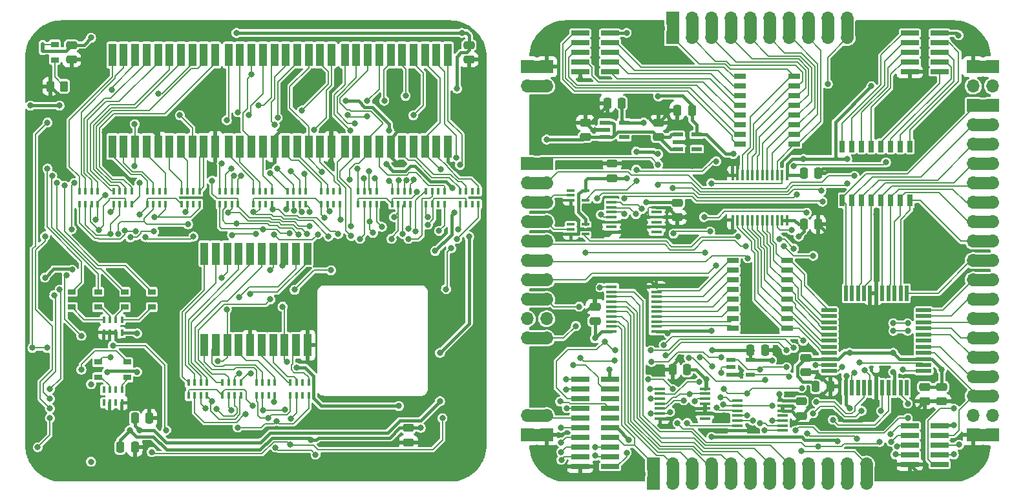
<source format=gbr>
%TF.GenerationSoftware,KiCad,Pcbnew,(6.0.5)*%
%TF.CreationDate,2022-08-09T14:26:53+02:00*%
%TF.ProjectId,MPU Signals,4d505520-5369-4676-9e61-6c732e6b6963,rev?*%
%TF.SameCoordinates,Original*%
%TF.FileFunction,Copper,L1,Top*%
%TF.FilePolarity,Positive*%
%FSLAX46Y46*%
G04 Gerber Fmt 4.6, Leading zero omitted, Abs format (unit mm)*
G04 Created by KiCad (PCBNEW (6.0.5)) date 2022-08-09 14:26:53*
%MOMM*%
%LPD*%
G01*
G04 APERTURE LIST*
G04 Aperture macros list*
%AMRoundRect*
0 Rectangle with rounded corners*
0 $1 Rounding radius*
0 $2 $3 $4 $5 $6 $7 $8 $9 X,Y pos of 4 corners*
0 Add a 4 corners polygon primitive as box body*
4,1,4,$2,$3,$4,$5,$6,$7,$8,$9,$2,$3,0*
0 Add four circle primitives for the rounded corners*
1,1,$1+$1,$2,$3*
1,1,$1+$1,$4,$5*
1,1,$1+$1,$6,$7*
1,1,$1+$1,$8,$9*
0 Add four rect primitives between the rounded corners*
20,1,$1+$1,$2,$3,$4,$5,0*
20,1,$1+$1,$4,$5,$6,$7,0*
20,1,$1+$1,$6,$7,$8,$9,0*
20,1,$1+$1,$8,$9,$2,$3,0*%
G04 Aperture macros list end*
%TA.AperFunction,ComponentPad*%
%ADD10R,1.700000X1.700000*%
%TD*%
%TA.AperFunction,ComponentPad*%
%ADD11O,1.700000X1.700000*%
%TD*%
%TA.AperFunction,SMDPad,CuDef*%
%ADD12R,0.425000X0.900000*%
%TD*%
%TA.AperFunction,SMDPad,CuDef*%
%ADD13RoundRect,0.250000X0.475000X-0.250000X0.475000X0.250000X-0.475000X0.250000X-0.475000X-0.250000X0*%
%TD*%
%TA.AperFunction,SMDPad,CuDef*%
%ADD14R,1.000000X3.000000*%
%TD*%
%TA.AperFunction,SMDPad,CuDef*%
%ADD15RoundRect,0.250000X-0.475000X0.250000X-0.475000X-0.250000X0.475000X-0.250000X0.475000X0.250000X0*%
%TD*%
%TA.AperFunction,SMDPad,CuDef*%
%ADD16R,1.000000X0.800000*%
%TD*%
%TA.AperFunction,SMDPad,CuDef*%
%ADD17RoundRect,0.250000X0.250000X0.475000X-0.250000X0.475000X-0.250000X-0.475000X0.250000X-0.475000X0*%
%TD*%
%TA.AperFunction,SMDPad,CuDef*%
%ADD18R,1.050000X0.400000*%
%TD*%
%TA.AperFunction,SMDPad,CuDef*%
%ADD19R,1.475000X0.450000*%
%TD*%
%TA.AperFunction,SMDPad,CuDef*%
%ADD20C,0.500000*%
%TD*%
%TA.AperFunction,SMDPad,CuDef*%
%ADD21R,1.400000X0.600000*%
%TD*%
%TA.AperFunction,SMDPad,CuDef*%
%ADD22RoundRect,0.250000X0.262500X0.450000X-0.262500X0.450000X-0.262500X-0.450000X0.262500X-0.450000X0*%
%TD*%
%TA.AperFunction,SMDPad,CuDef*%
%ADD23R,2.400000X0.650000*%
%TD*%
%TA.AperFunction,SMDPad,CuDef*%
%ADD24R,0.450000X1.475000*%
%TD*%
%TA.AperFunction,SMDPad,CuDef*%
%ADD25RoundRect,0.250000X-0.250000X-0.475000X0.250000X-0.475000X0.250000X0.475000X-0.250000X0.475000X0*%
%TD*%
%TA.AperFunction,SMDPad,CuDef*%
%ADD26R,0.650000X1.550000*%
%TD*%
%TA.AperFunction,SMDPad,CuDef*%
%ADD27R,1.550000X0.650000*%
%TD*%
%TA.AperFunction,SMDPad,CuDef*%
%ADD28R,1.250000X0.600000*%
%TD*%
%TA.AperFunction,SMDPad,CuDef*%
%ADD29RoundRect,0.137500X0.137500X0.912500X-0.137500X0.912500X-0.137500X-0.912500X0.137500X-0.912500X0*%
%TD*%
%TA.AperFunction,SMDPad,CuDef*%
%ADD30RoundRect,0.137500X0.912500X0.137500X-0.912500X0.137500X-0.912500X-0.137500X0.912500X-0.137500X0*%
%TD*%
%TA.AperFunction,WasherPad*%
%ADD31C,0.800000*%
%TD*%
%TA.AperFunction,ViaPad*%
%ADD32C,0.800000*%
%TD*%
%TA.AperFunction,Conductor*%
%ADD33C,0.200000*%
%TD*%
%TA.AperFunction,Conductor*%
%ADD34C,0.450000*%
%TD*%
%TA.AperFunction,Conductor*%
%ADD35C,1.600000*%
%TD*%
G04 APERTURE END LIST*
%TO.C,NT1*%
G36*
X63750000Y-79240000D02*
G01*
X63250000Y-79240000D01*
X63250000Y-78240000D01*
X63750000Y-78240000D01*
X63750000Y-79240000D01*
G37*
%TD*%
D10*
%TO.P,J14,1,Pin_1*%
%TO.N,/D0*%
X146055000Y-77470000D03*
D11*
%TO.P,J14,2,Pin_2*%
%TO.N,/D1*%
X148595000Y-77470000D03*
%TO.P,J14,3,Pin_3*%
%TO.N,/D2*%
X151135000Y-77470000D03*
%TO.P,J14,4,Pin_4*%
%TO.N,/D3*%
X153675000Y-77470000D03*
%TO.P,J14,5,Pin_5*%
%TO.N,/D4*%
X156215000Y-77470000D03*
%TO.P,J14,6,Pin_6*%
%TO.N,/D5*%
X158755000Y-77470000D03*
%TO.P,J14,7,Pin_7*%
%TO.N,/D6*%
X161295000Y-77470000D03*
%TO.P,J14,8,Pin_8*%
%TO.N,/D7*%
X163835000Y-77470000D03*
%TO.P,J14,9,Pin_9*%
%TO.N,/Write Enable*%
X166375000Y-77470000D03*
%TO.P,J14,10,Pin_10*%
%TO.N,/Read Enable*%
X168915000Y-77470000D03*
%TD*%
D10*
%TO.P,J13,1,Pin_1*%
%TO.N,/D0*%
X146055000Y-74930000D03*
D11*
%TO.P,J13,2,Pin_2*%
%TO.N,/D1*%
X148595000Y-74930000D03*
%TO.P,J13,3,Pin_3*%
%TO.N,/D2*%
X151135000Y-74930000D03*
%TO.P,J13,4,Pin_4*%
%TO.N,/D3*%
X153675000Y-74930000D03*
%TO.P,J13,5,Pin_5*%
%TO.N,/D4*%
X156215000Y-74930000D03*
%TO.P,J13,6,Pin_6*%
%TO.N,/D5*%
X158755000Y-74930000D03*
%TO.P,J13,7,Pin_7*%
%TO.N,/D6*%
X161295000Y-74930000D03*
%TO.P,J13,8,Pin_8*%
%TO.N,/D7*%
X163835000Y-74930000D03*
%TO.P,J13,9,Pin_9*%
%TO.N,/Write Enable*%
X166375000Y-74930000D03*
%TO.P,J13,10,Pin_10*%
%TO.N,/Read Enable*%
X168915000Y-74930000D03*
%TD*%
D12*
%TO.P,RN13,1,R1*%
%TO.N,Net-(DS2-Pad11)*%
X75177500Y-97575000D03*
%TO.P,RN13,2,R2*%
%TO.N,Net-(DS2-Pad12)*%
X74377500Y-97575000D03*
%TO.P,RN13,3,R3*%
%TO.N,Net-(DS2-Pad14)*%
X73577500Y-97575000D03*
%TO.P,RN13,4,R4*%
%TO.N,Net-(DS2-Pad15)*%
X72777500Y-97575000D03*
%TO.P,RN13,5,R4*%
%TO.N,/Bank Address Display/Digit 0 G Seg*%
X72777500Y-99275000D03*
%TO.P,RN13,6,R3*%
%TO.N,/Bank Address Display/Digit 0 F Seg*%
X73577500Y-99275000D03*
%TO.P,RN13,7,R2*%
%TO.N,/Bank Address Display/Digit 0 A Seg*%
X74377500Y-99275000D03*
%TO.P,RN13,8,R1*%
%TO.N,/Bank Address Display/Digit 0 B Seg*%
X75177500Y-99275000D03*
%TD*%
D13*
%TO.P,C2,1*%
%TO.N,/Source 5V*%
X134620000Y-90469000D03*
%TO.P,C2,2*%
%TO.N,/GND*%
X134620000Y-88569000D03*
%TD*%
D12*
%TO.P,RN19,1,R1*%
%TO.N,/Low Address Display/Digit 0 E Seg*%
X118180000Y-99275000D03*
%TO.P,RN19,2,R2*%
%TO.N,/Low Address Display/Digit 0 D Seg*%
X118980000Y-99275000D03*
%TO.P,RN19,3,R3*%
%TO.N,unconnected-(RN19-Pad3)*%
X119780000Y-99275000D03*
%TO.P,RN19,4,R4*%
%TO.N,/Low Address Display/Digit 0 C Seg*%
X120580000Y-99275000D03*
%TO.P,RN19,5,R4*%
%TO.N,Net-(DS4-Pad9)*%
X120580000Y-97575000D03*
%TO.P,RN19,6,R3*%
%TO.N,unconnected-(RN19-Pad6)*%
X119780000Y-97575000D03*
%TO.P,RN19,7,R2*%
%TO.N,Net-(DS4-Pad7)*%
X118980000Y-97575000D03*
%TO.P,RN19,8,R1*%
%TO.N,Net-(DS4-Pad6)*%
X118180000Y-97575000D03*
%TD*%
D14*
%TO.P,DS1,1,E-Seg_{(Left)}*%
%TO.N,Net-(DS1-Pad1)*%
X84690000Y-117760000D03*
%TO.P,DS1,2,D-Seg_{(Left)}*%
%TO.N,Net-(DS1-Pad2)*%
X86190000Y-117760000D03*
%TO.P,DS1,3,Cathode_{(Left)}*%
%TO.N,/Data Display/Digit L0 Cathode*%
X87690000Y-117760000D03*
%TO.P,DS1,4,C-Seg_{(Left)}*%
%TO.N,Net-(DS1-Pad4)*%
X89190000Y-117760000D03*
%TO.P,DS1,5,Dot_{(Left)}*%
%TO.N,/GND_{TOP}*%
X90690000Y-117760000D03*
%TO.P,DS1,6,E-Seg_{(Right)}*%
%TO.N,Net-(DS1-Pad6)*%
X92190000Y-117760000D03*
%TO.P,DS1,7,D-Seg_{(Right)}*%
%TO.N,Net-(DS1-Pad7)*%
X93690000Y-117760000D03*
%TO.P,DS1,8,Cathode_{(Right)}*%
%TO.N,/Data Display/Digit R0 Cathode*%
X95190000Y-117760000D03*
%TO.P,DS1,9,C-Seg_{(Right)}*%
%TO.N,Net-(DS1-Pad9)*%
X96690000Y-117760000D03*
%TO.P,DS1,10,Dot_{(Right)}*%
%TO.N,/GND_{TOP}*%
X98190000Y-117760000D03*
%TO.P,DS1,11,B-Seg_{(Right)}*%
%TO.N,Net-(DS1-Pad11)*%
X98190000Y-105760000D03*
%TO.P,DS1,12,A-Seg_{(Right)}*%
%TO.N,Net-(DS1-Pad12)*%
X96690000Y-105760000D03*
%TO.P,DS1,13,Cathode_{(Right)}*%
%TO.N,/Data Display/Digit R0 Cathode*%
X95190000Y-105760000D03*
%TO.P,DS1,14,F-Seg_{(Right)}*%
%TO.N,Net-(DS1-Pad14)*%
X93690000Y-105760000D03*
%TO.P,DS1,15,G-Seg_{(Right)}*%
%TO.N,Net-(DS1-Pad15)*%
X92190000Y-105760000D03*
%TO.P,DS1,16,B-Seg_{(Left)}*%
%TO.N,Net-(DS1-Pad16)*%
X90690000Y-105760000D03*
%TO.P,DS1,17,A-Seg_{(Left)}*%
%TO.N,Net-(DS1-Pad17)*%
X89190000Y-105760000D03*
%TO.P,DS1,18,Cathode_{(Left)}*%
%TO.N,/Data Display/Digit L0 Cathode*%
X87690000Y-105760000D03*
%TO.P,DS1,19,F-Seg_{(Left)}*%
%TO.N,Net-(DS1-Pad19)*%
X86190000Y-105760000D03*
%TO.P,DS1,20,G-Seg_{(Left)}*%
%TO.N,Net-(DS1-Pad20)*%
X84690000Y-105760000D03*
%TD*%
D15*
%TO.P,C14,1*%
%TO.N,/3.8V*%
X162877500Y-125113500D03*
%TO.P,C14,2*%
%TO.N,/GND*%
X162877500Y-127013500D03*
%TD*%
D12*
%TO.P,RN15,1,R1*%
%TO.N,/High Address Display/Digit 0 E Seg*%
X100012500Y-99275000D03*
%TO.P,RN15,2,R2*%
%TO.N,/High Address Display/Digit 0 D Seg*%
X100812500Y-99275000D03*
%TO.P,RN15,3,R3*%
%TO.N,unconnected-(RN15-Pad3)*%
X101612500Y-99275000D03*
%TO.P,RN15,4,R4*%
%TO.N,/High Address Display/Digit 0 C Seg*%
X102412500Y-99275000D03*
%TO.P,RN15,5,R4*%
%TO.N,Net-(DS3-Pad9)*%
X102412500Y-97575000D03*
%TO.P,RN15,6,R3*%
%TO.N,unconnected-(RN15-Pad6)*%
X101612500Y-97575000D03*
%TO.P,RN15,7,R2*%
%TO.N,Net-(DS3-Pad7)*%
X100812500Y-97575000D03*
%TO.P,RN15,8,R1*%
%TO.N,Net-(DS3-Pad6)*%
X100012500Y-97575000D03*
%TD*%
D16*
%TO.P,LED8,1*%
%TO.N,Net-(LED8-Pad1)*%
X70802500Y-112760000D03*
%TO.P,LED8,2*%
%TO.N,Net-(IC18-Pad16)*%
X70802500Y-110760000D03*
%TD*%
D17*
%TO.P,C16,1*%
%TO.N,/3.8V*%
X147936500Y-120967500D03*
%TO.P,C16,2*%
%TO.N,/GND*%
X146036500Y-120967500D03*
%TD*%
D18*
%TO.P,IC15,1,n.c.*%
%TO.N,unconnected-(IC15-Pad1)*%
X132717500Y-97457500D03*
%TO.P,IC15,2,A*%
%TO.N,/~{NMI}*%
X132717500Y-98107500D03*
%TO.P,IC15,3,GND*%
%TO.N,/GND*%
X132717500Y-98757500D03*
%TO.P,IC15,4,Y*%
%TO.N,/~{NMI}^{5V}*%
X134617500Y-98757500D03*
%TO.P,IC15,5,5V*%
%TO.N,/5V*%
X134617500Y-97457500D03*
%TD*%
D12*
%TO.P,RN4,1,R1*%
%TO.N,/GND_{TOP}*%
X71507500Y-116102500D03*
%TO.P,RN4,2,R2*%
X72307500Y-116102500D03*
%TO.P,RN4,3,R3*%
X73107500Y-116102500D03*
%TO.P,RN4,4,R4*%
%TO.N,/3.8V_{TOP}*%
X73907500Y-116102500D03*
%TO.P,RN4,5,R4*%
%TO.N,Net-(LED3-Pad2)*%
X73907500Y-114402500D03*
%TO.P,RN4,6,R3*%
%TO.N,Net-(LED7-Pad1)*%
X73107500Y-114402500D03*
%TO.P,RN4,7,R2*%
%TO.N,Net-(LED8-Pad1)*%
X72307500Y-114402500D03*
%TO.P,RN4,8,R1*%
%TO.N,Net-(LED9-Pad1)*%
X71507500Y-114402500D03*
%TD*%
D19*
%TO.P,IC8,1,1A*%
%TO.N,/~{R}W*%
X144382000Y-123462500D03*
%TO.P,IC8,2,1B*%
%TO.N,/Write Selector OR ~{Clock Enable}*%
X144382000Y-124112500D03*
%TO.P,IC8,3,2A*%
%TO.N,/R~{W}*%
X144382000Y-124762500D03*
%TO.P,IC8,4,2B*%
%TO.N,/Valid Address*%
X144382000Y-125412500D03*
%TO.P,IC8,5,2C*%
%TO.N,/Read Selector OR ~{Clock Enable}*%
X144382000Y-126062500D03*
%TO.P,IC8,6,2Y*%
%TO.N,/Read Enable*%
X144382000Y-126712500D03*
%TO.P,IC8,7,GND*%
%TO.N,/GND*%
X144382000Y-127362500D03*
%TO.P,IC8,8,3Y*%
%TO.N,unconnected-(IC8-Pad8)*%
X150258000Y-127362500D03*
%TO.P,IC8,9,3A*%
%TO.N,/GND*%
X150258000Y-126712500D03*
%TO.P,IC8,10,3B*%
X150258000Y-126062500D03*
%TO.P,IC8,11,3C*%
X150258000Y-125412500D03*
%TO.P,IC8,12,1Y*%
%TO.N,/Write Enable*%
X150258000Y-124762500D03*
%TO.P,IC8,13,1C*%
%TO.N,/Valid Address*%
X150258000Y-124112500D03*
%TO.P,IC8,14,3V*%
%TO.N,/3.8V*%
X150258000Y-123462500D03*
%TD*%
D20*
%TO.P,NT1,1,1*%
%TO.N,/5V_{TOP}*%
X63500000Y-79240000D03*
%TO.P,NT1,2,2*%
%TO.N,/Power LED*%
X63500000Y-78240000D03*
%TD*%
D12*
%TO.P,RN10,1,R1*%
%TO.N,/Bank Address Display/Digit 0 E Seg*%
X77222500Y-99275000D03*
%TO.P,RN10,2,R2*%
%TO.N,/Bank Address Display/Digit 0 D Seg*%
X78022500Y-99275000D03*
%TO.P,RN10,3,R3*%
%TO.N,unconnected-(RN10-Pad3)*%
X78822500Y-99275000D03*
%TO.P,RN10,4,R4*%
%TO.N,/Bank Address Display/Digit 0 C Seg*%
X79622500Y-99275000D03*
%TO.P,RN10,5,R4*%
%TO.N,Net-(DS2-Pad4)*%
X79622500Y-97575000D03*
%TO.P,RN10,6,R3*%
%TO.N,unconnected-(RN10-Pad6)*%
X78822500Y-97575000D03*
%TO.P,RN10,7,R2*%
%TO.N,Net-(DS2-Pad2)*%
X78022500Y-97575000D03*
%TO.P,RN10,8,R1*%
%TO.N,Net-(DS2-Pad1)*%
X77222500Y-97575000D03*
%TD*%
D21*
%TO.P,IC17,1,VIN*%
%TO.N,/Source 5V*%
X146705000Y-90172500D03*
%TO.P,IC17,2,VSS*%
%TO.N,/GND*%
X146705000Y-91122500D03*
%TO.P,IC17,3,~{SHDN}*%
%TO.N,/Source 5V*%
X146705000Y-92072500D03*
%TO.P,IC17,4,NC*%
%TO.N,unconnected-(IC17-Pad4)*%
X149205000Y-92072500D03*
%TO.P,IC17,5,VOUT*%
%TO.N,/5V*%
X149205000Y-90172500D03*
%TD*%
D22*
%TO.P,R3,1*%
%TO.N,Net-(LED1-Pad1)*%
X66317500Y-83830000D03*
%TO.P,R3,2*%
%TO.N,/GND_{TOP}*%
X64492500Y-83830000D03*
%TD*%
D13*
%TO.P,C19,1*%
%TO.N,/5V*%
X138112500Y-95866500D03*
%TO.P,C19,2*%
%TO.N,/GND*%
X138112500Y-93966500D03*
%TD*%
D23*
%TO.P,J22,1,Pin_1*%
%TO.N,/LA15*%
X177120000Y-76860000D03*
%TO.P,J22,2,Pin_2*%
%TO.N,/LA14*%
X177120000Y-78130000D03*
%TO.P,J22,3,Pin_3*%
%TO.N,/LA13*%
X177120000Y-79400000D03*
%TO.P,J22,4,Pin_4*%
%TO.N,/LA12*%
X177120000Y-80670000D03*
%TO.P,J22,5,Pin_5*%
%TO.N,/GND*%
X177120000Y-81940000D03*
%TO.P,J22,6,Pin_6*%
%TO.N,/LA11*%
X181020000Y-81940000D03*
%TO.P,J22,7,Pin_7*%
%TO.N,/LA10*%
X181020000Y-80670000D03*
%TO.P,J22,8,Pin_8*%
%TO.N,/LA9*%
X181020000Y-79400000D03*
%TO.P,J22,9,Pin_9*%
%TO.N,/LA8*%
X181020000Y-78130000D03*
%TO.P,J22,10,Pin_10*%
%TO.N,/5V*%
X181020000Y-76860000D03*
%TD*%
%TO.P,J20,1,Pin_1*%
%TO.N,/~{VP}*%
X133940000Y-122237500D03*
%TO.P,J20,2,Pin_2*%
%TO.N,/R~{W}*%
X133940000Y-123507500D03*
%TO.P,J20,3,Pin_3*%
%TO.N,/Native Mode*%
X133940000Y-124777500D03*
%TO.P,J20,4,Pin_4*%
%TO.N,/Opcode Address*%
X133940000Y-126047500D03*
%TO.P,J20,5,Pin_5*%
%TO.N,/~{LED Enable}*%
X133940000Y-127317500D03*
%TO.P,J20,6,Pin_6*%
%TO.N,/BA7*%
X133940000Y-128587500D03*
%TO.P,J20,7,Pin_7*%
%TO.N,/BA6*%
X133940000Y-129857500D03*
%TO.P,J20,8,Pin_8*%
%TO.N,/BA5*%
X133940000Y-131127500D03*
%TO.P,J20,9,Pin_9*%
%TO.N,/BA4*%
X133940000Y-132397500D03*
%TO.P,J20,10,Pin_10*%
%TO.N,/GND*%
X133940000Y-133667500D03*
%TO.P,J20,11,Pin_11*%
%TO.N,/BA3*%
X137840000Y-133667500D03*
%TO.P,J20,12,Pin_12*%
%TO.N,/BA2*%
X137840000Y-132397500D03*
%TO.P,J20,13,Pin_13*%
%TO.N,/BA1*%
X137840000Y-131127500D03*
%TO.P,J20,14,Pin_14*%
%TO.N,/BA0*%
X137840000Y-129857500D03*
%TO.P,J20,15,Pin_15*%
%TO.N,/5V*%
X137840000Y-128587500D03*
%TO.P,J20,16,Pin_16*%
%TO.N,unconnected-(J20-Pad16)*%
X137840000Y-127317500D03*
%TO.P,J20,17,Pin_17*%
%TO.N,/Read Enable*%
X137840000Y-126047500D03*
%TO.P,J20,18,Pin_18*%
%TO.N,unconnected-(J20-Pad18)*%
X137840000Y-124777500D03*
%TO.P,J20,19,Pin_19*%
%TO.N,/Write Enable*%
X137840000Y-123507500D03*
%TO.P,J20,20,Pin_20*%
%TO.N,/3.8V*%
X137840000Y-122237500D03*
%TD*%
D24*
%TO.P,IC4,1,5V*%
%TO.N,/5V*%
X161055000Y-95487000D03*
%TO.P,IC4,2,DIR*%
%TO.N,/R~{W}*%
X160405000Y-95487000D03*
%TO.P,IC4,3,A0*%
%TO.N,/D7*%
X159755000Y-95487000D03*
%TO.P,IC4,4,A1*%
%TO.N,/D6*%
X159105000Y-95487000D03*
%TO.P,IC4,5,A2*%
%TO.N,/D5*%
X158455000Y-95487000D03*
%TO.P,IC4,6,A3*%
%TO.N,/D4*%
X157805000Y-95487000D03*
%TO.P,IC4,7,A4*%
%TO.N,/D3*%
X157155000Y-95487000D03*
%TO.P,IC4,8,A5*%
%TO.N,/D2*%
X156505000Y-95487000D03*
%TO.P,IC4,9,A6*%
%TO.N,/D1*%
X155855000Y-95487000D03*
%TO.P,IC4,10,A7*%
%TO.N,/D0*%
X155205000Y-95487000D03*
%TO.P,IC4,11,GND*%
%TO.N,/GND*%
X154555000Y-95487000D03*
%TO.P,IC4,12,GND*%
X153905000Y-95487000D03*
%TO.P,IC4,13,GND*%
X153905000Y-101363000D03*
%TO.P,IC4,14,B7*%
%TO.N,/BA{slash}D0*%
X154555000Y-101363000D03*
%TO.P,IC4,15,B6*%
%TO.N,/BA{slash}D1*%
X155205000Y-101363000D03*
%TO.P,IC4,16,B5*%
%TO.N,/BA{slash}D2*%
X155855000Y-101363000D03*
%TO.P,IC4,17,B4*%
%TO.N,/BA{slash}D3*%
X156505000Y-101363000D03*
%TO.P,IC4,18,B3*%
%TO.N,/BA{slash}D4*%
X157155000Y-101363000D03*
%TO.P,IC4,19,B2*%
%TO.N,/BA{slash}D5*%
X157805000Y-101363000D03*
%TO.P,IC4,20,B1*%
%TO.N,/BA{slash}D6*%
X158455000Y-101363000D03*
%TO.P,IC4,21,B0*%
%TO.N,/BA{slash}D7*%
X159105000Y-101363000D03*
%TO.P,IC4,22,~{OE}*%
%TO.N,/~{Data Transmit}*%
X159755000Y-101363000D03*
%TO.P,IC4,23,3V*%
%TO.N,/3.8V*%
X160405000Y-101363000D03*
%TO.P,IC4,24,3V*%
X161055000Y-101363000D03*
%TD*%
D25*
%TO.P,C24,1*%
%TO.N,/5V_{TOP}*%
X73678500Y-131127500D03*
%TO.P,C24,2*%
%TO.N,/GND_{TOP}*%
X75578500Y-131127500D03*
%TD*%
D12*
%TO.P,RN12,1,R1*%
%TO.N,Net-(DS2-Pad16)*%
X70732500Y-97575000D03*
%TO.P,RN12,2,R2*%
%TO.N,Net-(DS2-Pad17)*%
X69932500Y-97575000D03*
%TO.P,RN12,3,R3*%
%TO.N,Net-(DS2-Pad19)*%
X69132500Y-97575000D03*
%TO.P,RN12,4,R4*%
%TO.N,Net-(DS2-Pad20)*%
X68332500Y-97575000D03*
%TO.P,RN12,5,R4*%
%TO.N,/Bank Address Display/Digit 0 G Seg*%
X68332500Y-99275000D03*
%TO.P,RN12,6,R3*%
%TO.N,/Bank Address Display/Digit 0 F Seg*%
X69132500Y-99275000D03*
%TO.P,RN12,7,R2*%
%TO.N,/Bank Address Display/Digit 0 A Seg*%
X69932500Y-99275000D03*
%TO.P,RN12,8,R1*%
%TO.N,/Bank Address Display/Digit 0 B Seg*%
X70732500Y-99275000D03*
%TD*%
D23*
%TO.P,J24,1,Pin_1*%
%TO.N,/A7*%
X177120000Y-128295000D03*
%TO.P,J24,2,Pin_2*%
%TO.N,/A6*%
X177120000Y-129565000D03*
%TO.P,J24,3,Pin_3*%
%TO.N,/A5*%
X177120000Y-130835000D03*
%TO.P,J24,4,Pin_4*%
%TO.N,/A4*%
X177120000Y-132105000D03*
%TO.P,J24,5,Pin_5*%
%TO.N,/GND*%
X177120000Y-133375000D03*
%TO.P,J24,6,Pin_6*%
%TO.N,/A3*%
X181020000Y-133375000D03*
%TO.P,J24,7,Pin_7*%
%TO.N,/A2*%
X181020000Y-132105000D03*
%TO.P,J24,8,Pin_8*%
%TO.N,/A1*%
X181020000Y-130835000D03*
%TO.P,J24,9,Pin_9*%
%TO.N,/A0*%
X181020000Y-129565000D03*
%TO.P,J24,10,Pin_10*%
%TO.N,/5V*%
X181020000Y-128295000D03*
%TD*%
D26*
%TO.P,RN3,1,1*%
%TO.N,/A15*%
X168275000Y-98798000D03*
%TO.P,RN3,2,2*%
%TO.N,/A14*%
X169545000Y-98798000D03*
%TO.P,RN3,3,3*%
%TO.N,/A13*%
X170815000Y-98798000D03*
%TO.P,RN3,4,4*%
%TO.N,/A12*%
X172085000Y-98798000D03*
%TO.P,RN3,5,5*%
%TO.N,/A11*%
X173355000Y-98798000D03*
%TO.P,RN3,6,6*%
%TO.N,/A10*%
X174625000Y-98798000D03*
%TO.P,RN3,7,7*%
%TO.N,/A9*%
X175895000Y-98798000D03*
%TO.P,RN3,8,8*%
%TO.N,/A8*%
X177165000Y-98798000D03*
%TO.P,RN3,9,9*%
%TO.N,/LA8*%
X177165000Y-91702000D03*
%TO.P,RN3,10,10*%
%TO.N,/LA9*%
X175895000Y-91702000D03*
%TO.P,RN3,11,11*%
%TO.N,/LA10*%
X174625000Y-91702000D03*
%TO.P,RN3,12,12*%
%TO.N,/LA11*%
X173355000Y-91702000D03*
%TO.P,RN3,13,13*%
%TO.N,/LA12*%
X172085000Y-91702000D03*
%TO.P,RN3,14,14*%
%TO.N,/LA13*%
X170815000Y-91702000D03*
%TO.P,RN3,15,15*%
%TO.N,/LA14*%
X169545000Y-91702000D03*
%TO.P,RN3,16,16*%
%TO.N,/LA15*%
X168275000Y-91702000D03*
%TD*%
D15*
%TO.P,C13,1*%
%TO.N,/3.8V*%
X146685000Y-99078500D03*
%TO.P,C13,2*%
%TO.N,/GND*%
X146685000Y-100978500D03*
%TD*%
D16*
%TO.P,LED9,1*%
%TO.N,Net-(LED9-Pad1)*%
X67310000Y-112760000D03*
%TO.P,LED9,2*%
%TO.N,Net-(IC18-Pad15)*%
X67310000Y-110760000D03*
%TD*%
D18*
%TO.P,IC16,1,n.c.*%
%TO.N,unconnected-(IC16-Pad1)*%
X132717500Y-101902500D03*
%TO.P,IC16,2,A*%
%TO.N,/~{IRQ}*%
X132717500Y-102552500D03*
%TO.P,IC16,3,GND*%
%TO.N,/GND*%
X132717500Y-103202500D03*
%TO.P,IC16,4,Y*%
%TO.N,/~{IRQ}^{5V}*%
X134617500Y-103202500D03*
%TO.P,IC16,5,5V*%
%TO.N,/5V*%
X134617500Y-101902500D03*
%TD*%
D12*
%TO.P,RN11,1,R1*%
%TO.N,/Bank Address Display/Digit 0 E Seg*%
X81667500Y-99275000D03*
%TO.P,RN11,2,R2*%
%TO.N,/Bank Address Display/Digit 0 D Seg*%
X82467500Y-99275000D03*
%TO.P,RN11,3,R3*%
%TO.N,unconnected-(RN11-Pad3)*%
X83267500Y-99275000D03*
%TO.P,RN11,4,R4*%
%TO.N,/Bank Address Display/Digit 0 C Seg*%
X84067500Y-99275000D03*
%TO.P,RN11,5,R4*%
%TO.N,Net-(DS2-Pad9)*%
X84067500Y-97575000D03*
%TO.P,RN11,6,R3*%
%TO.N,unconnected-(RN11-Pad6)*%
X83267500Y-97575000D03*
%TO.P,RN11,7,R2*%
%TO.N,Net-(DS2-Pad7)*%
X82467500Y-97575000D03*
%TO.P,RN11,8,R1*%
%TO.N,Net-(DS2-Pad6)*%
X81667500Y-97575000D03*
%TD*%
D19*
%TO.P,IC3,1,~{OE}*%
%TO.N,/3.8V*%
X143908000Y-115955000D03*
%TO.P,IC3,2,D0*%
%TO.N,Net-(IC3-Pad2)*%
X143908000Y-115305000D03*
%TO.P,IC3,3,D1*%
%TO.N,Net-(IC3-Pad3)*%
X143908000Y-114655000D03*
%TO.P,IC3,4,D2*%
%TO.N,Net-(IC3-Pad4)*%
X143908000Y-114005000D03*
%TO.P,IC3,5,D3*%
%TO.N,Net-(IC3-Pad5)*%
X143908000Y-113355000D03*
%TO.P,IC3,6,D4*%
%TO.N,Net-(IC3-Pad6)*%
X143908000Y-112705000D03*
%TO.P,IC3,7,D5*%
%TO.N,Net-(IC3-Pad7)*%
X143908000Y-112055000D03*
%TO.P,IC3,8,D6*%
%TO.N,Net-(IC3-Pad8)*%
X143908000Y-111405000D03*
%TO.P,IC3,9,D7*%
%TO.N,Net-(IC3-Pad9)*%
X143908000Y-110755000D03*
%TO.P,IC3,10,GND*%
%TO.N,/GND*%
X143908000Y-110105000D03*
%TO.P,IC3,11,LE*%
%TO.N,/~{Data Transmit}*%
X138032000Y-110105000D03*
%TO.P,IC3,12,Q7*%
%TO.N,/BA7*%
X138032000Y-110755000D03*
%TO.P,IC3,13,Q6*%
%TO.N,/BA6*%
X138032000Y-111405000D03*
%TO.P,IC3,14,Q5*%
%TO.N,/BA5*%
X138032000Y-112055000D03*
%TO.P,IC3,15,Q4*%
%TO.N,/BA4*%
X138032000Y-112705000D03*
%TO.P,IC3,16,Q3*%
%TO.N,/BA3*%
X138032000Y-113355000D03*
%TO.P,IC3,17,Q2*%
%TO.N,/BA2*%
X138032000Y-114005000D03*
%TO.P,IC3,18,Q1*%
%TO.N,/BA1*%
X138032000Y-114655000D03*
%TO.P,IC3,19,Q0*%
%TO.N,/BA0*%
X138032000Y-115305000D03*
%TO.P,IC3,20,3V*%
%TO.N,/3.8V*%
X138032000Y-115955000D03*
%TD*%
D12*
%TO.P,RN7,1,R1*%
%TO.N,/Data Display/Digit 0 E Seg*%
X95955000Y-124357500D03*
%TO.P,RN7,2,R2*%
%TO.N,/Data Display/Digit 0 D Seg*%
X96755000Y-124357500D03*
%TO.P,RN7,3,R3*%
%TO.N,unconnected-(RN7-Pad3)*%
X97555000Y-124357500D03*
%TO.P,RN7,4,R4*%
%TO.N,/Data Display/Digit 0 C Seg*%
X98355000Y-124357500D03*
%TO.P,RN7,5,R4*%
%TO.N,Net-(DS1-Pad9)*%
X98355000Y-122657500D03*
%TO.P,RN7,6,R3*%
%TO.N,unconnected-(RN7-Pad6)*%
X97555000Y-122657500D03*
%TO.P,RN7,7,R2*%
%TO.N,Net-(DS1-Pad7)*%
X96755000Y-122657500D03*
%TO.P,RN7,8,R1*%
%TO.N,Net-(DS1-Pad6)*%
X95955000Y-122657500D03*
%TD*%
%TO.P,RN18,1,R1*%
%TO.N,/Low Address Display/Digit 0 E Seg*%
X113735000Y-99275000D03*
%TO.P,RN18,2,R2*%
%TO.N,/Low Address Display/Digit 0 D Seg*%
X114535000Y-99275000D03*
%TO.P,RN18,3,R3*%
%TO.N,unconnected-(RN18-Pad3)*%
X115335000Y-99275000D03*
%TO.P,RN18,4,R4*%
%TO.N,/Low Address Display/Digit 0 C Seg*%
X116135000Y-99275000D03*
%TO.P,RN18,5,R4*%
%TO.N,Net-(DS4-Pad4)*%
X116135000Y-97575000D03*
%TO.P,RN18,6,R3*%
%TO.N,unconnected-(RN18-Pad6)*%
X115335000Y-97575000D03*
%TO.P,RN18,7,R2*%
%TO.N,Net-(DS4-Pad2)*%
X114535000Y-97575000D03*
%TO.P,RN18,8,R1*%
%TO.N,Net-(DS4-Pad1)*%
X113735000Y-97575000D03*
%TD*%
D23*
%TO.P,J17,1,Pin_1*%
%TO.N,/LD7*%
X133940000Y-76860000D03*
%TO.P,J17,2,Pin_2*%
%TO.N,/LD6*%
X133940000Y-78130000D03*
%TO.P,J17,3,Pin_3*%
%TO.N,/LD5*%
X133940000Y-79400000D03*
%TO.P,J17,4,Pin_4*%
%TO.N,/LD4*%
X133940000Y-80670000D03*
%TO.P,J17,5,Pin_5*%
%TO.N,/GND*%
X133940000Y-81940000D03*
%TO.P,J17,6,Pin_6*%
%TO.N,/LD3*%
X137840000Y-81940000D03*
%TO.P,J17,7,Pin_7*%
%TO.N,/LD2*%
X137840000Y-80670000D03*
%TO.P,J17,8,Pin_8*%
%TO.N,/LD1*%
X137840000Y-79400000D03*
%TO.P,J17,9,Pin_9*%
%TO.N,/LD0*%
X137840000Y-78130000D03*
%TO.P,J17,10,Pin_10*%
%TO.N,/5V*%
X137840000Y-76860000D03*
%TD*%
D25*
%TO.P,C18,1*%
%TO.N,/3.8V*%
X156228500Y-118427500D03*
%TO.P,C18,2*%
%TO.N,/GND*%
X158128500Y-118427500D03*
%TD*%
D16*
%TO.P,LED1,1*%
%TO.N,Net-(LED1-Pad1)*%
X65087500Y-80359000D03*
%TO.P,LED1,2*%
%TO.N,/Power LED*%
X65087500Y-78359000D03*
%TD*%
D27*
%TO.P,RN5,1,1*%
%TO.N,/D7*%
X161980500Y-91440000D03*
%TO.P,RN5,2,2*%
%TO.N,/D6*%
X161980500Y-90170000D03*
%TO.P,RN5,3,3*%
%TO.N,/D5*%
X161980500Y-88900000D03*
%TO.P,RN5,4,4*%
%TO.N,/D4*%
X161980500Y-87630000D03*
%TO.P,RN5,5,5*%
%TO.N,/D3*%
X161980500Y-86360000D03*
%TO.P,RN5,6,6*%
%TO.N,/D2*%
X161980500Y-85090000D03*
%TO.P,RN5,7,7*%
%TO.N,/D1*%
X161980500Y-83820000D03*
%TO.P,RN5,8,8*%
%TO.N,/D0*%
X161980500Y-82550000D03*
%TO.P,RN5,9,9*%
%TO.N,/LD0*%
X154884500Y-82550000D03*
%TO.P,RN5,10,10*%
%TO.N,/LD1*%
X154884500Y-83820000D03*
%TO.P,RN5,11,11*%
%TO.N,/LD2*%
X154884500Y-85090000D03*
%TO.P,RN5,12,12*%
%TO.N,/LD3*%
X154884500Y-86360000D03*
%TO.P,RN5,13,13*%
%TO.N,/LD4*%
X154884500Y-87630000D03*
%TO.P,RN5,14,14*%
%TO.N,/LD5*%
X154884500Y-88900000D03*
%TO.P,RN5,15,15*%
%TO.N,/LD6*%
X154884500Y-90170000D03*
%TO.P,RN5,16,16*%
%TO.N,/LD7*%
X154884500Y-91440000D03*
%TD*%
D25*
%TO.P,C20,1*%
%TO.N,/5V*%
X163213500Y-95250000D03*
%TO.P,C20,2*%
%TO.N,/GND*%
X165113500Y-95250000D03*
%TD*%
D12*
%TO.P,RN17,1,R1*%
%TO.N,Net-(DS3-Pad11)*%
X97967500Y-97575000D03*
%TO.P,RN17,2,R2*%
%TO.N,Net-(DS3-Pad12)*%
X97167500Y-97575000D03*
%TO.P,RN17,3,R3*%
%TO.N,Net-(DS3-Pad14)*%
X96367500Y-97575000D03*
%TO.P,RN17,4,R4*%
%TO.N,Net-(DS3-Pad15)*%
X95567500Y-97575000D03*
%TO.P,RN17,5,R4*%
%TO.N,/High Address Display/Digit 0 G Seg*%
X95567500Y-99275000D03*
%TO.P,RN17,6,R3*%
%TO.N,/High Address Display/Digit 0 F Seg*%
X96367500Y-99275000D03*
%TO.P,RN17,7,R2*%
%TO.N,/High Address Display/Digit 0 A Seg*%
X97167500Y-99275000D03*
%TO.P,RN17,8,R1*%
%TO.N,/High Address Display/Digit 0 B Seg*%
X97967500Y-99275000D03*
%TD*%
D16*
%TO.P,LED2,1*%
%TO.N,Net-(LED2-Pad1)*%
X74612500Y-121967500D03*
%TO.P,LED2,2*%
%TO.N,/Write Enable_{TOP}*%
X74612500Y-119967500D03*
%TD*%
D15*
%TO.P,C22,1*%
%TO.N,/5V_{TOP}*%
X67310000Y-78441000D03*
%TO.P,C22,2*%
%TO.N,/GND_{TOP}*%
X67310000Y-80341000D03*
%TD*%
D13*
%TO.P,C1,1*%
%TO.N,/Source 5V*%
X144163500Y-90469000D03*
%TO.P,C1,2*%
%TO.N,/GND*%
X144163500Y-88569000D03*
%TD*%
D25*
%TO.P,C10,1*%
%TO.N,/5V*%
X164801000Y-123190000D03*
%TO.P,C10,2*%
%TO.N,/GND*%
X166701000Y-123190000D03*
%TD*%
%TO.P,C21,1*%
%TO.N,/3.8V_{TOP}*%
X75583500Y-127317500D03*
%TO.P,C21,2*%
%TO.N,/GND_{TOP}*%
X77483500Y-127317500D03*
%TD*%
D14*
%TO.P,DS2,1,E-Seg_{(Left)}*%
%TO.N,Net-(DS2-Pad1)*%
X72625000Y-91725000D03*
%TO.P,DS2,2,D-Seg_{(Left)}*%
%TO.N,Net-(DS2-Pad2)*%
X74125000Y-91725000D03*
%TO.P,DS2,3,Cathode_{(Left)}*%
%TO.N,/Bank Address Display/Digit L0 Cathode*%
X75625000Y-91725000D03*
%TO.P,DS2,4,C-Seg_{(Left)}*%
%TO.N,Net-(DS2-Pad4)*%
X77125000Y-91725000D03*
%TO.P,DS2,5,Dot_{(Left)}*%
%TO.N,/GND_{TOP}*%
X78625000Y-91725000D03*
%TO.P,DS2,6,E-Seg_{(Right)}*%
%TO.N,Net-(DS2-Pad6)*%
X80125000Y-91725000D03*
%TO.P,DS2,7,D-Seg_{(Right)}*%
%TO.N,Net-(DS2-Pad7)*%
X81625000Y-91725000D03*
%TO.P,DS2,8,Cathode_{(Right)}*%
%TO.N,/Bank Address Display/Digit R0 Cathode*%
X83125000Y-91725000D03*
%TO.P,DS2,9,C-Seg_{(Right)}*%
%TO.N,Net-(DS2-Pad9)*%
X84625000Y-91725000D03*
%TO.P,DS2,10,Dot_{(Right)}*%
%TO.N,/GND_{TOP}*%
X86125000Y-91725000D03*
%TO.P,DS2,11,B-Seg_{(Right)}*%
%TO.N,Net-(DS2-Pad11)*%
X86125000Y-79725000D03*
%TO.P,DS2,12,A-Seg_{(Right)}*%
%TO.N,Net-(DS2-Pad12)*%
X84625000Y-79725000D03*
%TO.P,DS2,13,Cathode_{(Right)}*%
%TO.N,/Bank Address Display/Digit R0 Cathode*%
X83125000Y-79725000D03*
%TO.P,DS2,14,F-Seg_{(Right)}*%
%TO.N,Net-(DS2-Pad14)*%
X81625000Y-79725000D03*
%TO.P,DS2,15,G-Seg_{(Right)}*%
%TO.N,Net-(DS2-Pad15)*%
X80125000Y-79725000D03*
%TO.P,DS2,16,B-Seg_{(Left)}*%
%TO.N,Net-(DS2-Pad16)*%
X78625000Y-79725000D03*
%TO.P,DS2,17,A-Seg_{(Left)}*%
%TO.N,Net-(DS2-Pad17)*%
X77125000Y-79725000D03*
%TO.P,DS2,18,Cathode_{(Left)}*%
%TO.N,/Bank Address Display/Digit L0 Cathode*%
X75625000Y-79725000D03*
%TO.P,DS2,19,F-Seg_{(Left)}*%
%TO.N,Net-(DS2-Pad19)*%
X74125000Y-79725000D03*
%TO.P,DS2,20,G-Seg_{(Left)}*%
%TO.N,Net-(DS2-Pad20)*%
X72625000Y-79725000D03*
%TD*%
D28*
%TO.P,IC7,1,B*%
%TO.N,/VPA*%
X153690000Y-119700000D03*
%TO.P,IC7,2,A*%
%TO.N,/VDA*%
X153690000Y-120650000D03*
%TO.P,IC7,3,GND*%
%TO.N,/GND*%
X153690000Y-121600000D03*
%TO.P,IC7,4,Y*%
%TO.N,/Opcode Address*%
X156190000Y-121600000D03*
%TO.P,IC7,5,3V*%
%TO.N,/3.8V*%
X156190000Y-119700000D03*
%TD*%
D15*
%TO.P,C9,1*%
%TO.N,/5V*%
X163512500Y-119398500D03*
%TO.P,C9,2*%
%TO.N,/GND*%
X163512500Y-121298500D03*
%TD*%
%TO.P,C11,1*%
%TO.N,/5V*%
X179070000Y-123208500D03*
%TO.P,C11,2*%
%TO.N,/GND*%
X179070000Y-125108500D03*
%TD*%
D13*
%TO.P,C17,1*%
%TO.N,/3.8V*%
X135890000Y-114599000D03*
%TO.P,C17,2*%
%TO.N,/GND*%
X135890000Y-112699000D03*
%TD*%
D16*
%TO.P,LED7,1*%
%TO.N,Net-(LED7-Pad1)*%
X74295000Y-112760000D03*
%TO.P,LED7,2*%
%TO.N,Net-(IC18-Pad17)*%
X74295000Y-110760000D03*
%TD*%
D12*
%TO.P,RN21,1,R1*%
%TO.N,Net-(DS4-Pad11)*%
X111690000Y-97575000D03*
%TO.P,RN21,2,R2*%
%TO.N,Net-(DS4-Pad12)*%
X110890000Y-97575000D03*
%TO.P,RN21,3,R3*%
%TO.N,Net-(DS4-Pad14)*%
X110090000Y-97575000D03*
%TO.P,RN21,4,R4*%
%TO.N,Net-(DS4-Pad15)*%
X109290000Y-97575000D03*
%TO.P,RN21,5,R4*%
%TO.N,/Low Address Display/Digit 0 G Seg*%
X109290000Y-99275000D03*
%TO.P,RN21,6,R3*%
%TO.N,/Low Address Display/Digit 0 F Seg*%
X110090000Y-99275000D03*
%TO.P,RN21,7,R2*%
%TO.N,/Low Address Display/Digit 0 A Seg*%
X110890000Y-99275000D03*
%TO.P,RN21,8,R1*%
%TO.N,/Low Address Display/Digit 0 B Seg*%
X111690000Y-99275000D03*
%TD*%
%TO.P,RN8,1,R1*%
%TO.N,Net-(DS1-Pad16)*%
X85020000Y-122657500D03*
%TO.P,RN8,2,R2*%
%TO.N,Net-(DS1-Pad17)*%
X84220000Y-122657500D03*
%TO.P,RN8,3,R3*%
%TO.N,Net-(DS1-Pad19)*%
X83420000Y-122657500D03*
%TO.P,RN8,4,R4*%
%TO.N,Net-(DS1-Pad20)*%
X82620000Y-122657500D03*
%TO.P,RN8,5,R4*%
%TO.N,/Data Display/Digit 0 G Seg*%
X82620000Y-124357500D03*
%TO.P,RN8,6,R3*%
%TO.N,/Data Display/Digit 0 F Seg*%
X83420000Y-124357500D03*
%TO.P,RN8,7,R2*%
%TO.N,/Data Display/Digit 0 A Seg*%
X84220000Y-124357500D03*
%TO.P,RN8,8,R1*%
%TO.N,/Data Display/Digit 0 B Seg*%
X85020000Y-124357500D03*
%TD*%
D21*
%TO.P,IC1,1,VIN*%
%TO.N,/Source 5V*%
X137198500Y-88585000D03*
%TO.P,IC1,2,GND*%
%TO.N,/GND*%
X137198500Y-89535000D03*
%TO.P,IC1,3,EN*%
%TO.N,/Source 5V*%
X137198500Y-90485000D03*
%TO.P,IC1,4,PG*%
%TO.N,unconnected-(IC1-Pad4)*%
X139698500Y-90485000D03*
%TO.P,IC1,5,VOUT*%
%TO.N,/3.8V*%
X139698500Y-88585000D03*
%TD*%
D12*
%TO.P,RN20,1,R1*%
%TO.N,Net-(DS4-Pad16)*%
X107245000Y-97575000D03*
%TO.P,RN20,2,R2*%
%TO.N,Net-(DS4-Pad17)*%
X106445000Y-97575000D03*
%TO.P,RN20,3,R3*%
%TO.N,Net-(DS4-Pad19)*%
X105645000Y-97575000D03*
%TO.P,RN20,4,R4*%
%TO.N,Net-(DS4-Pad20)*%
X104845000Y-97575000D03*
%TO.P,RN20,5,R4*%
%TO.N,/Low Address Display/Digit 0 G Seg*%
X104845000Y-99275000D03*
%TO.P,RN20,6,R3*%
%TO.N,/Low Address Display/Digit 0 F Seg*%
X105645000Y-99275000D03*
%TO.P,RN20,7,R2*%
%TO.N,/Low Address Display/Digit 0 A Seg*%
X106445000Y-99275000D03*
%TO.P,RN20,8,R1*%
%TO.N,/Low Address Display/Digit 0 B Seg*%
X107245000Y-99275000D03*
%TD*%
D17*
%TO.P,C4,1*%
%TO.N,/5V*%
X148571500Y-86995000D03*
%TO.P,C4,2*%
%TO.N,/GND*%
X146671500Y-86995000D03*
%TD*%
D15*
%TO.P,C23,1*%
%TO.N,/5V_{TOP}*%
X111442500Y-128606000D03*
%TO.P,C23,2*%
%TO.N,/GND_{TOP}*%
X111442500Y-130506000D03*
%TD*%
D17*
%TO.P,C5,1*%
%TO.N,/3.8V*%
X139382500Y-86042500D03*
%TO.P,C5,2*%
%TO.N,/GND*%
X137482500Y-86042500D03*
%TD*%
D12*
%TO.P,RN16,1,R1*%
%TO.N,Net-(DS3-Pad16)*%
X89077500Y-97575000D03*
%TO.P,RN16,2,R2*%
%TO.N,Net-(DS3-Pad17)*%
X88277500Y-97575000D03*
%TO.P,RN16,3,R3*%
%TO.N,Net-(DS3-Pad19)*%
X87477500Y-97575000D03*
%TO.P,RN16,4,R4*%
%TO.N,Net-(DS3-Pad20)*%
X86677500Y-97575000D03*
%TO.P,RN16,5,R4*%
%TO.N,/High Address Display/Digit 0 G Seg*%
X86677500Y-99275000D03*
%TO.P,RN16,6,R3*%
%TO.N,/High Address Display/Digit 0 F Seg*%
X87477500Y-99275000D03*
%TO.P,RN16,7,R2*%
%TO.N,/High Address Display/Digit 0 A Seg*%
X88277500Y-99275000D03*
%TO.P,RN16,8,R1*%
%TO.N,/High Address Display/Digit 0 B Seg*%
X89077500Y-99275000D03*
%TD*%
D14*
%TO.P,DS3,1,E-Seg_{(Left)}*%
%TO.N,Net-(DS3-Pad1)*%
X87865000Y-91725000D03*
%TO.P,DS3,2,D-Seg_{(Left)}*%
%TO.N,Net-(DS3-Pad2)*%
X89365000Y-91725000D03*
%TO.P,DS3,3,Cathode_{(Left)}*%
%TO.N,/High Address Display/Digit L0 Cathode*%
X90865000Y-91725000D03*
%TO.P,DS3,4,C-Seg_{(Left)}*%
%TO.N,Net-(DS3-Pad4)*%
X92365000Y-91725000D03*
%TO.P,DS3,5,Dot_{(Left)}*%
%TO.N,/GND_{TOP}*%
X93865000Y-91725000D03*
%TO.P,DS3,6,E-Seg_{(Right)}*%
%TO.N,Net-(DS3-Pad6)*%
X95365000Y-91725000D03*
%TO.P,DS3,7,D-Seg_{(Right)}*%
%TO.N,Net-(DS3-Pad7)*%
X96865000Y-91725000D03*
%TO.P,DS3,8,Cathode_{(Right)}*%
%TO.N,/High Address Display/Digit R0 Cathode*%
X98365000Y-91725000D03*
%TO.P,DS3,9,C-Seg_{(Right)}*%
%TO.N,Net-(DS3-Pad9)*%
X99865000Y-91725000D03*
%TO.P,DS3,10,Dot_{(Right)}*%
%TO.N,/GND_{TOP}*%
X101365000Y-91725000D03*
%TO.P,DS3,11,B-Seg_{(Right)}*%
%TO.N,Net-(DS3-Pad11)*%
X101365000Y-79725000D03*
%TO.P,DS3,12,A-Seg_{(Right)}*%
%TO.N,Net-(DS3-Pad12)*%
X99865000Y-79725000D03*
%TO.P,DS3,13,Cathode_{(Right)}*%
%TO.N,/High Address Display/Digit R0 Cathode*%
X98365000Y-79725000D03*
%TO.P,DS3,14,F-Seg_{(Right)}*%
%TO.N,Net-(DS3-Pad14)*%
X96865000Y-79725000D03*
%TO.P,DS3,15,G-Seg_{(Right)}*%
%TO.N,Net-(DS3-Pad15)*%
X95365000Y-79725000D03*
%TO.P,DS3,16,B-Seg_{(Left)}*%
%TO.N,Net-(DS3-Pad16)*%
X93865000Y-79725000D03*
%TO.P,DS3,17,A-Seg_{(Left)}*%
%TO.N,Net-(DS3-Pad17)*%
X92365000Y-79725000D03*
%TO.P,DS3,18,Cathode_{(Left)}*%
%TO.N,/High Address Display/Digit L0 Cathode*%
X90865000Y-79725000D03*
%TO.P,DS3,19,F-Seg_{(Left)}*%
%TO.N,Net-(DS3-Pad19)*%
X89365000Y-79725000D03*
%TO.P,DS3,20,G-Seg_{(Left)}*%
%TO.N,Net-(DS3-Pad20)*%
X87865000Y-79725000D03*
%TD*%
D12*
%TO.P,RN14,1,R1*%
%TO.N,/High Address Display/Digit 0 E Seg*%
X91122500Y-99275000D03*
%TO.P,RN14,2,R2*%
%TO.N,/High Address Display/Digit 0 D Seg*%
X91922500Y-99275000D03*
%TO.P,RN14,3,R3*%
%TO.N,unconnected-(RN14-Pad3)*%
X92722500Y-99275000D03*
%TO.P,RN14,4,R4*%
%TO.N,/High Address Display/Digit 0 C Seg*%
X93522500Y-99275000D03*
%TO.P,RN14,5,R4*%
%TO.N,Net-(DS3-Pad4)*%
X93522500Y-97575000D03*
%TO.P,RN14,6,R3*%
%TO.N,unconnected-(RN14-Pad6)*%
X92722500Y-97575000D03*
%TO.P,RN14,7,R2*%
%TO.N,Net-(DS3-Pad2)*%
X91922500Y-97575000D03*
%TO.P,RN14,8,R1*%
%TO.N,Net-(DS3-Pad1)*%
X91122500Y-97575000D03*
%TD*%
D15*
%TO.P,C12,1*%
%TO.N,/5V*%
X181292500Y-123208500D03*
%TO.P,C12,2*%
%TO.N,/GND*%
X181292500Y-125108500D03*
%TD*%
D12*
%TO.P,RN9,1,R1*%
%TO.N,Net-(DS1-Pad11)*%
X89465000Y-122657500D03*
%TO.P,RN9,2,R2*%
%TO.N,Net-(DS1-Pad12)*%
X88665000Y-122657500D03*
%TO.P,RN9,3,R3*%
%TO.N,Net-(DS1-Pad14)*%
X87865000Y-122657500D03*
%TO.P,RN9,4,R4*%
%TO.N,Net-(DS1-Pad15)*%
X87065000Y-122657500D03*
%TO.P,RN9,5,R4*%
%TO.N,/Data Display/Digit 0 G Seg*%
X87065000Y-124357500D03*
%TO.P,RN9,6,R3*%
%TO.N,/Data Display/Digit 0 F Seg*%
X87865000Y-124357500D03*
%TO.P,RN9,7,R2*%
%TO.N,/Data Display/Digit 0 A Seg*%
X88665000Y-124357500D03*
%TO.P,RN9,8,R1*%
%TO.N,/Data Display/Digit 0 B Seg*%
X89465000Y-124357500D03*
%TD*%
%TO.P,RN6,1,R1*%
%TO.N,/Data Display/Digit 0 E Seg*%
X91510000Y-124357500D03*
%TO.P,RN6,2,R2*%
%TO.N,/Data Display/Digit 0 D Seg*%
X92310000Y-124357500D03*
%TO.P,RN6,3,R3*%
%TO.N,unconnected-(RN6-Pad3)*%
X93110000Y-124357500D03*
%TO.P,RN6,4,R4*%
%TO.N,/Data Display/Digit 0 C Seg*%
X93910000Y-124357500D03*
%TO.P,RN6,5,R4*%
%TO.N,Net-(DS1-Pad4)*%
X93910000Y-122657500D03*
%TO.P,RN6,6,R3*%
%TO.N,unconnected-(RN6-Pad6)*%
X93110000Y-122657500D03*
%TO.P,RN6,7,R2*%
%TO.N,Net-(DS1-Pad2)*%
X92310000Y-122657500D03*
%TO.P,RN6,8,R1*%
%TO.N,Net-(DS1-Pad1)*%
X91510000Y-122657500D03*
%TD*%
D16*
%TO.P,LED5,1*%
%TO.N,Net-(LED5-Pad1)*%
X70802500Y-121967500D03*
%TO.P,LED5,2*%
%TO.N,/Read Enable_{TOP}*%
X70802500Y-119967500D03*
%TD*%
D12*
%TO.P,RN2,1,R1*%
%TO.N,unconnected-(RN2-Pad1)*%
X71507500Y-125310000D03*
%TO.P,RN2,2,R2*%
%TO.N,/GND_{TOP}*%
X72307500Y-125310000D03*
%TO.P,RN2,3,R3*%
%TO.N,unconnected-(RN2-Pad3)*%
X73107500Y-125310000D03*
%TO.P,RN2,4,R4*%
%TO.N,/GND_{TOP}*%
X73907500Y-125310000D03*
%TO.P,RN2,5,R4*%
%TO.N,Net-(LED2-Pad1)*%
X73907500Y-123610000D03*
%TO.P,RN2,6,R3*%
%TO.N,unconnected-(RN2-Pad6)*%
X73107500Y-123610000D03*
%TO.P,RN2,7,R2*%
%TO.N,Net-(LED5-Pad1)*%
X72307500Y-123610000D03*
%TO.P,RN2,8,R1*%
%TO.N,unconnected-(RN2-Pad8)*%
X71507500Y-123610000D03*
%TD*%
D25*
%TO.P,C15,1*%
%TO.N,/3.8V*%
X163213500Y-101917500D03*
%TO.P,C15,2*%
%TO.N,/GND*%
X165113500Y-101917500D03*
%TD*%
D19*
%TO.P,IC5,1,1A*%
%TO.N,/R~{W}*%
X138032000Y-99015000D03*
%TO.P,IC5,2,1Y*%
%TO.N,/~{R}W*%
X138032000Y-99665000D03*
%TO.P,IC5,3,2A*%
%TO.N,/E*%
X138032000Y-100315000D03*
%TO.P,IC5,4,2Y*%
%TO.N,/Native Mode*%
X138032000Y-100965000D03*
%TO.P,IC5,5,3A*%
%TO.N,/GND*%
X138032000Y-101615000D03*
%TO.P,IC5,6,3Y*%
%TO.N,unconnected-(IC5-Pad6)*%
X138032000Y-102265000D03*
%TO.P,IC5,7,GND*%
%TO.N,/GND*%
X138032000Y-102915000D03*
%TO.P,IC5,8,4Y*%
%TO.N,unconnected-(IC5-Pad8)*%
X143908000Y-102915000D03*
%TO.P,IC5,9,4A*%
%TO.N,/GND*%
X143908000Y-102265000D03*
%TO.P,IC5,10,5Y*%
%TO.N,unconnected-(IC5-Pad10)*%
X143908000Y-101615000D03*
%TO.P,IC5,11,5A*%
%TO.N,/GND*%
X143908000Y-100965000D03*
%TO.P,IC5,12,6Y*%
%TO.N,unconnected-(IC5-Pad12)*%
X143908000Y-100315000D03*
%TO.P,IC5,13,6A*%
%TO.N,/GND*%
X143908000Y-99665000D03*
%TO.P,IC5,14,3V*%
%TO.N,/3.8V*%
X143908000Y-99015000D03*
%TD*%
D16*
%TO.P,LED3,1*%
%TO.N,Net-(IC18-Pad18)*%
X77787500Y-110760000D03*
%TO.P,LED3,2*%
%TO.N,Net-(LED3-Pad2)*%
X77787500Y-112760000D03*
%TD*%
D15*
%TO.P,C25,1*%
%TO.N,/5V_{TOP}*%
X119380000Y-78441000D03*
%TO.P,C25,2*%
%TO.N,/GND_{TOP}*%
X119380000Y-80341000D03*
%TD*%
D19*
%TO.P,IC6,1,1A*%
%TO.N,/Write Selector*%
X154542000Y-125050000D03*
%TO.P,IC6,2,1B*%
%TO.N,/~{Clock Enable}*%
X154542000Y-125700000D03*
%TO.P,IC6,3,1Y*%
%TO.N,/Write Selector OR ~{Clock Enable}*%
X154542000Y-126350000D03*
%TO.P,IC6,4,2A*%
%TO.N,/VDA*%
X154542000Y-127000000D03*
%TO.P,IC6,5,2B*%
%TO.N,/VPA*%
X154542000Y-127650000D03*
%TO.P,IC6,6,2Y*%
%TO.N,/Valid Address*%
X154542000Y-128300000D03*
%TO.P,IC6,7,GND*%
%TO.N,/GND*%
X154542000Y-128950000D03*
%TO.P,IC6,8,3Y*%
%TO.N,/Read Selector OR ~{Clock Enable}*%
X160418000Y-128950000D03*
%TO.P,IC6,9,3A*%
%TO.N,/Read Selector*%
X160418000Y-128300000D03*
%TO.P,IC6,10,3B*%
%TO.N,/~{Clock Enable}*%
X160418000Y-127650000D03*
%TO.P,IC6,11,4Y*%
%TO.N,unconnected-(IC6-Pad11)*%
X160418000Y-127000000D03*
%TO.P,IC6,12,4A*%
%TO.N,/GND*%
X160418000Y-126350000D03*
%TO.P,IC6,13,4B*%
X160418000Y-125700000D03*
%TO.P,IC6,14,3V*%
%TO.N,/3.8V*%
X160418000Y-125050000D03*
%TD*%
D27*
%TO.P,RN1,1,1*%
%TO.N,/BA{slash}D0*%
X161028000Y-115570000D03*
%TO.P,RN1,2,2*%
%TO.N,/BA{slash}D1*%
X161028000Y-114300000D03*
%TO.P,RN1,3,3*%
%TO.N,/BA{slash}D2*%
X161028000Y-113030000D03*
%TO.P,RN1,4,4*%
%TO.N,/BA{slash}D3*%
X161028000Y-111760000D03*
%TO.P,RN1,5,5*%
%TO.N,/BA{slash}D4*%
X161028000Y-110490000D03*
%TO.P,RN1,6,6*%
%TO.N,/BA{slash}D5*%
X161028000Y-109220000D03*
%TO.P,RN1,7,7*%
%TO.N,/BA{slash}D6*%
X161028000Y-107950000D03*
%TO.P,RN1,8,8*%
%TO.N,/BA{slash}D7*%
X161028000Y-106680000D03*
%TO.P,RN1,9,9*%
%TO.N,Net-(IC3-Pad9)*%
X153932000Y-106680000D03*
%TO.P,RN1,10,10*%
%TO.N,Net-(IC3-Pad8)*%
X153932000Y-107950000D03*
%TO.P,RN1,11,11*%
%TO.N,Net-(IC3-Pad7)*%
X153932000Y-109220000D03*
%TO.P,RN1,12,12*%
%TO.N,Net-(IC3-Pad6)*%
X153932000Y-110490000D03*
%TO.P,RN1,13,13*%
%TO.N,Net-(IC3-Pad5)*%
X153932000Y-111760000D03*
%TO.P,RN1,14,14*%
%TO.N,Net-(IC3-Pad4)*%
X153932000Y-113030000D03*
%TO.P,RN1,15,15*%
%TO.N,Net-(IC3-Pad3)*%
X153932000Y-114300000D03*
%TO.P,RN1,16,16*%
%TO.N,Net-(IC3-Pad2)*%
X153932000Y-115570000D03*
%TD*%
D14*
%TO.P,DS4,1,E-Seg_{(Left)}*%
%TO.N,Net-(DS4-Pad1)*%
X103105000Y-91725000D03*
%TO.P,DS4,2,D-Seg_{(Left)}*%
%TO.N,Net-(DS4-Pad2)*%
X104605000Y-91725000D03*
%TO.P,DS4,3,Cathode_{(Left)}*%
%TO.N,/Low Address Display/Digit L0 Cathode*%
X106105000Y-91725000D03*
%TO.P,DS4,4,C-Seg_{(Left)}*%
%TO.N,Net-(DS4-Pad4)*%
X107605000Y-91725000D03*
%TO.P,DS4,5,Dot_{(Left)}*%
%TO.N,/GND_{TOP}*%
X109105000Y-91725000D03*
%TO.P,DS4,6,E-Seg_{(Right)}*%
%TO.N,Net-(DS4-Pad6)*%
X110605000Y-91725000D03*
%TO.P,DS4,7,D-Seg_{(Right)}*%
%TO.N,Net-(DS4-Pad7)*%
X112105000Y-91725000D03*
%TO.P,DS4,8,Cathode_{(Right)}*%
%TO.N,/Low Address Display/Digit R0 Cathode*%
X113605000Y-91725000D03*
%TO.P,DS4,9,C-Seg_{(Right)}*%
%TO.N,Net-(DS4-Pad9)*%
X115105000Y-91725000D03*
%TO.P,DS4,10,Dot_{(Right)}*%
%TO.N,/GND_{TOP}*%
X116605000Y-91725000D03*
%TO.P,DS4,11,B-Seg_{(Right)}*%
%TO.N,Net-(DS4-Pad11)*%
X116605000Y-79725000D03*
%TO.P,DS4,12,A-Seg_{(Right)}*%
%TO.N,Net-(DS4-Pad12)*%
X115105000Y-79725000D03*
%TO.P,DS4,13,Cathode_{(Right)}*%
%TO.N,/Low Address Display/Digit R0 Cathode*%
X113605000Y-79725000D03*
%TO.P,DS4,14,F-Seg_{(Right)}*%
%TO.N,Net-(DS4-Pad14)*%
X112105000Y-79725000D03*
%TO.P,DS4,15,G-Seg_{(Right)}*%
%TO.N,Net-(DS4-Pad15)*%
X110605000Y-79725000D03*
%TO.P,DS4,16,B-Seg_{(Left)}*%
%TO.N,Net-(DS4-Pad16)*%
X109105000Y-79725000D03*
%TO.P,DS4,17,A-Seg_{(Left)}*%
%TO.N,Net-(DS4-Pad17)*%
X107605000Y-79725000D03*
%TO.P,DS4,18,Cathode_{(Left)}*%
%TO.N,/Low Address Display/Digit L0 Cathode*%
X106105000Y-79725000D03*
%TO.P,DS4,19,F-Seg_{(Left)}*%
%TO.N,Net-(DS4-Pad19)*%
X104605000Y-79725000D03*
%TO.P,DS4,20,G-Seg_{(Left)}*%
%TO.N,Net-(DS4-Pad20)*%
X103105000Y-79725000D03*
%TD*%
D29*
%TO.P,IC2,1,GND*%
%TO.N,/GND*%
X172720000Y-123357500D03*
%TO.P,IC2,2,~{VP}*%
%TO.N,/~{VP}*%
X173520000Y-123357500D03*
%TO.P,IC2,3,RDY*%
%TO.N,/RDY*%
X174320000Y-123357500D03*
%TO.P,IC2,4,~{ABORT}*%
%TO.N,/5V*%
X175120000Y-123357500D03*
%TO.P,IC2,5,~{IRQ}*%
%TO.N,/~{IRQ}^{5V}*%
X175920000Y-123357500D03*
%TO.P,IC2,6,~{ML}*%
%TO.N,unconnected-(IC2-Pad6)*%
X176720000Y-123357500D03*
D30*
%TO.P,IC2,7,~{NMI}*%
%TO.N,/~{NMI}^{5V}*%
X178920000Y-121157500D03*
%TO.P,IC2,8,VPA*%
%TO.N,/VPA*%
X178920000Y-120357500D03*
%TO.P,IC2,9,VCC*%
%TO.N,/5V*%
X178920000Y-119557500D03*
%TO.P,IC2,10,A0*%
%TO.N,/A0*%
X178920000Y-118757500D03*
%TO.P,IC2,11,A1*%
%TO.N,/A1*%
X178920000Y-117957500D03*
%TO.P,IC2,12,NC*%
%TO.N,unconnected-(IC2-Pad12)*%
X178920000Y-117157500D03*
%TO.P,IC2,13,A2*%
%TO.N,/A2*%
X178920000Y-116357500D03*
%TO.P,IC2,14,A3*%
%TO.N,/A3*%
X178920000Y-115557500D03*
%TO.P,IC2,15,A4*%
%TO.N,/A4*%
X178920000Y-114757500D03*
%TO.P,IC2,16,A5*%
%TO.N,/A5*%
X178920000Y-113957500D03*
%TO.P,IC2,17,A6*%
%TO.N,/A6*%
X178920000Y-113157500D03*
D29*
%TO.P,IC2,18,A7*%
%TO.N,/A7*%
X176720000Y-110957500D03*
%TO.P,IC2,19,A8*%
%TO.N,/A8*%
X175920000Y-110957500D03*
%TO.P,IC2,20,A9*%
%TO.N,/A9*%
X175120000Y-110957500D03*
%TO.P,IC2,21,A10*%
%TO.N,/A10*%
X174320000Y-110957500D03*
%TO.P,IC2,22,A11*%
%TO.N,/A11*%
X173520000Y-110957500D03*
%TO.P,IC2,23,GND*%
%TO.N,/GND*%
X172720000Y-110957500D03*
%TO.P,IC2,24,GND*%
X171920000Y-110957500D03*
%TO.P,IC2,25,A12*%
%TO.N,/A12*%
X171120000Y-110957500D03*
%TO.P,IC2,26,A13*%
%TO.N,/A13*%
X170320000Y-110957500D03*
%TO.P,IC2,27,A14*%
%TO.N,/A14*%
X169520000Y-110957500D03*
%TO.P,IC2,28,A15*%
%TO.N,/A15*%
X168720000Y-110957500D03*
D30*
%TO.P,IC2,29,D7*%
%TO.N,/BA{slash}D7*%
X166520000Y-113157500D03*
%TO.P,IC2,30,D6*%
%TO.N,/BA{slash}D6*%
X166520000Y-113957500D03*
%TO.P,IC2,31,D5*%
%TO.N,/BA{slash}D5*%
X166520000Y-114757500D03*
%TO.P,IC2,32,D4*%
%TO.N,/BA{slash}D4*%
X166520000Y-115557500D03*
%TO.P,IC2,33,D3*%
%TO.N,/BA{slash}D3*%
X166520000Y-116357500D03*
%TO.P,IC2,34,D2*%
%TO.N,/BA{slash}D2*%
X166520000Y-117157500D03*
%TO.P,IC2,35,D1*%
%TO.N,/BA{slash}D1*%
X166520000Y-117957500D03*
%TO.P,IC2,36,D0*%
%TO.N,/BA{slash}D0*%
X166520000Y-118757500D03*
%TO.P,IC2,37,VCC*%
%TO.N,/5V*%
X166520000Y-119557500D03*
%TO.P,IC2,38,R~{W}*%
%TO.N,/R~{W}*%
X166520000Y-120357500D03*
%TO.P,IC2,39,E*%
%TO.N,/E*%
X166520000Y-121157500D03*
D29*
%TO.P,IC2,40,BE*%
%TO.N,/5V*%
X168720000Y-123357500D03*
%TO.P,IC2,41,PHI2*%
%TO.N,/PHI2*%
X169520000Y-123357500D03*
%TO.P,IC2,42,MX*%
%TO.N,unconnected-(IC2-Pad42)*%
X170320000Y-123357500D03*
%TO.P,IC2,43,VDA*%
%TO.N,/VDA*%
X171120000Y-123357500D03*
%TO.P,IC2,44,~{RES}*%
%TO.N,/~{Reset}*%
X171920000Y-123357500D03*
%TD*%
D10*
%TO.P,J15,1,Pin_1*%
%TO.N,/BA0*%
X143510000Y-133350000D03*
D11*
%TO.P,J15,2,Pin_2*%
%TO.N,/BA1*%
X146050000Y-133350000D03*
%TO.P,J15,3,Pin_3*%
%TO.N,/BA2*%
X148590000Y-133350000D03*
%TO.P,J15,4,Pin_4*%
%TO.N,/BA3*%
X151130000Y-133350000D03*
%TO.P,J15,5,Pin_5*%
%TO.N,/BA4*%
X153670000Y-133350000D03*
%TO.P,J15,6,Pin_6*%
%TO.N,/BA5*%
X156210000Y-133350000D03*
%TO.P,J15,7,Pin_7*%
%TO.N,/BA6*%
X158750000Y-133350000D03*
%TO.P,J15,8,Pin_8*%
%TO.N,/BA7*%
X161290000Y-133350000D03*
%TO.P,J15,9,Pin_9*%
%TO.N,/~{VP}*%
X163830000Y-133350000D03*
%TO.P,J15,10,Pin_10*%
%TO.N,/R~{W}*%
X166370000Y-133350000D03*
%TO.P,J15,11,Pin_11*%
%TO.N,/Native Mode*%
X168910000Y-133350000D03*
%TO.P,J15,12,Pin_12*%
%TO.N,/Opcode Address*%
X171450000Y-133350000D03*
%TD*%
D10*
%TO.P,J8,1,Pin_1*%
%TO.N,/GND*%
X187960000Y-129540000D03*
D11*
%TO.P,J8,2,Pin_2*%
%TO.N,unconnected-(J8-Pad2)*%
X187960000Y-127000000D03*
%TD*%
D10*
%TO.P,J9,1,Pin_1*%
%TO.N,/GND*%
X185420000Y-81280000D03*
D11*
%TO.P,J9,2,Pin_2*%
%TO.N,unconnected-(J9-Pad2)*%
X185420000Y-83820000D03*
%TD*%
D10*
%TO.P,J2,1,Pin_1*%
%TO.N,/GND*%
X129540000Y-129540000D03*
D11*
%TO.P,J2,2,Pin_2*%
%TO.N,/~{LED Enable}*%
X129540000Y-127000000D03*
%TD*%
D10*
%TO.P,J6,1,Pin_1*%
%TO.N,/GND*%
X187960000Y-81280000D03*
D11*
%TO.P,J6,2,Pin_2*%
%TO.N,unconnected-(J6-Pad2)*%
X187960000Y-83820000D03*
%TD*%
D31*
%TO.P,J19,*%
%TO.N,*%
X69850008Y-133032500D03*
X69850008Y-122872500D03*
%TD*%
D10*
%TO.P,J10,1,Pin_1*%
%TO.N,/GND*%
X185420000Y-129540000D03*
D11*
%TO.P,J10,2,Pin_2*%
%TO.N,unconnected-(J10-Pad2)*%
X185420000Y-127000000D03*
%TD*%
D10*
%TO.P,J7,1,Pin_1*%
%TO.N,/A15*%
X187960000Y-86360000D03*
D11*
%TO.P,J7,2,Pin_2*%
%TO.N,/A14*%
X187960000Y-88900000D03*
%TO.P,J7,3,Pin_3*%
%TO.N,/A13*%
X187960000Y-91440000D03*
%TO.P,J7,4,Pin_4*%
%TO.N,/A12*%
X187960000Y-93980000D03*
%TO.P,J7,5,Pin_5*%
%TO.N,/A11*%
X187960000Y-96520000D03*
%TO.P,J7,6,Pin_6*%
%TO.N,/A10*%
X187960000Y-99060000D03*
%TO.P,J7,7,Pin_7*%
%TO.N,/A9*%
X187960000Y-101600000D03*
%TO.P,J7,8,Pin_8*%
%TO.N,/A8*%
X187960000Y-104140000D03*
%TO.P,J7,9,Pin_9*%
%TO.N,/A7*%
X187960000Y-106680000D03*
%TO.P,J7,10,Pin_10*%
%TO.N,/A6*%
X187960000Y-109220000D03*
%TO.P,J7,11,Pin_11*%
%TO.N,/A5*%
X187960000Y-111760000D03*
%TO.P,J7,12,Pin_12*%
%TO.N,/A4*%
X187960000Y-114300000D03*
%TO.P,J7,13,Pin_13*%
%TO.N,/A3*%
X187960000Y-116840000D03*
%TO.P,J7,14,Pin_14*%
%TO.N,/A2*%
X187960000Y-119380000D03*
%TO.P,J7,15,Pin_15*%
%TO.N,/A1*%
X187960000Y-121920000D03*
%TO.P,J7,16,Pin_16*%
%TO.N,/A0*%
X187960000Y-124460000D03*
%TD*%
D10*
%TO.P,J3,1,Pin_1*%
%TO.N,/GND*%
X127000000Y-81280000D03*
D11*
%TO.P,J3,2,Pin_2*%
%TO.N,/Source 5V*%
X127000000Y-83820000D03*
%TD*%
D10*
%TO.P,J1,1,Pin_1*%
%TO.N,/GND*%
X129540000Y-81280000D03*
D11*
%TO.P,J1,2,Pin_2*%
%TO.N,/Source 5V*%
X129540000Y-83820000D03*
%TD*%
D10*
%TO.P,J16,1,Pin_1*%
%TO.N,/BA0*%
X143510000Y-135890000D03*
D11*
%TO.P,J16,2,Pin_2*%
%TO.N,/BA1*%
X146050000Y-135890000D03*
%TO.P,J16,3,Pin_3*%
%TO.N,/BA2*%
X148590000Y-135890000D03*
%TO.P,J16,4,Pin_4*%
%TO.N,/BA3*%
X151130000Y-135890000D03*
%TO.P,J16,5,Pin_5*%
%TO.N,/BA4*%
X153670000Y-135890000D03*
%TO.P,J16,6,Pin_6*%
%TO.N,/BA5*%
X156210000Y-135890000D03*
%TO.P,J16,7,Pin_7*%
%TO.N,/BA6*%
X158750000Y-135890000D03*
%TO.P,J16,8,Pin_8*%
%TO.N,/BA7*%
X161290000Y-135890000D03*
%TO.P,J16,9,Pin_9*%
%TO.N,/~{VP}*%
X163830000Y-135890000D03*
%TO.P,J16,10,Pin_10*%
%TO.N,/R~{W}*%
X166370000Y-135890000D03*
%TO.P,J16,11,Pin_11*%
%TO.N,/Native Mode*%
X168910000Y-135890000D03*
%TO.P,J16,12,Pin_12*%
%TO.N,/Opcode Address*%
X171450000Y-135890000D03*
%TD*%
D10*
%TO.P,J11,1,Pin_1*%
%TO.N,/PHI2*%
X129540000Y-93980000D03*
D11*
%TO.P,J11,2,Pin_2*%
%TO.N,/~{Reset}*%
X129540000Y-96520000D03*
%TO.P,J11,3,Pin_3*%
%TO.N,/~{NMI}*%
X129540000Y-99060000D03*
%TO.P,J11,4,Pin_4*%
%TO.N,/~{IRQ}*%
X129540000Y-101600000D03*
%TO.P,J11,5,Pin_5*%
%TO.N,/RDY*%
X129540000Y-104140000D03*
%TO.P,J11,6,Pin_6*%
%TO.N,/Read Selector*%
X129540000Y-106680000D03*
%TO.P,J11,7,Pin_7*%
%TO.N,/Write Selector*%
X129540000Y-109220000D03*
%TO.P,J11,8,Pin_8*%
%TO.N,/~{Clock Enable}*%
X129540000Y-111760000D03*
%TO.P,J11,9,Pin_9*%
%TO.N,unconnected-(J11-Pad9)*%
X129540000Y-114300000D03*
%TO.P,J11,10,Pin_10*%
%TO.N,/~{Data Transmit}*%
X129540000Y-116840000D03*
%TD*%
D10*
%TO.P,J5,1,Pin_1*%
%TO.N,/GND*%
X127000000Y-129540000D03*
D11*
%TO.P,J5,2,Pin_2*%
%TO.N,/~{LED Enable}*%
X127000000Y-127000000D03*
%TD*%
D10*
%TO.P,J4,1,Pin_1*%
%TO.N,/PHI2*%
X127000000Y-93980000D03*
D11*
%TO.P,J4,2,Pin_2*%
%TO.N,/~{Reset}*%
X127000000Y-96520000D03*
%TO.P,J4,3,Pin_3*%
%TO.N,/~{NMI}*%
X127000000Y-99060000D03*
%TO.P,J4,4,Pin_4*%
%TO.N,/~{IRQ}*%
X127000000Y-101600000D03*
%TO.P,J4,5,Pin_5*%
%TO.N,/RDY*%
X127000000Y-104140000D03*
%TO.P,J4,6,Pin_6*%
%TO.N,/Read Selector*%
X127000000Y-106680000D03*
%TO.P,J4,7,Pin_7*%
%TO.N,/Write Selector*%
X127000000Y-109220000D03*
%TO.P,J4,8,Pin_8*%
%TO.N,/~{Clock Enable}*%
X127000000Y-111760000D03*
%TO.P,J4,9,Pin_9*%
%TO.N,unconnected-(J4-Pad9)*%
X127000000Y-114300000D03*
%TO.P,J4,10,Pin_10*%
%TO.N,/~{Data Transmit}*%
X127000000Y-116840000D03*
%TD*%
D10*
%TO.P,J12,1,Pin_1*%
%TO.N,/A15*%
X185420000Y-86360000D03*
D11*
%TO.P,J12,2,Pin_2*%
%TO.N,/A14*%
X185420000Y-88900000D03*
%TO.P,J12,3,Pin_3*%
%TO.N,/A13*%
X185420000Y-91440000D03*
%TO.P,J12,4,Pin_4*%
%TO.N,/A12*%
X185420000Y-93980000D03*
%TO.P,J12,5,Pin_5*%
%TO.N,/A11*%
X185420000Y-96520000D03*
%TO.P,J12,6,Pin_6*%
%TO.N,/A10*%
X185420000Y-99060000D03*
%TO.P,J12,7,Pin_7*%
%TO.N,/A9*%
X185420000Y-101600000D03*
%TO.P,J12,8,Pin_8*%
%TO.N,/A8*%
X185420000Y-104140000D03*
%TO.P,J12,9,Pin_9*%
%TO.N,/A7*%
X185420000Y-106680000D03*
%TO.P,J12,10,Pin_10*%
%TO.N,/A6*%
X185420000Y-109220000D03*
%TO.P,J12,11,Pin_11*%
%TO.N,/A5*%
X185420000Y-111760000D03*
%TO.P,J12,12,Pin_12*%
%TO.N,/A4*%
X185420000Y-114300000D03*
%TO.P,J12,13,Pin_13*%
%TO.N,/A3*%
X185420000Y-116840000D03*
%TO.P,J12,14,Pin_14*%
%TO.N,/A2*%
X185420000Y-119380000D03*
%TO.P,J12,15,Pin_15*%
%TO.N,/A1*%
X185420000Y-121920000D03*
%TO.P,J12,16,Pin_16*%
%TO.N,/A0*%
X185420000Y-124460000D03*
%TD*%
D32*
%TO.N,/Source 5V*%
X129540000Y-90805000D03*
%TO.N,/5V*%
X182880000Y-128270000D03*
X144145000Y-92710000D03*
X167640000Y-130343566D03*
X168794179Y-121776948D03*
X169227500Y-126047500D03*
X151130000Y-129793001D03*
X183515000Y-77152500D03*
X140335000Y-130175000D03*
X169227500Y-118745000D03*
X140017500Y-76835000D03*
X174942500Y-118745000D03*
X141287500Y-92392500D03*
X153987500Y-92710000D03*
X163195001Y-93345001D03*
X144145000Y-85165044D03*
X174942500Y-121285000D03*
X172085000Y-83820000D03*
X168910000Y-93345000D03*
X140017500Y-95885000D03*
X181292500Y-120967500D03*
%TO.N,/~{VP}*%
X173139956Y-130441272D03*
X165100000Y-131015012D03*
X132054473Y-122216585D03*
X173355000Y-126365000D03*
X146682485Y-127959039D03*
X146050000Y-123507500D03*
X142875000Y-122237500D03*
%TO.N,/RDY*%
X155608923Y-104793036D03*
X167050309Y-127521134D03*
X164465000Y-106045000D03*
X160636628Y-104793372D03*
%TO.N,/VPA*%
X170815000Y-126365000D03*
X170543785Y-120015000D03*
X156527500Y-127635000D03*
X160972500Y-120650000D03*
X164465000Y-126682500D03*
X157480000Y-120967500D03*
%TO.N,/A1*%
X183579500Y-130810000D03*
%TO.N,/A2*%
X182880000Y-132080000D03*
%TO.N,/A3*%
X182880000Y-126047500D03*
%TO.N,/A4*%
X175260000Y-132080000D03*
%TO.N,/A5*%
X175461573Y-130987530D03*
%TO.N,/A6*%
X176847500Y-115887500D03*
X174967513Y-115887500D03*
X174655438Y-130396640D03*
%TO.N,/A7*%
X176847500Y-114887997D03*
X174591852Y-129399162D03*
X174941275Y-114888342D03*
%TO.N,/R~{W}*%
X144888526Y-117720718D03*
X163154123Y-117181471D03*
X143192500Y-124777500D03*
X151131899Y-96526961D03*
X150949500Y-102870000D03*
X142020281Y-99902853D03*
X146160617Y-103124000D03*
X132080001Y-123615586D03*
X164782500Y-120382000D03*
%TO.N,/E*%
X165674599Y-98926110D03*
X139700000Y-100584000D03*
X139700000Y-98552000D03*
X168275000Y-120650000D03*
%TO.N,/PHI2*%
X144145000Y-96756303D03*
X144145000Y-94083816D03*
X168910000Y-96536076D03*
X169844285Y-121345213D03*
%TO.N,/VDA*%
X152413006Y-121401985D03*
X152717500Y-123507500D03*
X162951743Y-123364480D03*
X155787449Y-126935500D03*
X164889260Y-125201760D03*
X155828000Y-124060824D03*
%TO.N,/~{Reset}*%
X171243286Y-121057000D03*
X169862500Y-95567500D03*
%TO.N,/BA7*%
X131445000Y-128587500D03*
%TO.N,/BA6*%
X131445000Y-130492500D03*
%TO.N,/BA5*%
X131445000Y-131762500D03*
%TO.N,/BA4*%
X131460857Y-132761877D03*
%TO.N,/BA3*%
X140017500Y-131851478D03*
%TO.N,/BA2*%
X135890000Y-132250989D03*
%TO.N,/BA1*%
X135890000Y-131127500D03*
%TO.N,/~{Data Transmit}*%
X162316004Y-98018522D03*
X133359185Y-115243315D03*
X136144000Y-98552000D03*
X136525000Y-110172500D03*
X161650260Y-102680500D03*
%TO.N,/~{R}W*%
X143128000Y-123501715D03*
X141224000Y-100584000D03*
%TO.N,/Native Mode*%
X136652000Y-100647500D03*
X143192500Y-118427500D03*
X163707772Y-129366011D03*
X161925000Y-118110000D03*
X138532456Y-118407002D03*
X137128024Y-117293456D03*
X170180000Y-129972467D03*
%TO.N,/Write Enable*%
X134620000Y-105664000D03*
X150250000Y-105664000D03*
X163594176Y-100394500D03*
X148908501Y-125095000D03*
X150163622Y-100965000D03*
X133032500Y-120332500D03*
%TO.N,/Write Selector*%
X152351094Y-124575898D03*
X151765000Y-107315000D03*
%TO.N,/~{Clock Enable}*%
X152691161Y-125515770D03*
X133803612Y-112704389D03*
X152400000Y-119380000D03*
X138397451Y-119806003D03*
X133985000Y-119437137D03*
X159067500Y-127635000D03*
X143266167Y-119945162D03*
X159067500Y-125730000D03*
%TO.N,/Write Selector OR ~{Clock Enable}*%
X151809265Y-125986158D03*
X149542500Y-122555000D03*
X151247620Y-120522617D03*
X149598619Y-119331649D03*
%TO.N,/Valid Address*%
X147955000Y-127952498D03*
X148272500Y-124142500D03*
%TO.N,/Read Selector OR ~{Clock Enable}*%
X158115000Y-128905000D03*
X148144086Y-119388846D03*
X158120744Y-122305244D03*
X147509500Y-124988240D03*
%TO.N,/Read Selector*%
X155892500Y-106362500D03*
X157468654Y-127971505D03*
%TO.N,/Opcode Address*%
X160972500Y-118427500D03*
X145097711Y-119119719D03*
X161326022Y-121920000D03*
X132184003Y-125993489D03*
X162877500Y-131589331D03*
%TO.N,/Read Enable*%
X166370000Y-83502500D03*
X131309981Y-125133967D03*
X146071999Y-97161345D03*
X165513726Y-97527099D03*
X143192500Y-126682500D03*
X145699516Y-126501964D03*
%TO.N,/GND*%
X178435000Y-109855000D03*
X129540000Y-119380000D03*
X153035000Y-95250000D03*
X161925000Y-127952500D03*
X149860000Y-96074500D03*
X148590000Y-94297500D03*
X147955000Y-100965000D03*
X156527500Y-128905000D03*
X142557500Y-87630000D03*
X132715000Y-100330000D03*
X172720000Y-100647500D03*
X136207500Y-93980000D03*
X154940000Y-121602500D03*
X178435000Y-102235000D03*
X178435000Y-111760000D03*
X152717500Y-127000000D03*
X133985000Y-82867500D03*
X158750000Y-115887500D03*
X172720000Y-113982500D03*
X147002500Y-119380000D03*
X177092887Y-93272887D03*
X172085000Y-126365000D03*
X168275000Y-113665000D03*
X159385000Y-118427500D03*
X147320000Y-127000000D03*
X156527500Y-115887500D03*
X147955000Y-109855000D03*
%TO.N,/3.8V*%
X159067500Y-119724507D03*
X142240000Y-88582500D03*
X151130000Y-115894468D03*
X160020000Y-124142500D03*
X137795000Y-120967500D03*
X162560000Y-103505000D03*
X150469330Y-122180848D03*
X151258175Y-118421264D03*
X142557500Y-99060000D03*
X145415000Y-116205000D03*
X135890000Y-116840000D03*
%TO.N,Net-(C7-Pad1)*%
X106016690Y-87773511D03*
X103425768Y-87619761D03*
%TO.N,/Data Display/Digit L0 Cathode*%
X87616122Y-113080622D03*
X86995000Y-108902500D03*
X86464835Y-119868489D03*
%TO.N,/~{LED Enable}_{TOP}*%
X64070500Y-118110000D03*
X99267737Y-132090841D03*
X94017804Y-131165304D03*
X62865000Y-131127500D03*
X64135000Y-88582500D03*
X62165500Y-118110000D03*
X101282500Y-107950000D03*
X64452500Y-127317500D03*
X96520000Y-110490000D03*
%TO.N,/Data Display/Digit R0 Cathode*%
X94932500Y-112712500D03*
X95506817Y-119966980D03*
X94914128Y-107296628D03*
%TO.N,Net-(DS1-Pad11)*%
X90682993Y-111002993D03*
X90731255Y-121431511D03*
%TO.N,Net-(DS1-Pad12)*%
X89235872Y-111460871D03*
X89217500Y-121431511D03*
%TO.N,Net-(DS1-Pad14)*%
X93345000Y-107950000D03*
X93345000Y-111760000D03*
%TO.N,Net-(DS3-Pad11)*%
X97771628Y-95268372D03*
X99064500Y-89504955D03*
%TO.N,Net-(DS3-Pad12)*%
X97472500Y-86995000D03*
X96013000Y-94989637D03*
%TO.N,Net-(DS3-Pad14)*%
X94214489Y-94615000D03*
X94297500Y-87947500D03*
%TO.N,Net-(DS3-Pad15)*%
X93922468Y-88900000D03*
X93345000Y-95248742D03*
%TO.N,Net-(DS3-Pad16)*%
X91757500Y-86360000D03*
X89535000Y-95567500D03*
%TO.N,Net-(DS3-Pad17)*%
X90487500Y-87630000D03*
X88535498Y-95567117D03*
%TO.N,Net-(DS3-Pad19)*%
X88262345Y-94605663D03*
X89099045Y-87219248D03*
%TO.N,Net-(DS3-Pad20)*%
X87630000Y-88265000D03*
X86960968Y-93959483D03*
%TO.N,Net-(DS4-Pad1)*%
X103913066Y-103443254D03*
X112394998Y-102869999D03*
%TO.N,Net-(DS4-Pad2)*%
X103901979Y-102175214D03*
X111442500Y-103822500D03*
%TO.N,Net-(DS4-Pad11)*%
X112131525Y-96054515D03*
X118168692Y-94139170D03*
%TO.N,Net-(DS4-Pad12)*%
X111138088Y-96164462D03*
X117728000Y-93143397D03*
%TO.N,Net-(DS4-Pad14)*%
X112077500Y-87630000D03*
X110138619Y-96156295D03*
%TO.N,Net-(DS4-Pad15)*%
X111060500Y-85090000D03*
X108902500Y-96202500D03*
%TO.N,Net-(DS4-Pad16)*%
X106998059Y-95885000D03*
X108267500Y-85725000D03*
%TO.N,Net-(DS4-Pad17)*%
X106278111Y-94991624D03*
X106045000Y-85725000D03*
%TO.N,Net-(DS4-Pad19)*%
X105578611Y-95857975D03*
X104365658Y-88658359D03*
%TO.N,Net-(DS4-Pad20)*%
X103824007Y-89651632D03*
X104773249Y-94616751D03*
%TO.N,/Clock*%
X77787500Y-131762500D03*
X117029500Y-105050132D03*
X115887500Y-127317500D03*
X116339918Y-110411397D03*
X95902001Y-130810000D03*
%TO.N,/Data Display/Digit 0 B Seg*%
X85706047Y-125081724D03*
%TO.N,/Data Display/Digit 0 A Seg*%
X86245608Y-126100373D03*
X84839801Y-126047501D03*
%TO.N,/Data Display/Digit 0 C Seg*%
X89069292Y-128538503D03*
X94150101Y-127699500D03*
X93778298Y-125208958D03*
%TO.N,/Data Display/Digit 0 F Seg*%
X88265000Y-126253403D03*
X90063511Y-126812155D03*
%TO.N,/Data Display/Digit 0 D Seg*%
X92379297Y-126258632D03*
X96017429Y-127363489D03*
X95225495Y-126176934D03*
%TO.N,/Data Display/Digit 0 G Seg*%
X90980296Y-125693296D03*
%TO.N,/Data Display/Digit 0 E Seg*%
X93027500Y-127317500D03*
%TO.N,/Bank Address Display/Digit L0 Cathode*%
X67310000Y-102552500D03*
X75546628Y-94315872D03*
X67627500Y-96520000D03*
X72532119Y-84279619D03*
X75565000Y-88772000D03*
%TO.N,/Bank Address Display/Digit R0 Cathode*%
X78688365Y-84824135D03*
X76930806Y-103578927D03*
X81496709Y-87632479D03*
X83249500Y-103522655D03*
%TO.N,/High Address Display/Digit L0 Cathode*%
X90865000Y-82292500D03*
%TO.N,/High Address Display/Digit R0 Cathode*%
X100116709Y-95041811D03*
%TO.N,/Low Address Display/Digit L0 Cathode*%
X103731207Y-96077858D03*
%TO.N,/Low Address Display/Digit R0 Cathode*%
X115626845Y-94677456D03*
%TO.N,/Bank Address Display/Digit 0 B Seg*%
X76200000Y-96520000D03*
X70484998Y-101282500D03*
X71755000Y-98107500D03*
%TO.N,/Bank Address Display/Digit 0 A Seg*%
X70855064Y-102676885D03*
%TO.N,/Bank Address Display/Digit 0 C Seg*%
X78186434Y-100965000D03*
X74994500Y-103631952D03*
X78105000Y-102870000D03*
%TO.N,/Bank Address Display/Digit 0 F Seg*%
X72390000Y-103187500D03*
%TO.N,/Bank Address Display/Digit 0 D Seg*%
X73389503Y-103187500D03*
X82550000Y-101917500D03*
X82235176Y-100265500D03*
%TO.N,/Bank Address Display/Digit 0 G Seg*%
X72390000Y-100330000D03*
X74297917Y-102770620D03*
X75696918Y-102837817D03*
%TO.N,/Bank Address Display/Digit 0 E Seg*%
X76200000Y-100647500D03*
%TO.N,/High Address Display/Digit 0 B Seg*%
X98477093Y-102129335D03*
X98434081Y-100330595D03*
X85725000Y-96202500D03*
%TO.N,/High Address Display/Digit 0 A Seg*%
X98154503Y-103187500D03*
X87793457Y-100344593D03*
X97436714Y-100265282D03*
%TO.N,/High Address Display/Digit 0 C Seg*%
X88319011Y-103307355D03*
X102235000Y-103187500D03*
X102552500Y-101282500D03*
X93658756Y-99974119D03*
X91443024Y-103182251D03*
%TO.N,/High Address Display/Digit 0 F Seg*%
X97019614Y-103228345D03*
X96451587Y-100096378D03*
X88899998Y-101781533D03*
%TO.N,/High Address Display/Digit 0 D Seg*%
X91122500Y-100330000D03*
X101057731Y-100249281D03*
X100965000Y-103505000D03*
%TO.N,/High Address Display/Digit 0 G Seg*%
X95457268Y-99994725D03*
X95859632Y-103098521D03*
X92392501Y-102552500D03*
%TO.N,/High Address Display/Digit 0 E Seg*%
X93790248Y-103252000D03*
X100423643Y-101021899D03*
X99553504Y-103217327D03*
%TO.N,/Low Address Display/Digit 0 B Seg*%
X107950000Y-102235000D03*
X111464373Y-102505388D03*
%TO.N,/Low Address Display/Digit 0 A Seg*%
X106362500Y-101600000D03*
X106787123Y-103040989D03*
X110690896Y-103163641D03*
%TO.N,/Low Address Display/Digit 0 C Seg*%
X117792500Y-103822500D03*
X115438294Y-102775038D03*
%TO.N,/Low Address Display/Digit 0 F Seg*%
X105092500Y-103822500D03*
X109537500Y-100965000D03*
X109220000Y-103822500D03*
%TO.N,/Low Address Display/Digit 0 D Seg*%
X113963590Y-101964324D03*
%TO.N,/Low Address Display/Digit 0 G Seg*%
X112556323Y-97637909D03*
%TO.N,/Low Address Display/Digit 0 E Seg*%
X113982500Y-100965000D03*
X117920500Y-102540172D03*
%TO.N,/3.8V_{TOP}*%
X76200000Y-128905000D03*
X75883566Y-121268000D03*
X75882500Y-116205000D03*
X71940642Y-121285000D03*
X119380000Y-103505000D03*
X115570000Y-118745000D03*
X115570000Y-125095000D03*
%TO.N,/GND_{TOP}*%
X118427500Y-95250000D03*
X64019175Y-111120255D03*
X69850000Y-134302502D03*
X67310000Y-85725000D03*
X102223627Y-81705405D03*
X67694067Y-106922235D03*
X99695000Y-81915000D03*
X64196424Y-106953473D03*
X73025000Y-95250000D03*
X77152500Y-107315000D03*
X81901066Y-107315000D03*
X120921511Y-95106687D03*
X96837500Y-88582500D03*
X110523479Y-93980000D03*
X80392000Y-129625007D03*
X71659055Y-89841582D03*
X86042500Y-77470000D03*
X100647500Y-108902500D03*
X117157500Y-112395000D03*
X96202500Y-82550000D03*
X117157500Y-126365000D03*
X77787500Y-89535000D03*
X101282500Y-93662500D03*
X69850000Y-78740000D03*
X117157500Y-134302500D03*
X80645000Y-133350000D03*
X81915002Y-126047498D03*
X86042500Y-82867500D03*
X64134999Y-113030001D03*
X109220000Y-84772500D03*
X81879996Y-89570004D03*
X109221750Y-81913250D03*
X69850000Y-83185000D03*
%TO.N,/5V_{TOP}*%
X74930000Y-128905000D03*
X110172500Y-125730000D03*
X118427500Y-76835000D03*
X88900000Y-76835000D03*
X117792500Y-84137500D03*
X63817500Y-108902500D03*
X98676176Y-130175000D03*
X117410500Y-100372990D03*
X103187500Y-85725000D03*
X108541398Y-94040501D03*
X114935000Y-105410000D03*
X65722500Y-86360000D03*
X117157500Y-97155000D03*
X113030000Y-128587500D03*
X67371688Y-107868320D03*
X96762457Y-120689828D03*
X108902500Y-89625498D03*
X61912500Y-86360000D03*
X69850000Y-77470000D03*
%TO.N,/BA3_{TOP}*%
X79692500Y-128905000D03*
X72707500Y-117792500D03*
%TO.N,/~{VP}_{TOP}*%
X68580000Y-116522500D03*
X66675000Y-108585000D03*
%TO.N,/R~{W}_{TOP}*%
X65722500Y-110490000D03*
X64452500Y-123507500D03*
%TO.N,/Native Mode_{TOP}*%
X64452500Y-124777500D03*
X65015745Y-111196755D03*
%TO.N,/Opcode Address_{TOP}*%
X63817500Y-103505000D03*
X64452500Y-126047500D03*
%TO.N,Net-(IC18-Pad18)*%
X66357500Y-96837500D03*
%TO.N,/~{IRQ}^{5V}*%
X161925000Y-105092500D03*
X176847500Y-127317500D03*
X176847500Y-125412500D03*
X162120029Y-128932790D03*
X154622500Y-103505000D03*
X160020000Y-103839161D03*
%TO.N,/~{NMI}^{5V}*%
X151765000Y-93662500D03*
X141287500Y-94750000D03*
X141287500Y-96202500D03*
X173990000Y-93790500D03*
X176212500Y-120967500D03*
X161925000Y-94297500D03*
%TO.N,/Read Enable_{TOP}*%
X72390000Y-119380000D03*
%TO.N,/Write Enable_{TOP}*%
X68580000Y-120967500D03*
%TO.N,Net-(IC18-Pad15)*%
X64135000Y-94615000D03*
%TO.N,Net-(IC18-Pad16)*%
X64770000Y-95567500D03*
%TO.N,Net-(IC18-Pad17)*%
X65405000Y-96520000D03*
%TD*%
D33*
%TO.N,/R~{W}*%
X146414617Y-102870000D02*
X146160617Y-103124000D01*
X150949500Y-102870000D02*
X146414617Y-102870000D01*
%TO.N,/~{R}W*%
X140412054Y-99772054D02*
X141224000Y-100584000D01*
X138139054Y-99772054D02*
X140412054Y-99772054D01*
%TO.N,/R~{W}*%
X141489972Y-99372544D02*
X142020281Y-99902853D01*
X139173755Y-99015000D02*
X139531299Y-99372544D01*
X138032000Y-99015000D02*
X139173755Y-99015000D01*
%TO.N,/E*%
X139991644Y-98260356D02*
X139700000Y-98552000D01*
X149225000Y-98874359D02*
X148610997Y-98260356D01*
X148610997Y-98260356D02*
X139991644Y-98260356D01*
%TO.N,/~{NMI}^{5V}*%
X140037012Y-97452988D02*
X141287500Y-96202500D01*
X135922012Y-97452988D02*
X140037012Y-97452988D01*
%TO.N,/E*%
X165622848Y-98874359D02*
X149225000Y-98874359D01*
%TO.N,/~{NMI}^{5V}*%
X134617500Y-98757500D02*
X135922012Y-97452988D01*
%TO.N,/E*%
X165674599Y-98926110D02*
X165622848Y-98874359D01*
%TO.N,/~{Data Transmit}*%
X136843501Y-97852499D02*
X136144000Y-98552000D01*
X141005744Y-97852499D02*
X136843501Y-97852499D01*
X141014091Y-97860846D02*
X141005744Y-97852499D01*
X148776479Y-97860845D02*
X141014091Y-97860846D01*
X161898980Y-98435546D02*
X149351181Y-98435546D01*
%TO.N,/R~{W}*%
X139531299Y-99372544D02*
X141489972Y-99372544D01*
%TO.N,/~{Data Transmit}*%
X149351181Y-98435546D02*
X148776479Y-97860845D01*
X162316004Y-98018522D02*
X161898980Y-98435546D01*
%TO.N,/E*%
X138032000Y-100315000D02*
X139431000Y-100315000D01*
X139431000Y-100315000D02*
X139700000Y-100584000D01*
%TO.N,/Native Mode*%
X138032000Y-100965000D02*
X136969500Y-100965000D01*
X136969500Y-100965000D02*
X136652000Y-100647500D01*
%TO.N,/Write Enable*%
X150250000Y-105664000D02*
X134620000Y-105664000D01*
%TO.N,/D0*%
X161006913Y-81576413D02*
X161980500Y-82550000D01*
X152943906Y-80941412D02*
X153578906Y-81576412D01*
X149526412Y-80941412D02*
X152943906Y-80941412D01*
X153578906Y-81576412D02*
X161006913Y-81576413D01*
X146055000Y-77470000D02*
X149526412Y-80941412D01*
%TO.N,/D1*%
X151666902Y-80541902D02*
X148595000Y-77470000D01*
X153109389Y-80541902D02*
X151666902Y-80541902D01*
X153622563Y-81055076D02*
X153109389Y-80541902D01*
X162101047Y-81055076D02*
X153622563Y-81055076D01*
X163055011Y-83195489D02*
X163055011Y-82009040D01*
X163055011Y-82009040D02*
X162101047Y-81055076D01*
X162430500Y-83820000D02*
X163055011Y-83195489D01*
%TO.N,/D2*%
X162393063Y-80655551D02*
X163454522Y-81717010D01*
X163454522Y-81717010D02*
X163454522Y-84065978D01*
X154320551Y-80655551D02*
X162393063Y-80655551D01*
X163454522Y-84065978D02*
X162430500Y-85090000D01*
X151135000Y-77470000D02*
X154320551Y-80655551D01*
%TO.N,/D3*%
X163854051Y-81551545D02*
X162558538Y-80256032D01*
X162558538Y-80256032D02*
X156461032Y-80256032D01*
X162430500Y-86360000D02*
X163854051Y-84936449D01*
X163854051Y-84936449D02*
X163854051Y-81551545D01*
X156461032Y-80256032D02*
X153675000Y-77470000D01*
%TO.N,/D4*%
X164253562Y-85806938D02*
X162430500Y-87630000D01*
X164253562Y-81386050D02*
X164253562Y-85806938D01*
X162724033Y-79856521D02*
X164253562Y-81386050D01*
X158601521Y-79856521D02*
X162724033Y-79856521D01*
X156215000Y-77470000D02*
X158601521Y-79856521D01*
%TO.N,/D5*%
X164653080Y-81220574D02*
X164653080Y-86677420D01*
X160742011Y-79457011D02*
X162889517Y-79457011D01*
X162889517Y-79457011D02*
X164653080Y-81220574D01*
X164653080Y-86677420D02*
X162430500Y-88900000D01*
X158755000Y-77470000D02*
X160742011Y-79457011D01*
%TO.N,/D6*%
X165052599Y-87547901D02*
X162430500Y-90170000D01*
X161607500Y-77470000D02*
X165052599Y-80915099D01*
X165052599Y-80915099D02*
X165052599Y-87547901D01*
%TO.N,/D7*%
X165452110Y-79092110D02*
X163830000Y-77470000D01*
X165452110Y-88397412D02*
X165452110Y-79092110D01*
X162409522Y-91440000D02*
X165452110Y-88397412D01*
%TO.N,/Read Enable*%
X166370000Y-80015000D02*
X166370000Y-83502500D01*
X168915000Y-77470000D02*
X166370000Y-80015000D01*
%TO.N,Net-(LED2-Pad1)*%
X73907500Y-122942500D02*
X74612500Y-122237500D01*
X73907500Y-123610000D02*
X73907500Y-122942500D01*
%TO.N,/Write Enable_{TOP}*%
X68580000Y-120295755D02*
X68580000Y-120967500D01*
X70383754Y-118492001D02*
X68580000Y-120295755D01*
X73137001Y-118492001D02*
X70383754Y-118492001D01*
X74612500Y-119967500D02*
X73137001Y-118492001D01*
D34*
%TO.N,/Source 5V*%
X129540000Y-90805000D02*
X134284000Y-90805000D01*
X143454989Y-89760489D02*
X138822033Y-89760489D01*
X137198500Y-90485000D02*
X134636000Y-90485000D01*
X144163500Y-90469000D02*
X143454989Y-89760489D01*
X138323011Y-88810489D02*
X138323011Y-90259511D01*
X145598989Y-90469000D02*
X144163500Y-90469000D01*
D35*
X127000000Y-83820000D02*
X129540000Y-83820000D01*
D34*
X145767000Y-92072500D02*
X146705000Y-92072500D01*
X138097522Y-88585000D02*
X138323011Y-88810489D01*
X134284000Y-90805000D02*
X134620000Y-90469000D01*
X138822033Y-89760489D02*
X138323011Y-90259511D01*
X138323011Y-90259511D02*
X138097522Y-90485000D01*
X138097522Y-90485000D02*
X137198500Y-90485000D01*
X146705000Y-90172500D02*
X145895489Y-90172500D01*
X137198500Y-88585000D02*
X138097522Y-88585000D01*
X144163500Y-90469000D02*
X145767000Y-92072500D01*
X145895489Y-90172500D02*
X145598989Y-90469000D01*
%TO.N,/5V*%
X168720000Y-123357500D02*
X168720000Y-125540000D01*
X137840000Y-76860000D02*
X139992500Y-76860000D01*
X133667989Y-97961250D02*
X133667989Y-100305761D01*
X164801000Y-123190000D02*
X164150979Y-122539979D01*
X167618978Y-93345000D02*
X168910000Y-93345000D01*
X178920000Y-119557500D02*
X175755000Y-119557500D01*
X150497500Y-90172500D02*
X153035000Y-92710000D01*
X168720000Y-123357500D02*
X168720000Y-121851127D01*
X134911272Y-95866500D02*
X138112500Y-95866500D01*
X143827500Y-92710000D02*
X143510000Y-92392500D01*
X161055000Y-95487000D02*
X162976500Y-95487000D01*
X168910000Y-93345000D02*
X163195001Y-93345001D01*
X179964816Y-119557500D02*
X181292500Y-120885184D01*
X153035000Y-92710000D02*
X153987500Y-92710000D01*
X148571500Y-86995000D02*
X148571500Y-88246500D01*
X179070000Y-123208500D02*
X181292500Y-123208500D01*
X175120000Y-121462500D02*
X174942500Y-121285000D01*
X147320000Y-85090000D02*
X148571500Y-86341500D01*
X167350489Y-88554511D02*
X167350489Y-93076511D01*
X144145000Y-85165044D02*
X144220044Y-85090000D01*
X181020000Y-76860000D02*
X183222500Y-76860000D01*
X178920000Y-119557500D02*
X179964816Y-119557500D01*
X167486946Y-130190512D02*
X167640000Y-130343566D01*
X163075064Y-122539979D02*
X162362980Y-121827895D01*
X161711477Y-93345001D02*
X163195001Y-93345001D01*
X134617500Y-96160272D02*
X134911272Y-95866500D01*
X175755000Y-119557500D02*
X174942500Y-118745000D01*
X134171739Y-97457500D02*
X133667989Y-97961250D01*
X134617500Y-97457500D02*
X134617500Y-96160272D01*
X162958070Y-129793001D02*
X163355581Y-130190512D01*
X139999000Y-95866500D02*
X140017500Y-95885000D01*
X182880000Y-128270000D02*
X181045000Y-128270000D01*
X181292500Y-123208500D02*
X181292500Y-120967500D01*
X166520000Y-119557500D02*
X163671500Y-119557500D01*
X148571500Y-88246500D02*
X149205000Y-88880000D01*
X134617500Y-101255272D02*
X134617500Y-101902500D01*
X162362980Y-121827895D02*
X162362980Y-120548020D01*
X168720000Y-121851127D02*
X168794179Y-121776948D01*
X149205000Y-90172500D02*
X150497500Y-90172500D01*
X167745540Y-119557500D02*
X168558040Y-118745000D01*
X139992500Y-76860000D02*
X140017500Y-76835000D01*
X144145000Y-92710000D02*
X143827500Y-92710000D01*
X168720000Y-125540000D02*
X169227500Y-126047500D01*
X167350489Y-93076511D02*
X167618978Y-93345000D01*
X175120000Y-123357500D02*
X175120000Y-121462500D01*
X138112500Y-95866500D02*
X139999000Y-95866500D01*
X172085000Y-83820000D02*
X167350489Y-88554511D01*
X143510000Y-92392500D02*
X141287500Y-92392500D01*
X148571500Y-86341500D02*
X148571500Y-86995000D01*
X181292500Y-120885184D02*
X181292500Y-120967500D01*
X144220044Y-85090000D02*
X147320000Y-85090000D01*
X168558040Y-118745000D02*
X169227500Y-118745000D01*
X161055000Y-94001478D02*
X161711477Y-93345001D01*
X164150979Y-122539979D02*
X163075064Y-122539979D01*
X138747500Y-128587500D02*
X140335000Y-130175000D01*
X149205000Y-88880000D02*
X149205000Y-90172500D01*
X162362980Y-120548020D02*
X163512500Y-119398500D01*
X166520000Y-119557500D02*
X167745540Y-119557500D01*
X151130000Y-129793001D02*
X162958070Y-129793001D01*
X183222500Y-76860000D02*
X183515000Y-77152500D01*
X163355581Y-130190512D02*
X167486946Y-130190512D01*
X161055000Y-95487000D02*
X161055000Y-94001478D01*
X133667989Y-100305761D02*
X134617500Y-101255272D01*
X169227500Y-118745000D02*
X174942500Y-118745000D01*
X134617500Y-97457500D02*
X134171739Y-97457500D01*
D33*
%TO.N,/~{VP}*%
X148716002Y-128713502D02*
X150495002Y-130492502D01*
X133940000Y-122237500D02*
X132075388Y-122237500D01*
X142875000Y-122237500D02*
X144780000Y-122237500D01*
X168471896Y-130715022D02*
X168143851Y-131043067D01*
X165128055Y-131043067D02*
X165100000Y-131015012D01*
X146682485Y-127959039D02*
X147436948Y-128713502D01*
D35*
X163830000Y-133350000D02*
X163830000Y-135890000D01*
D33*
X147436948Y-128713502D02*
X148716002Y-128713502D01*
X173139956Y-130441272D02*
X172866206Y-130715022D01*
X172866206Y-130715022D02*
X168471896Y-130715022D01*
X132075388Y-122237500D02*
X132054473Y-122216585D01*
X163438311Y-131015012D02*
X165100000Y-131015012D01*
X168143851Y-131043067D02*
X165128055Y-131043067D01*
X144780000Y-122237500D02*
X146050000Y-123507500D01*
X173520000Y-126200000D02*
X173355000Y-126365000D01*
X162915801Y-130492502D02*
X163438311Y-131015012D01*
X150495002Y-130492502D02*
X162915801Y-130492502D01*
X173520000Y-123357500D02*
X173520000Y-126200000D01*
%TO.N,/RDY*%
X154921291Y-104793036D02*
X155608923Y-104793036D01*
X174320000Y-126389245D02*
X172513712Y-128195533D01*
X129939510Y-104539510D02*
X145035285Y-104539511D01*
X145035285Y-104539511D02*
X145744296Y-105248522D01*
X154186245Y-104057990D02*
X154921291Y-104793036D01*
X160636628Y-104793372D02*
X161888255Y-106045000D01*
D35*
X127000000Y-104140000D02*
X129540000Y-104140000D01*
D33*
X161888255Y-106045000D02*
X164465000Y-106045000D01*
X148816471Y-105248522D02*
X150007003Y-104057990D01*
X167724708Y-128195533D02*
X167050309Y-127521134D01*
X174320000Y-123357500D02*
X174320000Y-126389245D01*
X150007003Y-104057990D02*
X154186245Y-104057990D01*
X145744296Y-105248522D02*
X148816471Y-105248522D01*
X172513712Y-128195533D02*
X167724708Y-128195533D01*
D35*
%TO.N,/~{IRQ}*%
X127000000Y-101600000D02*
X129540000Y-101600000D01*
D33*
X129540000Y-101600000D02*
X130492500Y-102552500D01*
X130492500Y-102552500D02*
X132400000Y-102552500D01*
%TO.N,/~{NMI}*%
X130492500Y-98107500D02*
X132400000Y-98107500D01*
X129540000Y-99060000D02*
X130492500Y-98107500D01*
D35*
X129540000Y-99060000D02*
X127000000Y-99060000D01*
D33*
%TO.N,/VPA*%
X178694520Y-120132020D02*
X170660805Y-120132020D01*
X156527500Y-127635000D02*
X154557000Y-127635000D01*
X170033489Y-127146511D02*
X170815000Y-126365000D01*
X178920000Y-120357500D02*
X178694520Y-120132020D01*
X167215954Y-125778988D02*
X168583477Y-127146511D01*
X160972500Y-120650000D02*
X157797500Y-120650000D01*
X170660805Y-120132020D02*
X170543785Y-120015000D01*
X165368512Y-125778988D02*
X167215954Y-125778988D01*
X157797500Y-120650000D02*
X157480000Y-120967500D01*
X154635241Y-119700000D02*
X155902741Y-120967500D01*
X164465000Y-126682500D02*
X165368512Y-125778988D01*
X153690000Y-119700000D02*
X154635241Y-119700000D01*
X155902741Y-120967500D02*
X157480000Y-120967500D01*
X168583477Y-127146511D02*
X170033489Y-127146511D01*
%TO.N,/A0*%
X183579501Y-126300499D02*
X183579501Y-128877244D01*
X180380978Y-118757500D02*
X185420000Y-123796522D01*
X182891745Y-129565000D02*
X181020000Y-129565000D01*
X178920000Y-118757500D02*
X180380978Y-118757500D01*
X185420000Y-124460000D02*
X183579501Y-126300499D01*
D35*
X187960000Y-124460000D02*
X185420000Y-124460000D01*
D33*
X183579501Y-128877244D02*
X182891745Y-129565000D01*
D35*
%TO.N,/A1*%
X185420000Y-121920000D02*
X187960000Y-121920000D01*
D33*
X181140000Y-117957500D02*
X185102500Y-121920000D01*
X183554500Y-130835000D02*
X183579500Y-130810000D01*
X178920000Y-117957500D02*
X181140000Y-117957500D01*
X181020000Y-130835000D02*
X183554500Y-130835000D01*
%TO.N,/A2*%
X182397500Y-116357500D02*
X185420000Y-119380000D01*
X179788039Y-116357500D02*
X182397500Y-116357500D01*
X181020000Y-132105000D02*
X182855000Y-132105000D01*
D35*
X185420000Y-119380000D02*
X187960000Y-119380000D01*
D33*
X182855000Y-132105000D02*
X182880000Y-132080000D01*
D35*
%TO.N,/A3*%
X187960000Y-116840000D02*
X185420000Y-116840000D01*
D33*
X180145000Y-133375000D02*
X179520489Y-132750489D01*
X183832500Y-116840000D02*
X185420000Y-116840000D01*
X181143478Y-126047500D02*
X182880000Y-126047500D01*
X179788039Y-115557500D02*
X182550000Y-115557500D01*
X179520489Y-132750489D02*
X179520489Y-127670489D01*
X182550000Y-115557500D02*
X183832500Y-116840000D01*
X179520489Y-127670489D02*
X181143478Y-126047500D01*
%TO.N,/A4*%
X177120000Y-132105000D02*
X175285000Y-132105000D01*
X175285000Y-132105000D02*
X175260000Y-132080000D01*
X179788039Y-114757500D02*
X184962500Y-114757500D01*
D35*
X187960000Y-114300000D02*
X185420000Y-114300000D01*
D33*
%TO.N,/A5*%
X179788039Y-113957500D02*
X182587500Y-113957500D01*
X182587500Y-113957500D02*
X184785000Y-111760000D01*
X177120000Y-130835000D02*
X175614103Y-130835000D01*
X175614103Y-130835000D02*
X175461573Y-130987530D01*
D35*
X185420000Y-111760000D02*
X187960000Y-111760000D01*
D33*
%TO.N,/A6*%
X176847500Y-115887500D02*
X174967513Y-115887500D01*
X175487078Y-129565000D02*
X174655438Y-130396640D01*
D35*
X185420000Y-109220000D02*
X187960000Y-109220000D01*
D33*
X179483469Y-113157500D02*
X181482500Y-113157500D01*
X181482500Y-113157500D02*
X185420000Y-109220000D01*
X177120000Y-129565000D02*
X175487078Y-129565000D01*
%TO.N,/A7*%
X175720000Y-128295000D02*
X174615838Y-129399162D01*
X176847155Y-114888342D02*
X174941275Y-114888342D01*
X176720000Y-110957500D02*
X180825000Y-110957500D01*
X174615838Y-129399162D02*
X174591852Y-129399162D01*
X180825000Y-110957500D02*
X185102500Y-106680000D01*
X176847500Y-114887997D02*
X176847155Y-114888342D01*
D35*
X187960000Y-106680000D02*
X185420000Y-106680000D01*
D33*
X177120000Y-128295000D02*
X175720000Y-128295000D01*
%TO.N,/A8*%
X175920000Y-101313000D02*
X177165000Y-100068000D01*
X183832500Y-104140000D02*
X178490500Y-98798000D01*
X178490500Y-98798000D02*
X177165000Y-98798000D01*
X177165000Y-100068000D02*
X177165000Y-98798000D01*
D35*
X187960000Y-104140000D02*
X185420000Y-104140000D01*
D33*
X185420000Y-104140000D02*
X183832500Y-104140000D01*
X175920000Y-111495000D02*
X175920000Y-101313000D01*
%TO.N,/A9*%
X176519511Y-97723489D02*
X180908489Y-97723489D01*
D35*
X185420000Y-101600000D02*
X187960000Y-101600000D01*
D33*
X175895000Y-98348000D02*
X176519511Y-97723489D01*
X175895000Y-100772994D02*
X175895000Y-98798000D01*
X175120000Y-101547994D02*
X175895000Y-100772994D01*
X180908489Y-97723489D02*
X184785000Y-101600000D01*
X175120000Y-111495000D02*
X175120000Y-101547994D01*
%TO.N,/A10*%
X174625000Y-98348000D02*
X175649022Y-97323978D01*
X182731478Y-97323978D02*
X184467500Y-99060000D01*
D35*
X185420000Y-99060000D02*
X187960000Y-99060000D01*
D33*
X174625000Y-109784461D02*
X174625000Y-98798000D01*
X184467500Y-99060000D02*
X185420000Y-99060000D01*
X175649022Y-97323978D02*
X182731478Y-97323978D01*
X174320000Y-110089461D02*
X174625000Y-109784461D01*
D35*
%TO.N,/A11*%
X187960000Y-96520000D02*
X185420000Y-96520000D01*
D33*
X173355000Y-98348000D02*
X174778532Y-96924468D01*
X173520000Y-111495000D02*
X173520000Y-98963000D01*
X174778532Y-96924468D02*
X185015532Y-96924468D01*
%TO.N,/A12*%
X185420000Y-93980000D02*
X182886968Y-96513032D01*
X172020499Y-109188962D02*
X172020499Y-98862501D01*
X182886968Y-96513032D02*
X173919968Y-96513032D01*
X173919968Y-96513032D02*
X172085000Y-98348000D01*
X171120000Y-110089461D02*
X172020499Y-109188962D01*
D35*
X187960000Y-93980000D02*
X185420000Y-93980000D01*
D33*
%TO.N,/A13*%
X170320000Y-110089461D02*
X170815000Y-109594461D01*
X180746478Y-96113522D02*
X185420000Y-91440000D01*
X170815000Y-109594461D02*
X170815000Y-98798000D01*
D35*
X185420000Y-91440000D02*
X187960000Y-91440000D01*
D33*
X170815000Y-98348000D02*
X173049478Y-96113522D01*
X173049478Y-96113522D02*
X180746478Y-96113522D01*
%TO.N,/A14*%
X172178991Y-95714009D02*
X178605991Y-95714009D01*
X178605991Y-95714009D02*
X185420000Y-88900000D01*
X169520000Y-111495000D02*
X169520000Y-98823000D01*
X169545000Y-98348000D02*
X172178991Y-95714009D01*
D35*
X185420000Y-88900000D02*
X187960000Y-88900000D01*
D33*
%TO.N,/A15*%
X171385502Y-95314498D02*
X176783002Y-95314498D01*
D35*
X187960000Y-86360000D02*
X185420000Y-86360000D01*
D33*
X168352000Y-98348000D02*
X171385502Y-95314498D01*
X168720000Y-111495000D02*
X168720000Y-99243000D01*
X168720000Y-99243000D02*
X168275000Y-98798000D01*
X176783002Y-95314498D02*
X185420000Y-86677500D01*
%TO.N,/BA{slash}D7*%
X159637999Y-105739999D02*
X159637999Y-104565154D01*
X159201750Y-104128905D02*
X159201750Y-101459750D01*
X163301052Y-109961052D02*
X166497500Y-113157500D01*
X163301052Y-108503052D02*
X163301052Y-109961052D01*
X160578000Y-106680000D02*
X159637999Y-105739999D01*
X159637999Y-104565154D02*
X159201750Y-104128905D01*
X161478000Y-106680000D02*
X163301052Y-108503052D01*
%TO.N,/BA{slash}D6*%
X158802237Y-103908392D02*
X158802235Y-103908390D01*
X158802235Y-103908390D02*
X158802235Y-103157770D01*
X165651961Y-113957500D02*
X162901541Y-111207080D01*
X159238488Y-106610488D02*
X159238488Y-104730637D01*
X159238488Y-104730637D02*
X158802237Y-104294386D01*
X160578000Y-107950000D02*
X159238488Y-106610488D01*
X158802235Y-103157770D02*
X158455000Y-102810535D01*
X158455000Y-102810535D02*
X158455000Y-101363000D01*
X162901541Y-111207080D02*
X162901541Y-109373541D01*
X158802237Y-104294386D02*
X158802237Y-103908392D01*
X162901541Y-109373541D02*
X161478000Y-107950000D01*
%TO.N,/BA{slash}D5*%
X158838977Y-107480977D02*
X158838977Y-104896119D01*
X162502022Y-111607561D02*
X162502022Y-110244022D01*
X165651961Y-114757500D02*
X162502022Y-111607561D01*
X158838977Y-104896119D02*
X158402728Y-104459868D01*
X157805000Y-102725530D02*
X157805000Y-101363000D01*
X158402728Y-104459868D02*
X158402727Y-104073876D01*
X158402723Y-103323253D02*
X157805000Y-102725530D01*
X160578000Y-109220000D02*
X158838977Y-107480977D01*
X162502022Y-110244022D02*
X161478000Y-109220000D01*
X158402727Y-104073876D02*
X158402725Y-104073874D01*
X158402725Y-104073874D02*
X158402723Y-103323253D01*
%TO.N,/BA{slash}D4*%
X158003213Y-103488737D02*
X157155000Y-102640524D01*
X165651961Y-115557500D02*
X165170480Y-115076019D01*
X157155000Y-102640524D02*
X157155000Y-101363000D01*
X158003217Y-104625349D02*
X158003217Y-104239360D01*
X158003217Y-104239360D02*
X158003215Y-104239358D01*
X158003215Y-104239358D02*
X158003213Y-103488737D01*
X162102511Y-111840496D02*
X162102511Y-111114511D01*
X158439445Y-105061581D02*
X158003217Y-104625349D01*
X165170480Y-115076019D02*
X165170480Y-114908465D01*
X162102511Y-111114511D02*
X161478000Y-110490000D01*
X165170480Y-114908465D02*
X162102511Y-111840496D01*
X158439445Y-108351445D02*
X158439445Y-105061581D01*
X160578000Y-110490000D02*
X158439445Y-108351445D01*
%TO.N,/BA{slash}D3*%
X158039911Y-109221911D02*
X158039911Y-105227035D01*
X158039911Y-105227035D02*
X157603706Y-104790830D01*
X162102511Y-112808050D02*
X162102511Y-112405489D01*
X160578000Y-111760000D02*
X158039911Y-109221911D01*
X162102511Y-112405489D02*
X161457022Y-111760000D01*
X156505000Y-102555518D02*
X156505000Y-101363000D01*
X157603705Y-104404842D02*
X157603703Y-103654221D01*
X157603707Y-104404844D02*
X157603705Y-104404842D01*
X157603703Y-103654221D02*
X156505000Y-102555518D01*
X157603706Y-104790830D02*
X157603707Y-104404844D01*
X165651961Y-116357500D02*
X162102511Y-112808050D01*
%TO.N,/BA{slash}D2*%
X157640377Y-110092377D02*
X157640377Y-105392499D01*
X157640377Y-105392499D02*
X157204195Y-104956311D01*
X165417500Y-117157500D02*
X161290000Y-113030000D01*
X167057500Y-117157500D02*
X165417500Y-117157500D01*
X160578000Y-113030000D02*
X157640377Y-110092377D01*
X155855000Y-102470513D02*
X155855000Y-101363000D01*
X157204193Y-103819705D02*
X155855000Y-102470513D01*
X157204195Y-104956311D02*
X157204193Y-103819705D01*
%TO.N,/BA{slash}D1*%
X155205000Y-102385507D02*
X155205000Y-101363000D01*
X157233748Y-105550867D02*
X157233746Y-105550865D01*
X157233746Y-105550865D02*
X157233746Y-105550861D01*
X157233746Y-110955746D02*
X157233747Y-110955744D01*
X160578000Y-114300000D02*
X157233746Y-110955746D01*
X156804684Y-105121792D02*
X156804683Y-103985189D01*
X165582500Y-117957500D02*
X161925000Y-114300000D01*
X157174933Y-105492048D02*
X156804684Y-105121792D01*
X157233746Y-105661190D02*
X157233748Y-105550867D01*
X157233747Y-110955744D02*
X157233746Y-105661190D01*
X157233746Y-105550861D02*
X157174933Y-105492048D01*
X161925000Y-114300000D02*
X161028000Y-114300000D01*
X156804683Y-103985189D02*
X155205000Y-102385507D01*
%TO.N,/BA{slash}D0*%
X154555000Y-102300500D02*
X154555000Y-101363000D01*
X156834246Y-111826246D02*
X156834246Y-111121240D01*
X165170480Y-118180480D02*
X165170480Y-118276019D01*
X156405173Y-105287282D02*
X156405173Y-104150673D01*
X161028000Y-115570000D02*
X162560000Y-115570000D01*
X156834246Y-111121240D02*
X156834235Y-111121228D01*
X160578000Y-115570000D02*
X156834246Y-111826246D01*
X156834235Y-105716344D02*
X156834235Y-111121228D01*
X165170480Y-118276019D02*
X165651961Y-118757500D01*
X156834235Y-105716344D02*
X156405173Y-105287282D01*
X156405173Y-104150673D02*
X154555000Y-102300500D01*
X162560000Y-115570000D02*
X165170480Y-118180480D01*
%TO.N,/R~{W}*%
X146005287Y-116603957D02*
X144888526Y-117720718D01*
X143192500Y-124777500D02*
X144367000Y-124777500D01*
X162576609Y-116603957D02*
X146005287Y-116603957D01*
X166520000Y-120357500D02*
X164807000Y-120357500D01*
X133940000Y-123507500D02*
X132188087Y-123507500D01*
X163154123Y-117181471D02*
X162576609Y-116603957D01*
D35*
X166370000Y-135890000D02*
X166370000Y-133350000D01*
D33*
X164807000Y-120357500D02*
X164782500Y-120382000D01*
X160405000Y-96452500D02*
X160330539Y-96526961D01*
X132188087Y-123507500D02*
X132080001Y-123615586D01*
X160330539Y-96526961D02*
X151131899Y-96526961D01*
X160405000Y-95487000D02*
X160405000Y-96452500D01*
%TO.N,/E*%
X167767500Y-121157500D02*
X168275000Y-120650000D01*
X166520000Y-121157500D02*
X167767500Y-121157500D01*
%TO.N,/PHI2*%
X169520000Y-123357500D02*
X169520000Y-121669498D01*
X144145000Y-96756303D02*
X144444989Y-96456314D01*
X168618477Y-96827599D02*
X168910000Y-96536076D01*
X161014773Y-97625972D02*
X161813146Y-96827599D01*
X148501933Y-96456314D02*
X149671591Y-97625972D01*
X161813146Y-96827599D02*
X168618477Y-96827599D01*
X169520000Y-121669498D02*
X169844285Y-121345213D01*
X130353020Y-93166980D02*
X143228164Y-93166980D01*
D35*
X129540000Y-93980000D02*
X127000000Y-93980000D01*
D33*
X149671591Y-97625972D02*
X161014773Y-97625972D01*
X129540000Y-93980000D02*
X130353020Y-93166980D01*
X143228164Y-93166980D02*
X144145000Y-94083816D01*
X144444989Y-96456314D02*
X148501933Y-96456314D01*
%TO.N,/VDA*%
X162873224Y-123442999D02*
X162951743Y-123364480D01*
X155828000Y-124060824D02*
X156445825Y-123442999D01*
X171120000Y-124564757D02*
X169927001Y-125757756D01*
X169927001Y-126337244D02*
X169517244Y-126747001D01*
X168748960Y-126747001D02*
X167203719Y-125201760D01*
X156445825Y-123442999D02*
X162873224Y-123442999D01*
X152515978Y-120650000D02*
X152413006Y-120752972D01*
X169517244Y-126747001D02*
X168748960Y-126747001D01*
X155722949Y-127000000D02*
X155787449Y-126935500D01*
X171120000Y-123357500D02*
X171120000Y-124564757D01*
X152413006Y-120752972D02*
X152413006Y-121401985D01*
X155828000Y-124060824D02*
X153270824Y-124060824D01*
X153690000Y-120650000D02*
X152515978Y-120650000D01*
X154542000Y-127000000D02*
X155722949Y-127000000D01*
X153270824Y-124060824D02*
X152717500Y-123507500D01*
X167203719Y-125201760D02*
X164889260Y-125201760D01*
X169927001Y-125757756D02*
X169927001Y-126337244D01*
%TO.N,/~{Reset}*%
X148099491Y-95488875D02*
X149837077Y-97226461D01*
X171920000Y-121733714D02*
X171243286Y-121057000D01*
X130993020Y-95066980D02*
X140188725Y-95066980D01*
X140610620Y-95488875D02*
X148099491Y-95488875D01*
X140188725Y-95066980D02*
X140610620Y-95488875D01*
X149837077Y-97226461D02*
X160849289Y-97226461D01*
X129922001Y-96137999D02*
X130993020Y-95066980D01*
X166498576Y-95567500D02*
X169862500Y-95567500D01*
X165637988Y-96428088D02*
X166498576Y-95567500D01*
X171920000Y-123357500D02*
X171920000Y-121733714D01*
D35*
X127000000Y-96520000D02*
X129540000Y-96520000D01*
D33*
X160849289Y-97226461D02*
X161647664Y-96428088D01*
X161647664Y-96428088D02*
X165637988Y-96428088D01*
%TO.N,/BA7*%
X142175499Y-126961169D02*
X144327342Y-129113012D01*
X150329518Y-130892012D02*
X158832013Y-130892013D01*
X158832013Y-130892013D02*
X161290000Y-133350000D01*
X144327342Y-129113012D02*
X148550518Y-129113012D01*
X138032000Y-110755000D02*
X140970000Y-110755000D01*
D35*
X161290000Y-133350000D02*
X161290000Y-135890000D01*
D33*
X142175499Y-111960499D02*
X142175499Y-126961169D01*
X133940000Y-128587500D02*
X131445000Y-128587500D01*
X148550518Y-129113012D02*
X150329518Y-130892012D01*
X140970000Y-110755000D02*
X142175499Y-111960499D01*
%TO.N,/BA6*%
X140615000Y-111405000D02*
X141775988Y-112565988D01*
D35*
X158750000Y-135890000D02*
X158750000Y-133350000D01*
D33*
X132080000Y-129857500D02*
X131445000Y-130492500D01*
X148812022Y-129939510D02*
X150164036Y-131291523D01*
X138032000Y-111405000D02*
X140615000Y-111405000D01*
X150164036Y-131291523D02*
X156691524Y-131291524D01*
X144553496Y-129939510D02*
X148812022Y-129939510D01*
X133940000Y-129857500D02*
X132080000Y-129857500D01*
X156691524Y-131291524D02*
X158750000Y-133350000D01*
X141775988Y-127162002D02*
X144553496Y-129939510D01*
X141775988Y-112565988D02*
X141775988Y-127162002D01*
%TO.N,/BA5*%
X138032000Y-112055000D02*
X139995000Y-112055000D01*
X148842875Y-130535356D02*
X149998554Y-131691034D01*
X149998554Y-131691034D02*
X154551035Y-131691035D01*
X141376477Y-127335890D02*
X144575943Y-130535356D01*
X144575943Y-130535356D02*
X148842875Y-130535356D01*
X154551035Y-131691035D02*
X156210000Y-133350000D01*
X133940000Y-131127500D02*
X132080000Y-131127500D01*
X141376477Y-113436477D02*
X141376477Y-127335890D01*
X139995000Y-112055000D02*
X141376477Y-113436477D01*
D35*
X156210000Y-135890000D02*
X156210000Y-133350000D01*
D33*
X132080000Y-131127500D02*
X131445000Y-131762500D01*
%TO.N,/BA4*%
X138032000Y-112705000D02*
X140010000Y-112705000D01*
D35*
X153670000Y-133350000D02*
X153670000Y-135890000D01*
D33*
X140976966Y-113671966D02*
X140976966Y-127539104D01*
X140976966Y-127539104D02*
X144439791Y-131001929D01*
X148744453Y-131001929D02*
X149833072Y-132090545D01*
X131825234Y-132397500D02*
X131460857Y-132761877D01*
X152410546Y-132090546D02*
X153670000Y-133350000D01*
X133940000Y-132397500D02*
X131825234Y-132397500D01*
X144439791Y-131001929D02*
X148744453Y-131001929D01*
X149833072Y-132090545D02*
X152410546Y-132090546D01*
X140010000Y-112705000D02*
X140976966Y-113671966D01*
%TO.N,/BA3*%
X140025000Y-113355000D02*
X138032000Y-113355000D01*
X140577454Y-113907454D02*
X140025000Y-113355000D01*
X140577454Y-127708997D02*
X140577454Y-113907454D01*
X138715000Y-133667500D02*
X140017500Y-132365000D01*
X150527530Y-133350000D02*
X148578979Y-131401449D01*
X144269906Y-131401449D02*
X140577454Y-127708997D01*
X148578979Y-131401449D02*
X144269906Y-131401449D01*
D35*
X151130000Y-133350000D02*
X151130000Y-135890000D01*
D33*
X140017500Y-132365000D02*
X140017500Y-131851478D01*
%TO.N,/BA2*%
X136036511Y-132397500D02*
X135890000Y-132250989D01*
X140177943Y-127898698D02*
X140177943Y-114777943D01*
X148590000Y-133350000D02*
X147040960Y-131800960D01*
X140177943Y-114777943D02*
X139405000Y-114005000D01*
X139405000Y-114005000D02*
X138032000Y-114005000D01*
X137840000Y-132397500D02*
X136036511Y-132397500D01*
X147040960Y-131800960D02*
X144080205Y-131800960D01*
D35*
X148590000Y-135890000D02*
X148590000Y-133350000D01*
D33*
X144080205Y-131800960D02*
X140177943Y-127898698D01*
%TO.N,/BA1*%
X138969500Y-114655000D02*
X138032000Y-114655000D01*
X139778433Y-128064181D02*
X139778433Y-115463933D01*
D35*
X146050000Y-135890000D02*
X146050000Y-133350000D01*
D33*
X135890000Y-131127500D02*
X137840000Y-131127500D01*
X144900479Y-132200479D02*
X143914731Y-132200479D01*
X146050000Y-133350000D02*
X144900479Y-132200479D01*
X143914731Y-132200479D02*
X139778433Y-128064181D01*
X139778433Y-115463933D02*
X138969500Y-114655000D01*
%TO.N,/BA0*%
X138032000Y-115305000D02*
X138969500Y-115305000D01*
D35*
X143510000Y-133350000D02*
X143510000Y-135890000D01*
D33*
X138969500Y-115305000D02*
X139378922Y-115714422D01*
X143510000Y-133350000D02*
X141034501Y-130874501D01*
X138715000Y-129857500D02*
X139732001Y-130874501D01*
X139378922Y-115714422D02*
X139378922Y-128229663D01*
X139378922Y-128229663D02*
X141034501Y-129885242D01*
X139732001Y-130874501D02*
X141034501Y-130874501D01*
X141034501Y-129885242D02*
X141034501Y-130874501D01*
%TO.N,/D0*%
X155205000Y-95487000D02*
X155205000Y-92818522D01*
D35*
X146050000Y-77470000D02*
X146050000Y-74930000D01*
D33*
X155205000Y-92818522D02*
X156206956Y-91816566D01*
X156206956Y-87873544D02*
X161530500Y-82550000D01*
X156206956Y-91816566D02*
X156206956Y-87873544D01*
%TO.N,/D1*%
X155855000Y-95487000D02*
X155855000Y-92733515D01*
D35*
X148590000Y-74930000D02*
X148590000Y-77470000D01*
D33*
X156606467Y-91982048D02*
X156606467Y-88744033D01*
X156606467Y-88744033D02*
X161530500Y-83820000D01*
X155855000Y-92733515D02*
X156606467Y-91982048D01*
%TO.N,/D2*%
X157005978Y-92619028D02*
X156505000Y-93120006D01*
X156505000Y-93120006D02*
X156505000Y-95487000D01*
D35*
X151130000Y-74930000D02*
X151130000Y-77470000D01*
D33*
X157005978Y-89614522D02*
X157005978Y-92619028D01*
X161530500Y-85090000D02*
X157005978Y-89614522D01*
%TO.N,/D3*%
X157405489Y-92784511D02*
X157405489Y-90485011D01*
D35*
X153670000Y-77470000D02*
X153670000Y-74930000D01*
D33*
X157155000Y-95487000D02*
X157155000Y-93035000D01*
X157155000Y-93035000D02*
X157405489Y-92784511D01*
X157405489Y-90485011D02*
X161530500Y-86360000D01*
%TO.N,/D4*%
X157805000Y-91355500D02*
X157805000Y-95487000D01*
D35*
X156210000Y-77470000D02*
X156210000Y-74930000D01*
D33*
X161530500Y-87630000D02*
X157805000Y-91355500D01*
%TO.N,/D5*%
X158455000Y-95487000D02*
X158455000Y-91975500D01*
D35*
X158750000Y-74930000D02*
X158750000Y-77470000D01*
D33*
X158455000Y-91975500D02*
X161530500Y-88900000D01*
%TO.N,/D6*%
X159105000Y-92595500D02*
X159105000Y-95487000D01*
D35*
X161290000Y-74930000D02*
X161290000Y-77470000D01*
D33*
X161530500Y-90170000D02*
X159105000Y-92595500D01*
D35*
%TO.N,/D7*%
X163830000Y-77470000D02*
X163830000Y-74930000D01*
D33*
X161980500Y-91440000D02*
X159755000Y-93665500D01*
X159755000Y-93665500D02*
X159755000Y-95487000D01*
%TO.N,/~{Data Transmit}*%
X136592500Y-110105000D02*
X136525000Y-110172500D01*
X129540000Y-116840000D02*
X131762500Y-116840000D01*
X159755000Y-101363000D02*
X159755000Y-102300500D01*
X138032000Y-110105000D02*
X136592500Y-110105000D01*
X160135000Y-102680500D02*
X161650260Y-102680500D01*
X131762500Y-116840000D02*
X133359185Y-115243315D01*
X159755000Y-102300500D02*
X160135000Y-102680500D01*
D35*
X129540000Y-116840000D02*
X127000000Y-116840000D01*
D33*
%TO.N,/~{R}W*%
X144382000Y-123462500D02*
X143167215Y-123462500D01*
X143167215Y-123462500D02*
X143128000Y-123501715D01*
%TO.N,/Native Mode*%
X143192500Y-118427500D02*
X143199781Y-118420219D01*
X132334004Y-118317010D02*
X136104470Y-118317010D01*
X143199781Y-118420219D02*
X145562293Y-118420219D01*
X138241570Y-118407002D02*
X138532456Y-118407002D01*
X160818470Y-117003470D02*
X161925000Y-118110000D01*
X137128024Y-117293456D02*
X138241570Y-118407002D01*
X163985826Y-129644065D02*
X169851598Y-129644065D01*
X145562293Y-118420219D02*
X146979042Y-117003470D01*
X163707772Y-129366011D02*
X163985826Y-129644065D01*
X169851598Y-129644065D02*
X170180000Y-129972467D01*
X132252670Y-124777500D02*
X130810000Y-123334830D01*
X133940000Y-124777500D02*
X132252670Y-124777500D01*
X130810000Y-123334830D02*
X130810000Y-119841014D01*
X136104470Y-118317010D02*
X137128024Y-117293456D01*
X146979042Y-117003470D02*
X160818470Y-117003470D01*
D35*
X168910000Y-135890000D02*
X168910000Y-133350000D01*
D33*
X130810000Y-119841014D02*
X132334004Y-118317010D01*
%TO.N,/Write Enable*%
X136289511Y-122832011D02*
X136289511Y-122002011D01*
X150258000Y-124762500D02*
X149241001Y-124762500D01*
X134620000Y-120332500D02*
X133032500Y-120332500D01*
X152850784Y-100223806D02*
X152045089Y-101029501D01*
X150228123Y-101029501D02*
X150163622Y-100965000D01*
X163423482Y-100223806D02*
X152850784Y-100223806D01*
X136289511Y-122002011D02*
X134620000Y-120332500D01*
D35*
X166370000Y-74930000D02*
X166370000Y-77470000D01*
D33*
X149241001Y-124762500D02*
X148908501Y-125095000D01*
X163594176Y-100394500D02*
X163423482Y-100223806D01*
X136965000Y-123507500D02*
X136289511Y-122832011D01*
X152045089Y-101029501D02*
X150228123Y-101029501D01*
%TO.N,/Write Selector*%
X129540000Y-109220000D02*
X134620000Y-109220000D01*
X154497000Y-125095000D02*
X153607250Y-125095000D01*
X153607250Y-125095000D02*
X153088148Y-124575898D01*
X135470000Y-108370000D02*
X150710000Y-108370000D01*
X153088148Y-124575898D02*
X152351094Y-124575898D01*
D35*
X129540000Y-109220000D02*
X127000000Y-109220000D01*
D33*
X134620000Y-109220000D02*
X135470000Y-108370000D01*
X150710000Y-108370000D02*
X151765000Y-107315000D01*
%TO.N,/~{Clock Enable}*%
X130492500Y-112712500D02*
X133795500Y-112712500D01*
X154542000Y-125700000D02*
X152875391Y-125700000D01*
X152875391Y-125700000D02*
X152691161Y-125515770D01*
D35*
X127000000Y-111760000D02*
X129540000Y-111760000D01*
D33*
X129540000Y-111760000D02*
X130492500Y-112712500D01*
X138387261Y-119816193D02*
X138397451Y-119806003D01*
X146761107Y-118632148D02*
X150064648Y-118632148D01*
X150064648Y-118632148D02*
X150812500Y-119380000D01*
X159067500Y-125730000D02*
X159037500Y-125700000D01*
X133795500Y-112712500D02*
X133803612Y-112704389D01*
X150812500Y-119380000D02*
X152400000Y-119380000D01*
X160418000Y-127650000D02*
X159082500Y-127650000D01*
X159082500Y-127650000D02*
X159067500Y-127635000D01*
X134364056Y-119816193D02*
X138387261Y-119816193D01*
X143266167Y-119945162D02*
X145448093Y-119945162D01*
X159037500Y-125700000D02*
X154542000Y-125700000D01*
X133985000Y-119437137D02*
X134364056Y-119816193D01*
X145448093Y-119945162D02*
X146761107Y-118632148D01*
%TO.N,/Write Selector OR ~{Clock Enable}*%
X144476501Y-124207001D02*
X146339744Y-124207001D01*
X149598619Y-119331649D02*
X150056652Y-119331649D01*
X154492499Y-126300499D02*
X152123606Y-126300499D01*
X150056652Y-119331649D02*
X151247620Y-120522617D01*
X146339744Y-124207001D02*
X147991745Y-122555000D01*
X152123606Y-126300499D02*
X151809265Y-125986158D01*
X147991745Y-122555000D02*
X149542500Y-122555000D01*
%TO.N,/Valid Address*%
X146505228Y-124606511D02*
X146969239Y-124142500D01*
X148302500Y-124112500D02*
X148272500Y-124142500D01*
X150258000Y-124112500D02*
X148302500Y-124112500D01*
X146040729Y-124606512D02*
X146505228Y-124606511D01*
X146969239Y-124142500D02*
X148272500Y-124142500D01*
X148302502Y-128300000D02*
X147955000Y-127952498D01*
X144382000Y-125412500D02*
X145234741Y-125412500D01*
X145234741Y-125412500D02*
X146040729Y-124606512D01*
X154542000Y-128300000D02*
X148302502Y-128300000D01*
%TO.N,/Read Selector OR ~{Clock Enable}*%
X158115000Y-128905000D02*
X158160000Y-128950000D01*
X144382000Y-126062500D02*
X145149735Y-126062500D01*
X147491717Y-125006023D02*
X147509500Y-124988240D01*
X148144086Y-119388846D02*
X148666573Y-119388846D01*
X151752727Y-122475000D02*
X157950988Y-122475000D01*
X158160000Y-128950000D02*
X160418000Y-128950000D01*
X145149735Y-126062500D02*
X146206212Y-125006023D01*
X157950988Y-122475000D02*
X158120744Y-122305244D01*
X146206212Y-125006023D02*
X147491717Y-125006023D01*
X148666573Y-119388846D02*
X151752727Y-122475000D01*
%TO.N,/Read Selector*%
X158533746Y-128334501D02*
X158170750Y-127971505D01*
X129669001Y-106809001D02*
X142084763Y-106809001D01*
X142102274Y-106826512D02*
X150412733Y-106826512D01*
X150412733Y-106826512D02*
X151183756Y-106055489D01*
X155585489Y-106055489D02*
X155892500Y-106362500D01*
D35*
X129540000Y-106680000D02*
X127000000Y-106680000D01*
D33*
X151183756Y-106055489D02*
X155585489Y-106055489D01*
X142084763Y-106809001D02*
X142102274Y-106826512D01*
X158170750Y-127971505D02*
X157468654Y-127971505D01*
X160383499Y-128334501D02*
X158533746Y-128334501D01*
%TO.N,/Opcode Address*%
X132238014Y-126047500D02*
X132184003Y-125993489D01*
X169814513Y-131714513D02*
X163002682Y-131714513D01*
X160972500Y-118427500D02*
X159947981Y-117402981D01*
X163002682Y-131714513D02*
X162877500Y-131589331D01*
X145427787Y-119119719D02*
X145097711Y-119119719D01*
X171450000Y-133350000D02*
X169814513Y-131714513D01*
X159947981Y-117402981D02*
X147144525Y-117402981D01*
D35*
X171450000Y-133350000D02*
X171450000Y-135890000D01*
D33*
X161006022Y-121600000D02*
X161326022Y-121920000D01*
X156257001Y-121667001D02*
X157769744Y-121667001D01*
X133940000Y-126047500D02*
X132238014Y-126047500D01*
X157836745Y-121600000D02*
X161006022Y-121600000D01*
X147144525Y-117402981D02*
X145427787Y-119119719D01*
X157769744Y-121667001D02*
X157836745Y-121600000D01*
%TO.N,/Read Enable*%
X131470002Y-125293988D02*
X131309981Y-125133967D01*
X143222500Y-126712500D02*
X143192500Y-126682500D01*
X161169719Y-98036020D02*
X149516649Y-98036020D01*
X132581770Y-125402011D02*
X132473747Y-125293988D01*
X144382000Y-126712500D02*
X143222500Y-126712500D01*
X165305649Y-97319022D02*
X161886717Y-97319022D01*
X149516649Y-98036020D02*
X148635629Y-97155000D01*
X161886717Y-97319022D02*
X161169719Y-98036020D01*
D35*
X168910000Y-77470000D02*
X168910000Y-74930000D01*
D33*
X148635629Y-97155000D02*
X146078344Y-97155000D01*
X132473747Y-125293988D02*
X131470002Y-125293988D01*
X165513726Y-97527099D02*
X165305649Y-97319022D01*
X137840000Y-126047500D02*
X137194511Y-125402011D01*
X146078344Y-97155000D02*
X146071999Y-97161345D01*
X145488980Y-126712500D02*
X145699516Y-126501964D01*
X137194511Y-125402011D02*
X132581770Y-125402011D01*
X144382000Y-126712500D02*
X145488980Y-126712500D01*
D34*
%TO.N,/GND*%
X144163500Y-88569000D02*
X143496500Y-88569000D01*
X132717500Y-100327500D02*
X132715000Y-100330000D01*
X146989000Y-88569000D02*
X147955000Y-89535000D01*
X178047500Y-134302500D02*
X177120000Y-133375000D01*
X185420000Y-132397500D02*
X183515000Y-134302500D01*
X135268500Y-112699000D02*
X134620000Y-113347500D01*
X164678522Y-127952500D02*
X165948522Y-126682500D01*
X143908000Y-99665000D02*
X145371500Y-99665000D01*
X150258000Y-126712500D02*
X150258000Y-126062500D01*
X171920000Y-110957500D02*
X172720000Y-110957500D01*
X147320000Y-127000000D02*
X148783000Y-127000000D01*
X134620000Y-113347500D02*
X134620000Y-117053536D01*
D35*
X129540000Y-129540000D02*
X127000000Y-129540000D01*
D34*
X135273500Y-88569000D02*
X134620000Y-88569000D01*
X135700499Y-109830979D02*
X135700499Y-112509499D01*
X168592500Y-113982500D02*
X168275000Y-113665000D01*
X164027020Y-124897980D02*
X164585480Y-124339520D01*
X137198500Y-89535000D02*
X135586000Y-89535000D01*
X134009035Y-117664501D02*
X131255499Y-117664501D01*
X147955000Y-109855000D02*
X144158000Y-109855000D01*
X172720000Y-123357500D02*
X172720000Y-125730000D01*
X135541033Y-102552011D02*
X135566359Y-102577337D01*
X167377696Y-126682500D02*
X168366219Y-127671023D01*
X131255499Y-117664501D02*
X129540000Y-119380000D01*
X146036500Y-120346000D02*
X147002500Y-119380000D01*
X135566359Y-102894021D02*
X136049339Y-103377001D01*
X137482500Y-86360000D02*
X135273500Y-88569000D01*
D33*
X138032000Y-102915000D02*
X140925000Y-102915000D01*
D34*
X173544501Y-113157999D02*
X177037001Y-113157999D01*
X164585480Y-124339520D02*
X165551480Y-124339520D01*
X144163500Y-88569000D02*
X145737500Y-86995000D01*
X172720000Y-113982500D02*
X172720000Y-110957500D01*
X147955000Y-90771522D02*
X147604022Y-91122500D01*
X150495000Y-95250000D02*
X153035000Y-95250000D01*
X156482500Y-128950000D02*
X156527500Y-128905000D01*
X150258489Y-126712989D02*
X150258000Y-126712500D01*
X147941500Y-100978500D02*
X147955000Y-100965000D01*
X165948522Y-126682500D02*
X167377696Y-126682500D01*
X146036500Y-120967500D02*
X146036500Y-120346000D01*
D33*
X142996478Y-99665000D02*
X142870989Y-99790489D01*
D34*
X150495000Y-95250000D02*
X149860000Y-95885000D01*
X173539958Y-128720042D02*
X175895000Y-126365000D01*
X135586000Y-89535000D02*
X134620000Y-88569000D01*
X160418000Y-125700000D02*
X160418000Y-126350000D01*
D35*
X127000000Y-81280000D02*
X129540000Y-81280000D01*
D34*
X133940000Y-82822500D02*
X133985000Y-82867500D01*
X156527500Y-115887500D02*
X158750000Y-115887500D01*
X135890000Y-112699000D02*
X135268500Y-112699000D01*
X159385000Y-118427500D02*
X158128500Y-118427500D01*
X168366219Y-127671023D02*
X170778977Y-127671023D01*
X146685000Y-100978500D02*
X147941500Y-100978500D01*
X133667011Y-103177011D02*
X133641522Y-103202500D01*
X144158000Y-109855000D02*
X143908000Y-110105000D01*
X177037001Y-113157999D02*
X178435000Y-111760000D01*
X136207500Y-93980000D02*
X138099000Y-93980000D01*
X135566359Y-102577337D02*
X135566359Y-102894021D01*
X145371500Y-99665000D02*
X146685000Y-100978500D01*
X165735000Y-94615000D02*
X175750774Y-94615000D01*
X152717500Y-127000000D02*
X151707022Y-127000000D01*
X161605500Y-126350000D02*
X160418000Y-126350000D01*
X133667011Y-102552011D02*
X135541033Y-102552011D01*
X148783000Y-127000000D02*
X149070500Y-126712500D01*
X136049339Y-103377001D02*
X137569999Y-103377001D01*
X143908000Y-110105000D02*
X143150999Y-109347999D01*
X172720000Y-113982500D02*
X168592500Y-113982500D01*
X183515000Y-134302500D02*
X178047500Y-134302500D01*
X133940000Y-81940000D02*
X133940000Y-82822500D01*
X154542000Y-128950000D02*
X156482500Y-128950000D01*
X166701000Y-123190000D02*
X164809500Y-121298500D01*
X164678522Y-127952500D02*
X161925000Y-127952500D01*
X150258000Y-126062500D02*
X150258000Y-125412500D01*
X144163500Y-88569000D02*
X146989000Y-88569000D01*
X172720000Y-110957500D02*
X172720000Y-100647500D01*
X153272000Y-95487000D02*
X153035000Y-95250000D01*
X149860000Y-95885000D02*
X149860000Y-96074500D01*
X185420000Y-129540000D02*
X185420000Y-132397500D01*
X162864000Y-127013500D02*
X161925000Y-127952500D01*
X147604022Y-91122500D02*
X146705000Y-91122500D01*
X164809500Y-121298500D02*
X163512500Y-121298500D01*
X133641522Y-103202500D02*
X132717500Y-103202500D01*
X151707022Y-127000000D02*
X151420011Y-126712989D01*
X137569999Y-103377001D02*
X138032000Y-102915000D01*
X136183479Y-109347999D02*
X135700499Y-109830979D01*
X175895000Y-126365000D02*
X177813500Y-126365000D01*
X170778977Y-127671023D02*
X172085000Y-126365000D01*
X172720000Y-113982500D02*
X173544501Y-113157999D01*
X145737500Y-86995000D02*
X146671500Y-86995000D01*
X147955000Y-89535000D02*
X147955000Y-90771522D01*
D35*
X187960000Y-129540000D02*
X185420000Y-129540000D01*
D34*
X143496500Y-88569000D02*
X142557500Y-87630000D01*
X153905000Y-95487000D02*
X153272000Y-95487000D01*
D33*
X143908000Y-99665000D02*
X142996478Y-99665000D01*
D34*
X177813500Y-126365000D02*
X179070000Y-125108500D01*
D35*
X185420000Y-81280000D02*
X187960000Y-81280000D01*
D34*
X143150999Y-109347999D02*
X136183479Y-109347999D01*
X151420011Y-126712989D02*
X150258489Y-126712989D01*
X162269000Y-127013500D02*
X161605500Y-126350000D01*
X162877500Y-127013500D02*
X162269000Y-127013500D01*
X132715000Y-100330000D02*
X133667011Y-101282011D01*
X154940000Y-121602500D02*
X153692500Y-121602500D01*
X134620000Y-117053536D02*
X134009035Y-117664501D01*
D33*
X140925000Y-102915000D02*
X142875000Y-100965000D01*
X142870989Y-99790489D02*
X142870989Y-100960989D01*
D34*
X165446064Y-128720042D02*
X173539958Y-128720042D01*
D33*
X142875000Y-100965000D02*
X143908000Y-100965000D01*
D34*
X165113500Y-95236500D02*
X165735000Y-94615000D01*
X162877500Y-127013500D02*
X164027020Y-125863980D01*
X165551480Y-124339520D02*
X166701000Y-123190000D01*
X132717500Y-98757500D02*
X132717500Y-100327500D01*
X164027020Y-125863980D02*
X164027020Y-124897980D01*
X148080489Y-91598967D02*
X148080489Y-93787989D01*
X149070500Y-126712500D02*
X150258000Y-126712500D01*
X146367500Y-127000000D02*
X147320000Y-127000000D01*
D33*
X142870989Y-100960989D02*
X142875000Y-100965000D01*
D34*
X165113500Y-101917500D02*
X168020480Y-104824480D01*
X164678522Y-127952500D02*
X165446064Y-128720042D01*
X148080489Y-93787989D02*
X148590000Y-94297500D01*
X146005000Y-127362500D02*
X146367500Y-127000000D01*
X168020480Y-113410480D02*
X168275000Y-113665000D01*
X175750774Y-94615000D02*
X177092887Y-93272887D01*
X172720000Y-125730000D02*
X172085000Y-126365000D01*
X168020480Y-104824480D02*
X168020480Y-113410480D01*
X147604022Y-91122500D02*
X148080489Y-91598967D01*
X178435000Y-109855000D02*
X178435000Y-102235000D01*
X133667011Y-101282011D02*
X133667011Y-103177011D01*
X144382000Y-127362500D02*
X146005000Y-127362500D01*
%TO.N,/3.8V*%
X139698500Y-88585000D02*
X142237500Y-88585000D01*
X139382500Y-88269000D02*
X139382500Y-86042500D01*
X163213500Y-101917500D02*
X162560000Y-101917500D01*
X142602500Y-99015000D02*
X143908000Y-99015000D01*
X139698500Y-88585000D02*
X139382500Y-88269000D01*
X160020000Y-124142500D02*
X160020000Y-124652000D01*
X162814000Y-125050000D02*
X160418000Y-125050000D01*
X142557500Y-99060000D02*
X142602500Y-99015000D01*
X145415000Y-116205000D02*
X145165000Y-115955000D01*
X160020000Y-124652000D02*
X160418000Y-125050000D01*
X150258000Y-123462500D02*
X150367001Y-123353499D01*
X138032000Y-115955000D02*
X136775000Y-115955000D01*
X145415000Y-116205000D02*
X145725532Y-115894468D01*
X145165000Y-115955000D02*
X143908000Y-115955000D01*
X156190000Y-119700000D02*
X159042993Y-119700000D01*
X156228500Y-118427500D02*
X156228500Y-119661500D01*
X145725532Y-115894468D02*
X151130000Y-115894468D01*
X149121022Y-120967500D02*
X147936500Y-120967500D01*
X162560000Y-103505000D02*
X163213500Y-102851500D01*
X150367001Y-122213479D02*
X149121022Y-120967500D01*
X143908000Y-99015000D02*
X146621500Y-99015000D01*
X162005500Y-101363000D02*
X160405000Y-101363000D01*
X135890000Y-114599000D02*
X135890000Y-116840000D01*
X142237500Y-88585000D02*
X142240000Y-88582500D01*
X156539764Y-118421264D02*
X151258175Y-118421264D01*
X162560000Y-101917500D02*
X162005500Y-101363000D01*
X150258000Y-123462500D02*
X150469330Y-123251170D01*
X163213500Y-102851500D02*
X163213500Y-101917500D01*
X159042993Y-119700000D02*
X159067500Y-119724507D01*
X150367001Y-123353499D02*
X150367001Y-122213479D01*
X150469330Y-123251170D02*
X150469330Y-122180848D01*
X136775000Y-115955000D02*
X135890000Y-116840000D01*
X137795000Y-120967500D02*
X137795000Y-122192500D01*
D33*
%TO.N,Net-(C7-Pad1)*%
X105907202Y-87882999D02*
X103689006Y-87882999D01*
X103689006Y-87882999D02*
X103425768Y-87619761D01*
X106016690Y-87773511D02*
X105907202Y-87882999D01*
%TO.N,/Power LED*%
X63619000Y-78359000D02*
X63500000Y-78240000D01*
X65087500Y-78359000D02*
X63619000Y-78359000D01*
%TO.N,Net-(DS1-Pad1)*%
X91510000Y-121074500D02*
X91510000Y-122657500D01*
X88781244Y-120732011D02*
X91167511Y-120732011D01*
X84690000Y-118058739D02*
X84690000Y-119932500D01*
X84690000Y-119932500D02*
X85725000Y-120967500D01*
X91167511Y-120732011D02*
X91510000Y-121074500D01*
X85725000Y-120967500D02*
X88545755Y-120967500D01*
X88545755Y-120967500D02*
X88781244Y-120732011D01*
%TO.N,Net-(DS1-Pad2)*%
X91332994Y-120332500D02*
X92310000Y-121309506D01*
X85660499Y-120145025D02*
X86083463Y-120567989D01*
X86083463Y-120567989D02*
X87130603Y-120567989D01*
X85660499Y-118289501D02*
X85660499Y-120145025D01*
X87130603Y-120567989D02*
X87366092Y-120332500D01*
X92310000Y-121309506D02*
X92310000Y-122657500D01*
X85848998Y-118101002D02*
X85660499Y-118289501D01*
X87366092Y-120332500D02*
X91332994Y-120332500D01*
%TO.N,/Data Display/Digit L0 Cathode*%
X87690000Y-113154500D02*
X87616122Y-113080622D01*
X87141511Y-119868489D02*
X86464835Y-119868489D01*
X87690000Y-105760000D02*
X87690000Y-108207500D01*
X87690000Y-108207500D02*
X86995000Y-108902500D01*
X87690000Y-119320000D02*
X87141511Y-119868489D01*
X87690000Y-117760000D02*
X87690000Y-119320000D01*
X87690000Y-117760000D02*
X87690000Y-113154500D01*
%TO.N,Net-(DS1-Pad4)*%
X91688979Y-119786479D02*
X93910000Y-122007500D01*
X93910000Y-122007500D02*
X93910000Y-122657500D01*
X89190000Y-118760000D02*
X90216477Y-119786477D01*
X90216477Y-119786477D02*
X91688979Y-119786479D01*
%TO.N,Net-(DS1-Pad6)*%
X95670000Y-122657500D02*
X95955000Y-122657500D01*
X92190000Y-119177500D02*
X95670000Y-122657500D01*
X92190000Y-117760000D02*
X92190000Y-119177500D01*
%TO.N,/~{LED Enable}_{TOP}*%
X64135000Y-88582500D02*
X62547500Y-90170000D01*
X99060000Y-107950000D02*
X101282500Y-107950000D01*
X98686397Y-131509501D02*
X94362001Y-131509501D01*
X62165500Y-118110000D02*
X64070500Y-118110000D01*
X94362001Y-131509501D02*
X94017804Y-131165304D01*
X96520000Y-110490000D02*
X99060000Y-107950000D01*
X62865000Y-131127500D02*
X64452500Y-129540000D01*
X62547500Y-104775000D02*
X62165500Y-105157000D01*
X62165500Y-105157000D02*
X62165500Y-118110000D01*
X62547500Y-90170000D02*
X62547500Y-104775000D01*
X99267737Y-132090841D02*
X98686397Y-131509501D01*
X64452500Y-129540000D02*
X64452500Y-127317500D01*
%TO.N,Net-(DS1-Pad7)*%
X96755000Y-122195978D02*
X96467011Y-121907989D01*
X96467011Y-121907989D02*
X95555489Y-121907989D01*
X93690000Y-120042500D02*
X93690000Y-117760000D01*
X95555489Y-121907989D02*
X93690000Y-120042500D01*
X96755000Y-122657500D02*
X96755000Y-122195978D01*
%TO.N,/Data Display/Digit R0 Cathode*%
X95190000Y-117760000D02*
X95190000Y-112970000D01*
X95190000Y-117760000D02*
X95190000Y-119650163D01*
X95190000Y-112970000D02*
X94932500Y-112712500D01*
X95190000Y-107020756D02*
X94914128Y-107296628D01*
X95190000Y-119650163D02*
X95506817Y-119966980D01*
%TO.N,Net-(DS1-Pad9)*%
X98355000Y-122657500D02*
X98355000Y-122007500D01*
X96267002Y-120196038D02*
X96267002Y-118182998D01*
X96062956Y-120400084D02*
X96267002Y-120196038D01*
X96472713Y-121389329D02*
X96062956Y-120979572D01*
X96267002Y-118182998D02*
X96690000Y-117760000D01*
X96062956Y-120979572D02*
X96062956Y-120400084D01*
X98355000Y-122007500D02*
X97736829Y-121389329D01*
X97736829Y-121389329D02*
X96472713Y-121389329D01*
%TO.N,Net-(DS1-Pad11)*%
X89465000Y-122420000D02*
X90453489Y-121431511D01*
X94260755Y-110807500D02*
X90878486Y-110807500D01*
X90878486Y-110807500D02*
X90682993Y-111002993D01*
X98190000Y-106878255D02*
X94260755Y-110807500D01*
X90453489Y-121431511D02*
X90731255Y-121431511D01*
%TO.N,Net-(DS1-Pad12)*%
X88665000Y-122657500D02*
X88665000Y-121984011D01*
X96690000Y-105807500D02*
X96690000Y-107780000D01*
X88665000Y-121984011D02*
X89217500Y-121431511D01*
X96690000Y-107780000D02*
X94362001Y-110107999D01*
X90588744Y-110107999D02*
X89235872Y-111460871D01*
X94362001Y-110107999D02*
X90588744Y-110107999D01*
%TO.N,Net-(DS1-Pad14)*%
X93690000Y-107605000D02*
X93345000Y-107950000D01*
X87326374Y-112381111D02*
X92723889Y-112381111D01*
X83890489Y-115816996D02*
X87326374Y-112381111D01*
X87371032Y-121513532D02*
X85706039Y-121513532D01*
X87865000Y-122007500D02*
X87371032Y-121513532D01*
X92723889Y-112381111D02*
X93345000Y-111760000D01*
X85706039Y-121513532D02*
X83890489Y-119697982D01*
X93690000Y-105760000D02*
X93690000Y-107605000D01*
X83890489Y-119697982D02*
X83890489Y-115816996D01*
X87865000Y-122657500D02*
X87865000Y-122007500D01*
%TO.N,Net-(DS1-Pad15)*%
X83490979Y-119863468D02*
X86285011Y-122657500D01*
X83490979Y-115477506D02*
X83490979Y-119863468D01*
X86285011Y-122657500D02*
X87065000Y-122657500D01*
X87725900Y-111981600D02*
X86986885Y-111981600D01*
X86986885Y-111981600D02*
X83490979Y-115477506D01*
X92190000Y-107517500D02*
X87725900Y-111981600D01*
X92190000Y-105963262D02*
X92190000Y-107517500D01*
%TO.N,Net-(DS1-Pad16)*%
X83020979Y-114811521D02*
X83020979Y-120012977D01*
X90690000Y-107142500D02*
X83020979Y-114811521D01*
X83020979Y-120012977D02*
X85020000Y-122011998D01*
X85020000Y-122011998D02*
X85020000Y-122657500D01*
%TO.N,Net-(DS1-Pad17)*%
X82621468Y-114401810D02*
X82621468Y-120178460D01*
X89190000Y-105760000D02*
X89190000Y-107833278D01*
X82621468Y-120178460D02*
X84220000Y-121776992D01*
X89190000Y-107833278D02*
X82621468Y-114401810D01*
X84220000Y-121776992D02*
X84220000Y-122657500D01*
%TO.N,Net-(DS1-Pad19)*%
X83420000Y-121541986D02*
X83420000Y-122657500D01*
X82221958Y-113605536D02*
X82221958Y-120343944D01*
X86190000Y-105807500D02*
X86190000Y-109637494D01*
X82221958Y-120343944D02*
X83420000Y-121541986D01*
X86190000Y-109637494D02*
X82221958Y-113605536D01*
%TO.N,Net-(DS1-Pad20)*%
X84690000Y-110572500D02*
X84690000Y-105760000D01*
X81822447Y-113440053D02*
X84690000Y-110572500D01*
X81822447Y-121859947D02*
X81822447Y-113440053D01*
X82620000Y-122657500D02*
X81822447Y-121859947D01*
%TO.N,Net-(DS2-Pad1)*%
X75091400Y-95414883D02*
X72862500Y-93185983D01*
X77222500Y-96235334D02*
X76402049Y-95414883D01*
X76402049Y-95414883D02*
X75091400Y-95414883D01*
X77222500Y-97337500D02*
X77222500Y-96235334D01*
X72862500Y-93185983D02*
X72862500Y-92977500D01*
%TO.N,Net-(DS2-Pad2)*%
X74125000Y-93883489D02*
X75256884Y-95015373D01*
X76567533Y-95015373D02*
X78022500Y-96470340D01*
X74125000Y-92725000D02*
X74125000Y-93883489D01*
X75256884Y-95015373D02*
X76567533Y-95015373D01*
X78022500Y-96470340D02*
X78022500Y-97575000D01*
%TO.N,Net-(DS2-Pad4)*%
X77125000Y-92725000D02*
X79622500Y-95222500D01*
X79622500Y-95222500D02*
X79622500Y-97575000D01*
%TO.N,Net-(DS2-Pad6)*%
X80125000Y-91725000D02*
X80125000Y-94730000D01*
X80125000Y-94730000D02*
X81667500Y-96272500D01*
X81667500Y-96272500D02*
X81667500Y-97575000D01*
%TO.N,Net-(DS2-Pad7)*%
X82467500Y-93567500D02*
X82467500Y-97575000D01*
X81625000Y-92725000D02*
X82467500Y-93567500D01*
%TO.N,Net-(DS2-Pad9)*%
X84067500Y-97575000D02*
X84067500Y-93097500D01*
X84625000Y-91725000D02*
X84625000Y-97017500D01*
X84625000Y-97017500D02*
X84067500Y-97575000D01*
X84067500Y-93097500D02*
X85090000Y-92075000D01*
%TO.N,Net-(DS2-Pad11)*%
X70959555Y-94347037D02*
X70959555Y-89271175D01*
X75177500Y-97575000D02*
X75177500Y-97113478D01*
X74090471Y-96026449D02*
X72638967Y-96026449D01*
X70959555Y-89271175D02*
X72807731Y-87422999D01*
X75177500Y-97113478D02*
X74090471Y-96026449D01*
X72807731Y-87422999D02*
X79526023Y-87422999D01*
X72638967Y-96026449D02*
X70959555Y-94347037D01*
X79526023Y-87422999D02*
X86125000Y-80824022D01*
%TO.N,Net-(DS2-Pad12)*%
X70560044Y-89105693D02*
X70560044Y-94512532D01*
X83010494Y-81524512D02*
X77511527Y-87023479D01*
X74377500Y-97113478D02*
X74377500Y-97575000D01*
X70560044Y-94512532D02*
X72473481Y-96425969D01*
X77511527Y-87023479D02*
X72642258Y-87023479D01*
X84625000Y-80725000D02*
X83825488Y-81524512D01*
X72473481Y-96425969D02*
X73689991Y-96425969D01*
X73689991Y-96425969D02*
X74377500Y-97113478D01*
X83825488Y-81524512D02*
X83010494Y-81524512D01*
X72642258Y-87023479D02*
X70560044Y-89105693D01*
%TO.N,Net-(DS2-Pad14)*%
X73289511Y-96825489D02*
X72307995Y-96825489D01*
X75726013Y-86623968D02*
X81625000Y-80724981D01*
X72476776Y-86623968D02*
X75726013Y-86623968D01*
X73577500Y-97575000D02*
X73577500Y-97113478D01*
X73577500Y-97113478D02*
X73289511Y-96825489D01*
X70160534Y-88940209D02*
X72476776Y-86623968D01*
X72307995Y-96825489D02*
X70160534Y-94678028D01*
X70160534Y-94678028D02*
X70160534Y-88940209D01*
%TO.N,Net-(DS2-Pad15)*%
X72440448Y-97522948D02*
X72725448Y-97522948D01*
X69761022Y-94843522D02*
X72440448Y-97522948D01*
X72311291Y-86224458D02*
X69761022Y-88774727D01*
X69761022Y-88774727D02*
X69761022Y-94843522D01*
X80125000Y-80725000D02*
X80125000Y-81659987D01*
X75560529Y-86224458D02*
X72311291Y-86224458D01*
X80125000Y-81659987D02*
X75560529Y-86224458D01*
%TO.N,Net-(DS2-Pad16)*%
X69361511Y-88291747D02*
X71828311Y-85824947D01*
X69361511Y-95009004D02*
X69361511Y-88291747D01*
X70732500Y-97575000D02*
X70732500Y-96379994D01*
X70732500Y-96379994D02*
X69361511Y-95009004D01*
X71828311Y-85824947D02*
X73525053Y-85824947D01*
X73525053Y-85824947D02*
X78625000Y-80725000D01*
%TO.N,Net-(DS2-Pad17)*%
X68962001Y-88126257D02*
X68962001Y-95174488D01*
X72424563Y-85425437D02*
X71662821Y-85425437D01*
X77125000Y-80725000D02*
X72424563Y-85425437D01*
X71662821Y-85425437D02*
X68962001Y-88126257D01*
X68962001Y-95174488D02*
X69928733Y-96141221D01*
X69928733Y-96141221D02*
X69928733Y-97571233D01*
%TO.N,Net-(DS2-Pad19)*%
X68562491Y-87260003D02*
X68562491Y-95339971D01*
X74125000Y-81379994D02*
X73024511Y-82480483D01*
X73024510Y-82797984D02*
X68562491Y-87260003D01*
X68562491Y-95339971D02*
X69132500Y-95909981D01*
X73024511Y-82480483D02*
X73024510Y-82797984D01*
X74125000Y-80725000D02*
X74125000Y-81379994D01*
X69132500Y-95909981D02*
X69132500Y-97575000D01*
%TO.N,Net-(DS2-Pad20)*%
X66992500Y-88265001D02*
X66992500Y-94334973D01*
X66992500Y-94334973D02*
X68332500Y-95674973D01*
X68332500Y-95674973D02*
X68332500Y-97575000D01*
X72625000Y-82632500D02*
X66992500Y-88265001D01*
X72625000Y-80725000D02*
X72625000Y-82632500D01*
%TO.N,Net-(DS3-Pad1)*%
X91122500Y-97575000D02*
X91122500Y-96132494D01*
X91122500Y-96132494D02*
X87865000Y-92874994D01*
%TO.N,Net-(DS3-Pad2)*%
X89365000Y-92725000D02*
X89365000Y-93810000D01*
X91922500Y-96367500D02*
X91922500Y-97575000D01*
X89365000Y-93810000D02*
X91922500Y-96367500D01*
%TO.N,Net-(DS3-Pad4)*%
X92365000Y-95540000D02*
X92365000Y-91725000D01*
X93522500Y-97575000D02*
X93522500Y-96697500D01*
X93522500Y-96697500D02*
X92365000Y-95540000D01*
%TO.N,Net-(DS3-Pad6)*%
X97017011Y-93524511D02*
X96065489Y-93524511D01*
X96065489Y-93524511D02*
X95365000Y-92824022D01*
X100012500Y-96520000D02*
X97017011Y-93524511D01*
X100012500Y-97575000D02*
X100012500Y-96520000D01*
%TO.N,Net-(DS3-Pad7)*%
X100812500Y-96726847D02*
X100812500Y-97575000D01*
X96865000Y-92779347D02*
X100812500Y-96726847D01*
%TO.N,Net-(DS3-Pad9)*%
X101688978Y-95624836D02*
X99865000Y-93800858D01*
X99865000Y-93800858D02*
X99865000Y-92725000D01*
X102412500Y-96911732D02*
X101688978Y-96188210D01*
X101688978Y-96188210D02*
X101688978Y-95624836D01*
X102412500Y-97575000D02*
X102412500Y-96911732D01*
%TO.N,Net-(DS3-Pad11)*%
X97967500Y-97505000D02*
X97967500Y-95464244D01*
X101365000Y-79725000D02*
X101365000Y-83667493D01*
X101365000Y-83667493D02*
X100639954Y-84392539D01*
X97967500Y-95464244D02*
X97771628Y-95268372D01*
X100639954Y-87929501D02*
X99064500Y-89504955D01*
X100639954Y-84392539D02*
X100639954Y-87929501D01*
%TO.N,Net-(DS3-Pad12)*%
X100965000Y-83502500D02*
X97472500Y-86995000D01*
X97167500Y-97575000D02*
X97167500Y-96144137D01*
X100965000Y-81924022D02*
X100965000Y-83502500D01*
X97167500Y-96144137D02*
X96013000Y-94989637D01*
X99865000Y-80824022D02*
X100965000Y-81924022D01*
%TO.N,Net-(DS3-Pad14)*%
X96367500Y-97505000D02*
X96367500Y-96766029D01*
X96367500Y-96766029D02*
X94216471Y-94615000D01*
X96865000Y-80702323D02*
X94297500Y-83269823D01*
X94216471Y-94615000D02*
X94214489Y-94615000D01*
X94297500Y-83269823D02*
X94297500Y-87947500D01*
%TO.N,Net-(DS3-Pad15)*%
X95278478Y-81251522D02*
X93897989Y-82632011D01*
X95637500Y-97541242D02*
X93345000Y-95248742D01*
X93449327Y-88426859D02*
X93922468Y-88900000D01*
X93897989Y-85458560D02*
X93449327Y-85907222D01*
X93897989Y-82632011D02*
X93897989Y-85458560D01*
X95278478Y-79811522D02*
X95278478Y-81251522D01*
X93449327Y-85907222D02*
X93449327Y-88426859D01*
%TO.N,Net-(DS3-Pad16)*%
X93498478Y-85293077D02*
X92431555Y-86360000D01*
X89077500Y-97575000D02*
X89077500Y-96025000D01*
X93498478Y-80091522D02*
X93498478Y-85293077D01*
X89077500Y-96025000D02*
X89535000Y-95567500D01*
X92431555Y-86360000D02*
X91757500Y-86360000D01*
%TO.N,Net-(DS3-Pad17)*%
X92365000Y-79725000D02*
X92365000Y-84763255D01*
X90740499Y-87377001D02*
X90487500Y-87630000D01*
X88277500Y-95825115D02*
X88535498Y-95567117D01*
X90740499Y-86387756D02*
X90740499Y-87377001D01*
X92365000Y-84763255D02*
X90740499Y-86387756D01*
X88277500Y-97575000D02*
X88277500Y-95825115D01*
%TO.N,Net-(DS3-Pad19)*%
X87477500Y-95390508D02*
X88262345Y-94605663D01*
X87477500Y-97575000D02*
X87477500Y-95390508D01*
X89365000Y-86953293D02*
X89099045Y-87219248D01*
X89365000Y-79725000D02*
X89365000Y-86953293D01*
%TO.N,Net-(DS3-Pad20)*%
X87865000Y-88030000D02*
X87630000Y-88265000D01*
X87865000Y-79725000D02*
X87865000Y-88030000D01*
X86677500Y-97575000D02*
X86677500Y-94242951D01*
X86677500Y-94242951D02*
X86960968Y-93959483D01*
%TO.N,Net-(DS4-Pad1)*%
X113735000Y-97575000D02*
X113608485Y-97575000D01*
X103252001Y-97186227D02*
X103252001Y-101572244D01*
X103202478Y-102732666D02*
X103913066Y-103443254D01*
X102088489Y-96022715D02*
X103252001Y-97186227D01*
X112394998Y-98788487D02*
X112394998Y-102869999D01*
X103105000Y-92725000D02*
X102088489Y-93741511D01*
X103252001Y-101572244D02*
X103202478Y-101621767D01*
X102088489Y-93741511D02*
X102088489Y-96022715D01*
X113608485Y-97575000D02*
X112394998Y-98788487D01*
X103202478Y-101621767D02*
X103202478Y-102732666D01*
%TO.N,Net-(DS4-Pad2)*%
X113222989Y-103330540D02*
X112731029Y-103822500D01*
X104605000Y-92846739D02*
X102488000Y-94963739D01*
X114535000Y-98225000D02*
X114234511Y-98525489D01*
X114535000Y-97575000D02*
X114535000Y-98225000D01*
X113222989Y-98525489D02*
X113222989Y-103330540D01*
X103901979Y-97237964D02*
X103901979Y-102175214D01*
X102488000Y-94963739D02*
X102488000Y-95823985D01*
X102488000Y-95823985D02*
X103901979Y-97237964D01*
X112731029Y-103822500D02*
X111442500Y-103822500D01*
X114234511Y-98525489D02*
X113222989Y-98525489D01*
%TO.N,Net-(DS4-Pad4)*%
X116135000Y-96925000D02*
X116135000Y-97575000D01*
X111238498Y-95456794D02*
X111541271Y-95154021D01*
X111541271Y-95154021D02*
X112402981Y-95154021D01*
X112402981Y-95154021D02*
X114074449Y-96825489D01*
X116035489Y-96825489D02*
X116135000Y-96925000D01*
X114074449Y-96825489D02*
X116035489Y-96825489D01*
X107605000Y-94361024D02*
X108700770Y-95456794D01*
X108700770Y-95456794D02*
X111238498Y-95456794D01*
X107605000Y-92719245D02*
X107605000Y-94361024D01*
%TO.N,Net-(DS4-Pad6)*%
X114508967Y-95776467D02*
X112257011Y-93524511D01*
X118180000Y-97434014D02*
X118180000Y-97188255D01*
X112257011Y-93524511D02*
X111404511Y-93524511D01*
X116768212Y-95776467D02*
X114508967Y-95776467D01*
X118180000Y-97188255D02*
X116768212Y-95776467D01*
X111404511Y-93524511D02*
X110605000Y-92725000D01*
%TO.N,Net-(DS4-Pad7)*%
X118404012Y-96349012D02*
X117905750Y-96349012D01*
X118980000Y-97575000D02*
X118980000Y-96925000D01*
X117905750Y-96349012D02*
X116933694Y-95376956D01*
X116933694Y-95376956D02*
X114756956Y-95376956D01*
X118980000Y-96925000D02*
X118404012Y-96349012D01*
X114756956Y-95376956D02*
X112105000Y-92725000D01*
%TO.N,Net-(DS4-Pad9)*%
X116587001Y-94387685D02*
X116587001Y-94465270D01*
X119604501Y-95949501D02*
X120580000Y-96925000D01*
X120580000Y-96925000D02*
X120580000Y-97575000D01*
X118071232Y-95949501D02*
X119604501Y-95949501D01*
X116587001Y-94465270D02*
X118071232Y-95949501D01*
X115186086Y-92986770D02*
X116587001Y-94387685D01*
%TO.N,Net-(DS4-Pad11)*%
X116605000Y-88347500D02*
X118427500Y-90170000D01*
X118427500Y-90170000D02*
X118427500Y-93880362D01*
X111908847Y-96277193D02*
X112131525Y-96054515D01*
X118427500Y-93880362D02*
X118168692Y-94139170D01*
X111908847Y-96446254D02*
X111908847Y-96277193D01*
X116605000Y-79725000D02*
X116605000Y-88347500D01*
X111690000Y-96665101D02*
X111908847Y-96446254D01*
X111690000Y-97575000D02*
X111690000Y-96665101D01*
%TO.N,Net-(DS4-Pad12)*%
X116205000Y-88792173D02*
X117728000Y-90315173D01*
X115105000Y-80824022D02*
X116205000Y-81924022D01*
X117728000Y-90315173D02*
X117728000Y-93143397D01*
X110890000Y-96412550D02*
X111138088Y-96164462D01*
X110890000Y-97575000D02*
X110890000Y-96412550D01*
X116205000Y-81924022D02*
X116205000Y-88792173D01*
%TO.N,Net-(DS4-Pad14)*%
X110090000Y-97575000D02*
X110090000Y-96204914D01*
X110090000Y-96204914D02*
X110138619Y-96156295D01*
X111760000Y-80479022D02*
X113347500Y-82066522D01*
X113347500Y-82066522D02*
X113347500Y-86360000D01*
X113347500Y-86360000D02*
X112077500Y-87630000D01*
%TO.N,Net-(DS4-Pad15)*%
X111077997Y-81550497D02*
X111077997Y-85072503D01*
X110605000Y-81077500D02*
X111077997Y-81550497D01*
X111077997Y-85072503D02*
X111060500Y-85090000D01*
X109290000Y-97575000D02*
X109290000Y-96590000D01*
X109290000Y-96590000D02*
X108902500Y-96202500D01*
%TO.N,Net-(DS4-Pad16)*%
X107245000Y-96131941D02*
X106998059Y-95885000D01*
X108202999Y-85660499D02*
X108267500Y-85725000D01*
X108202999Y-81625256D02*
X108202999Y-85660499D01*
X107245000Y-97575000D02*
X107245000Y-96131941D01*
X109103255Y-80725000D02*
X108202999Y-81625256D01*
%TO.N,Net-(DS4-Pad17)*%
X106445000Y-97575000D02*
X106278111Y-97408111D01*
X107605000Y-84165000D02*
X106045000Y-85725000D01*
X107605000Y-79725000D02*
X107605000Y-84165000D01*
X106278111Y-97408111D02*
X106278111Y-94991624D01*
%TO.N,Net-(DS4-Pad19)*%
X104605000Y-82720000D02*
X102088489Y-85236511D01*
X102088489Y-87271727D02*
X103475121Y-88658359D01*
X105645000Y-95924364D02*
X105578611Y-95857975D01*
X103475121Y-88658359D02*
X104365658Y-88658359D01*
X104605000Y-80878271D02*
X104605000Y-82720000D01*
X102088489Y-85236511D02*
X102088489Y-87271727D01*
X105645000Y-97575000D02*
X105645000Y-95924364D01*
%TO.N,Net-(DS4-Pad20)*%
X103105000Y-83585000D02*
X101688979Y-85001021D01*
X103105000Y-79725000D02*
X103105000Y-83585000D01*
X104845000Y-94688502D02*
X104773249Y-94616751D01*
X101688979Y-85001021D02*
X101688979Y-87516604D01*
X101688979Y-87516604D02*
X103824007Y-89651632D01*
X104845000Y-97575000D02*
X104845000Y-94688502D01*
%TO.N,/Clock*%
X114617500Y-131445000D02*
X115887500Y-130175000D01*
X93782832Y-130411033D02*
X92209844Y-131984021D01*
X95902001Y-130810000D02*
X95503034Y-130411033D01*
X92209844Y-131984021D02*
X78009021Y-131984021D01*
X95902001Y-130810000D02*
X95966502Y-130874501D01*
X116339918Y-110411397D02*
X116522500Y-110228815D01*
X115887500Y-130175000D02*
X115887500Y-127317500D01*
X116522500Y-105557132D02*
X117029500Y-105050132D01*
X98965920Y-130874501D02*
X99536419Y-131445000D01*
X95503034Y-130411033D02*
X93782832Y-130411033D01*
X78009021Y-131984021D02*
X77787500Y-131762500D01*
X99536419Y-131445000D02*
X114617500Y-131445000D01*
X95966502Y-130874501D02*
X98965920Y-130874501D01*
X116522500Y-110228815D02*
X116522500Y-105557132D01*
%TO.N,/LD0*%
X153987500Y-82550000D02*
X154884500Y-82550000D01*
X152778423Y-81340923D02*
X153987500Y-82550000D01*
X141925923Y-81340923D02*
X152778423Y-81340923D01*
X138715000Y-78130000D02*
X141925923Y-81340923D01*
%TO.N,/LD1*%
X154041240Y-83820000D02*
X151961674Y-81740434D01*
X151961674Y-81740434D02*
X141055434Y-81740434D01*
X141055434Y-81740434D02*
X138715000Y-79400000D01*
X154434500Y-83820000D02*
X154041240Y-83820000D01*
%TO.N,/LD2*%
X151037445Y-82139945D02*
X140184945Y-82139945D01*
X154434500Y-85090000D02*
X153987500Y-85090000D01*
X140184945Y-82139945D02*
X138715000Y-80670000D01*
X153987500Y-85090000D02*
X151037445Y-82139945D01*
%TO.N,/LD3*%
X154434500Y-86360000D02*
X150942000Y-82867500D01*
X150942000Y-82867500D02*
X138767500Y-82867500D01*
X138767500Y-82867500D02*
X137840000Y-81940000D01*
%TO.N,/LD4*%
X135439511Y-81294511D02*
X134815000Y-80670000D01*
X136306250Y-83267011D02*
X135439511Y-82400272D01*
X135439511Y-82400272D02*
X135439511Y-81294511D01*
X154434500Y-87630000D02*
X150071511Y-83267011D01*
X150071511Y-83267011D02*
X136306250Y-83267011D01*
%TO.N,/LD5*%
X149201022Y-83666522D02*
X133544496Y-83666522D01*
X154434500Y-88900000D02*
X149201022Y-83666522D01*
X132440489Y-82562515D02*
X132440489Y-80024511D01*
X132440489Y-80024511D02*
X133065000Y-79400000D01*
X133544496Y-83666522D02*
X132440489Y-82562515D01*
%TO.N,/LD6*%
X148330533Y-84066033D02*
X133348539Y-84066033D01*
X132040969Y-79175009D02*
X133065000Y-78150978D01*
X154434500Y-90170000D02*
X148330533Y-84066033D01*
X133020491Y-83737997D02*
X132040969Y-82758475D01*
X133348539Y-84066033D02*
X133147593Y-83865087D01*
X133048546Y-83750802D02*
X133032136Y-83749630D01*
X132040969Y-82758475D02*
X132040969Y-79175009D01*
X133147593Y-83865087D02*
X133048546Y-83750802D01*
X133032136Y-83749630D02*
X133020503Y-83737997D01*
X133020503Y-83737997D02*
X133020491Y-83737997D01*
%TO.N,/LD7*%
X153809989Y-90815489D02*
X153809989Y-90291616D01*
X153809989Y-90291616D02*
X147983917Y-84465544D01*
X154434500Y-91440000D02*
X153809989Y-90815489D01*
X131641468Y-82923955D02*
X131641468Y-78283532D01*
X131641468Y-78283532D02*
X133065000Y-76860000D01*
X147983917Y-84465544D02*
X133183057Y-84465544D01*
X133183057Y-84465544D02*
X131641468Y-82923955D01*
%TO.N,/~{LED Enable}*%
X133940000Y-127317500D02*
X129857500Y-127317500D01*
D35*
X129540000Y-127000000D02*
X127000000Y-127000000D01*
D33*
%TO.N,/Data Display/Digit 0 B Seg*%
X85020000Y-124390000D02*
X85706047Y-125076047D01*
X85706047Y-125076047D02*
X85706047Y-125081724D01*
X89364011Y-124458489D02*
X89364011Y-126820227D01*
X86620008Y-127464018D02*
X85546107Y-126390117D01*
X85546107Y-125241664D02*
X85706047Y-125081724D01*
X88720220Y-127464018D02*
X86620008Y-127464018D01*
X89364011Y-126820227D02*
X88720220Y-127464018D01*
X85546107Y-126390117D02*
X85546107Y-125241664D01*
%TO.N,/Data Display/Digit 0 A Seg*%
X88665000Y-125664158D02*
X88964501Y-125963659D01*
X88665000Y-124357500D02*
X88665000Y-125664158D01*
X88554738Y-127064507D02*
X87209742Y-127064507D01*
X87209742Y-127064507D02*
X86245608Y-126100373D01*
X88964501Y-126654744D02*
X88554738Y-127064507D01*
X84220000Y-124357500D02*
X84220000Y-125427700D01*
X88964501Y-125963659D02*
X88964501Y-126654744D01*
X84220000Y-125427700D02*
X84839801Y-126047501D01*
%TO.N,/Data Display/Digit 0 C Seg*%
X93910000Y-125077256D02*
X93778298Y-125208958D01*
X93786612Y-128062989D02*
X92599511Y-128062989D01*
X94150101Y-127699500D02*
X93786612Y-128062989D01*
X93910000Y-124357500D02*
X93910000Y-125077256D01*
X96355160Y-128062989D02*
X94513590Y-128062989D01*
X98355000Y-126063149D02*
X96355160Y-128062989D01*
X92599511Y-128062989D02*
X92123997Y-128538503D01*
X98355000Y-124357500D02*
X98355000Y-126063149D01*
X92123997Y-128538503D02*
X89069292Y-128538503D01*
X94513590Y-128062989D02*
X94150101Y-127699500D01*
%TO.N,/Data Display/Digit 0 F Seg*%
X87865000Y-125853403D02*
X88265000Y-126253403D01*
X89937076Y-126812155D02*
X90063511Y-126812155D01*
X87865000Y-124357500D02*
X87865000Y-125853403D01*
X83420000Y-126600000D02*
X84683522Y-127863522D01*
X88885709Y-127863522D02*
X89937076Y-126812155D01*
X84683522Y-127863522D02*
X88885709Y-127863522D01*
X83420000Y-124357500D02*
X83420000Y-126600000D01*
%TO.N,/Data Display/Digit 0 D Seg*%
X96755000Y-124357500D02*
X96755000Y-126625918D01*
X95143797Y-126258632D02*
X95225495Y-126176934D01*
X92310000Y-124357500D02*
X92310000Y-126189335D01*
X96755000Y-126625918D02*
X96017429Y-127363489D01*
X92310000Y-126189335D02*
X92379297Y-126258632D01*
X92379297Y-126258632D02*
X95143797Y-126258632D01*
%TO.N,/Data Display/Digit 0 G Seg*%
X87352989Y-123607989D02*
X89952989Y-123607989D01*
X87065000Y-123895978D02*
X87352989Y-123607989D01*
X82719511Y-123607989D02*
X86315489Y-123607989D01*
X90170000Y-123825000D02*
X89952989Y-123607989D01*
X90170000Y-123825000D02*
X90170000Y-124883000D01*
X90170000Y-124883000D02*
X90980296Y-125693296D01*
X82620000Y-123707500D02*
X82719511Y-123607989D01*
X87065000Y-124357500D02*
X87065000Y-123895978D01*
X86315489Y-123607989D02*
X87065000Y-124357500D01*
X82620000Y-124357500D02*
X82620000Y-123707500D01*
%TO.N,/Data Display/Digit 0 E Seg*%
X91510000Y-125095000D02*
X91510000Y-124357500D01*
X95955000Y-126436673D02*
X95491385Y-126900288D01*
X92075000Y-127317500D02*
X91679796Y-126922296D01*
X93444712Y-126900288D02*
X93027500Y-127317500D01*
X91679796Y-126922296D02*
X91679796Y-125264796D01*
X93027500Y-127317500D02*
X92075000Y-127317500D01*
X91679796Y-125264796D02*
X91510000Y-125095000D01*
X95955000Y-124357500D02*
X95955000Y-126436673D01*
X95491385Y-126900288D02*
X93444712Y-126900288D01*
%TO.N,Net-(LED1-Pad1)*%
X65087500Y-82600000D02*
X66317500Y-83830000D01*
X65087500Y-80359000D02*
X65087500Y-82600000D01*
%TO.N,/LA15*%
X168275000Y-88689270D02*
X168275000Y-91702000D01*
X173355000Y-83609270D02*
X168275000Y-88689270D01*
X173355000Y-79750000D02*
X173355000Y-83609270D01*
X176245000Y-76860000D02*
X173355000Y-79750000D01*
%TO.N,/LA14*%
X169545000Y-91702000D02*
X169545000Y-87984264D01*
X169545000Y-87984264D02*
X173819012Y-83710252D01*
X173819012Y-83710252D02*
X173819012Y-80555988D01*
X173819012Y-80555988D02*
X176245000Y-78130000D01*
%TO.N,/LA13*%
X174218523Y-83875735D02*
X170815000Y-87279258D01*
X170815000Y-87279258D02*
X170815000Y-91702000D01*
X176245000Y-79400000D02*
X174218523Y-81426477D01*
X174218523Y-81426477D02*
X174218523Y-83875735D01*
%TO.N,/LA12*%
X172085000Y-86574252D02*
X174618033Y-84041219D01*
X174618033Y-82296967D02*
X176245000Y-80670000D01*
X174618033Y-84041219D02*
X174618033Y-82296967D01*
X172085000Y-91702000D02*
X172085000Y-86574252D01*
%TO.N,/LA11*%
X181020000Y-81940000D02*
X181020000Y-83457500D01*
X181020000Y-83457500D02*
X173355000Y-91122500D01*
%TO.N,/LA10*%
X174625000Y-91702000D02*
X174625000Y-90727000D01*
X174625000Y-90727000D02*
X182519511Y-82832489D01*
X182519511Y-82832489D02*
X182519511Y-81294511D01*
X182519511Y-81294511D02*
X181895000Y-80670000D01*
%TO.N,/LA9*%
X182919021Y-83215986D02*
X175895000Y-90240007D01*
X175895000Y-90240007D02*
X175895000Y-91702000D01*
X182919021Y-80424021D02*
X182919021Y-83215986D01*
X181895000Y-79400000D02*
X182919021Y-80424021D01*
%TO.N,/LA8*%
X183515000Y-79375000D02*
X182270000Y-78130000D01*
X183515000Y-83185000D02*
X183515000Y-79375000D01*
X177165000Y-89535000D02*
X183515000Y-83185000D01*
X182270000Y-78130000D02*
X181020000Y-78130000D01*
X177165000Y-91702000D02*
X177165000Y-89535000D01*
%TO.N,/Bank Address Display/Digit L0 Cathode*%
X75625000Y-91725000D02*
X75625000Y-88832000D01*
X75625000Y-80902500D02*
X72532119Y-83995381D01*
X67310000Y-96837500D02*
X67627500Y-96520000D01*
X75625000Y-88832000D02*
X75565000Y-88772000D01*
X72532119Y-83995381D02*
X72532119Y-84279619D01*
X75625000Y-91725000D02*
X75625000Y-94237500D01*
X75625000Y-94237500D02*
X75546628Y-94315872D01*
X67310000Y-102552500D02*
X67310000Y-96837500D01*
%TO.N,/Bank Address Display/Digit R0 Cathode*%
X83249500Y-103522655D02*
X82885155Y-103887000D01*
X79145877Y-84824135D02*
X78688365Y-84824135D01*
X83125000Y-91725000D02*
X83125000Y-89260770D01*
X82947512Y-81022500D02*
X79145877Y-84824135D01*
X83125000Y-89260770D02*
X81496709Y-87632479D01*
X77238879Y-103887000D02*
X76930806Y-103578927D01*
X82885155Y-103887000D02*
X77238879Y-103887000D01*
%TO.N,/High Address Display/Digit L0 Cathode*%
X90340988Y-82816512D02*
X90865000Y-82292500D01*
X89787999Y-89647999D02*
X89787999Y-87340256D01*
X90340988Y-86787267D02*
X90340988Y-82816512D01*
X90865000Y-82292500D02*
X90865000Y-79725000D01*
X90865000Y-90725000D02*
X89787999Y-89647999D01*
X89787999Y-87340256D02*
X90340988Y-86787267D01*
%TO.N,/High Address Display/Digit R0 Cathode*%
X98365000Y-89120755D02*
X95885000Y-86640755D01*
X95885000Y-83856745D02*
X98365000Y-81376745D01*
X98365000Y-90427500D02*
X98365000Y-89120755D01*
X98365000Y-81376745D02*
X98365000Y-80725000D01*
X95885000Y-86640755D02*
X95885000Y-83856745D01*
X98365000Y-93290102D02*
X100116709Y-95041811D01*
X98365000Y-91725000D02*
X98365000Y-93290102D01*
%TO.N,/Low Address Display/Digit L0 Cathode*%
X106105000Y-81784994D02*
X106105000Y-80725000D01*
X106105000Y-90725000D02*
X108014501Y-88815499D01*
X104485256Y-93915499D02*
X103731207Y-94669548D01*
X108014501Y-88610256D02*
X106478256Y-87074011D01*
X103869263Y-87074011D02*
X103715512Y-86920260D01*
X103393515Y-86920260D02*
X102487999Y-86014744D01*
X106105000Y-92725000D02*
X104914501Y-93915499D01*
X102487999Y-86014744D02*
X102487999Y-85401995D01*
X102487999Y-85401995D02*
X106105000Y-81784994D01*
X103715512Y-86920260D02*
X103393515Y-86920260D01*
X108014501Y-88815499D02*
X108014501Y-88610256D01*
X104914501Y-93915499D02*
X104485256Y-93915499D01*
X106478256Y-87074011D02*
X103869263Y-87074011D01*
X103731207Y-94669548D02*
X103731207Y-96077858D01*
%TO.N,/Low Address Display/Digit R0 Cathode*%
X115570000Y-88582500D02*
X113605000Y-90547500D01*
X113605000Y-92725000D02*
X115557456Y-94677456D01*
X115557456Y-94677456D02*
X115626845Y-94677456D01*
X115570000Y-82789022D02*
X115570000Y-88582500D01*
X113605000Y-80824022D02*
X115570000Y-82789022D01*
%TO.N,/Bank Address Display/Digit 0 B Seg*%
X70732500Y-99275000D02*
X70732500Y-101034998D01*
X75177500Y-99275000D02*
X76200000Y-98252500D01*
X71662500Y-98107500D02*
X71755000Y-98107500D01*
X70732500Y-101034998D02*
X70484998Y-101282500D01*
X70732500Y-99037500D02*
X71662500Y-98107500D01*
X76200000Y-98252500D02*
X76200000Y-96520000D01*
%TO.N,/Bank Address Display/Digit 0 A Seg*%
X69932500Y-99275000D02*
X69785497Y-99422003D01*
X69785497Y-99422003D02*
X69785497Y-101572244D01*
X72236522Y-98615223D02*
X72236521Y-98755966D01*
X71502001Y-102029948D02*
X70855064Y-102676885D01*
X72326256Y-98525489D02*
X72236522Y-98615223D01*
X69785497Y-101572244D02*
X70855064Y-102641811D01*
X74377500Y-99275000D02*
X74377500Y-98625000D01*
X71502001Y-99490486D02*
X71502001Y-102029948D01*
X72236521Y-98755966D02*
X71502001Y-99490486D01*
X70855064Y-102641811D02*
X70855064Y-102676885D01*
X74377500Y-98625000D02*
X74277989Y-98525489D01*
X74277989Y-98525489D02*
X72326256Y-98525489D01*
%TO.N,/Bank Address Display/Digit 0 C Seg*%
X84067500Y-99275000D02*
X84067500Y-99765000D01*
X79622500Y-99925000D02*
X78582500Y-100965000D01*
X84067500Y-99765000D02*
X82867500Y-100965000D01*
X75892028Y-103631952D02*
X74994500Y-103631952D01*
X78040499Y-102805499D02*
X76396419Y-102805499D01*
X78105000Y-102870000D02*
X78040499Y-102805499D01*
X76396419Y-102805499D02*
X76396419Y-103127561D01*
X76396419Y-103127561D02*
X75892028Y-103631952D01*
X82867500Y-100965000D02*
X78186434Y-100965000D01*
X78582500Y-100965000D02*
X78186434Y-100965000D01*
X79622500Y-99275000D02*
X79622500Y-99925000D01*
%TO.N,/Bank Address Display/Digit 0 F Seg*%
X69132500Y-99275000D02*
X69132500Y-101943566D01*
X73577500Y-99275000D02*
X73577500Y-100730000D01*
X73577500Y-100730000D02*
X72390000Y-101917500D01*
X72390000Y-101917500D02*
X72390000Y-103187500D01*
X70565320Y-103376386D02*
X72201114Y-103376386D01*
X72201114Y-103376386D02*
X72390000Y-103187500D01*
X69132500Y-101943566D02*
X70565320Y-103376386D01*
%TO.N,/Bank Address Display/Digit 0 D Seg*%
X76835000Y-101600000D02*
X77152500Y-101917500D01*
X76835000Y-101600000D02*
X73713712Y-101600000D01*
X82467500Y-99275000D02*
X82467500Y-100033176D01*
X73389503Y-101924209D02*
X73389503Y-103187500D01*
X82467500Y-100033176D02*
X82235176Y-100265500D01*
X76835000Y-101112500D02*
X76835000Y-101600000D01*
X73713712Y-101600000D02*
X73389503Y-101924209D01*
X77152500Y-101917500D02*
X82550000Y-101917500D01*
X78022500Y-99275000D02*
X78022500Y-99925000D01*
X78022500Y-99925000D02*
X76835000Y-101112500D01*
%TO.N,/Bank Address Display/Digit 0 G Seg*%
X68332500Y-101708559D02*
X70399838Y-103775897D01*
X74297917Y-103268331D02*
X74297917Y-102770620D01*
X70749099Y-103775897D02*
X70860203Y-103887001D01*
X68332500Y-99275000D02*
X68332500Y-101708559D01*
X74365114Y-102837817D02*
X75696918Y-102837817D01*
X73679247Y-103887001D02*
X74297917Y-103268331D01*
X72777500Y-99275000D02*
X72777500Y-99942500D01*
X70399838Y-103775897D02*
X70749099Y-103775897D01*
X72777500Y-99942500D02*
X72390000Y-100330000D01*
X70860203Y-103887001D02*
X73679247Y-103887001D01*
X74297917Y-102770620D02*
X74365114Y-102837817D01*
%TO.N,/Bank Address Display/Digit 0 E Seg*%
X77222500Y-99275000D02*
X77222500Y-98625000D01*
X80917989Y-98525489D02*
X81667500Y-99275000D01*
X77322011Y-98525489D02*
X80917989Y-98525489D01*
X77222500Y-98625000D02*
X77322011Y-98525489D01*
X77222500Y-99625000D02*
X76200000Y-100647500D01*
%TO.N,/High Address Display/Digit 0 B Seg*%
X88977989Y-98525489D02*
X89077500Y-98625000D01*
X94934086Y-101599998D02*
X96519999Y-101599999D01*
X85725000Y-97884022D02*
X86366467Y-98525489D01*
X85725000Y-96202500D02*
X85725000Y-97884022D01*
X94616588Y-101282500D02*
X94934086Y-101599998D01*
X90576477Y-101053977D02*
X93330712Y-101053978D01*
X93559233Y-101282499D02*
X94616588Y-101282500D01*
X98434081Y-99741581D02*
X98434081Y-100330595D01*
X96519999Y-101599999D02*
X97049334Y-102129334D01*
X89077500Y-98625000D02*
X89077500Y-99275000D01*
X93330712Y-101053978D02*
X93559233Y-101282499D01*
X89077500Y-99555000D02*
X90576477Y-101053977D01*
X86366467Y-98525489D02*
X88977989Y-98525489D01*
X97049334Y-102129334D02*
X98477093Y-102129335D01*
X97967500Y-99275000D02*
X98434081Y-99741581D01*
%TO.N,/High Address Display/Digit 0 A Seg*%
X88277500Y-99860550D02*
X87793457Y-100344593D01*
X97167500Y-99996068D02*
X97436714Y-100265282D01*
X96883851Y-102528845D02*
X96354515Y-101999509D01*
X97495849Y-102528846D02*
X96883851Y-102528845D01*
X89302099Y-100344593D02*
X87793457Y-100344593D01*
X93165228Y-101453488D02*
X90410994Y-101453488D01*
X97167500Y-99275000D02*
X97167500Y-99996068D01*
X98154503Y-103187500D02*
X97495849Y-102528846D01*
X94451090Y-101682011D02*
X93393750Y-101682010D01*
X90410994Y-101453488D02*
X89302099Y-100344593D01*
X88277500Y-99275000D02*
X88277500Y-99860550D01*
X96354515Y-101999509D02*
X94768588Y-101999509D01*
X93393750Y-101682010D02*
X93165228Y-101453488D01*
X94768588Y-101999509D02*
X94451090Y-101682011D01*
%TO.N,/High Address Display/Digit 0 C Seg*%
X93522500Y-99837863D02*
X93658756Y-99974119D01*
X91430137Y-103169364D02*
X88457002Y-103169364D01*
X95265055Y-100800980D02*
X94438194Y-99974119D01*
X102235000Y-103187500D02*
X101852999Y-102805499D01*
X102412500Y-99275000D02*
X102412500Y-101142500D01*
X91443024Y-103182251D02*
X91430137Y-103169364D01*
X97080314Y-101030325D02*
X96850969Y-100800980D01*
X101852999Y-102805499D02*
X101217999Y-102805499D01*
X99442825Y-101030325D02*
X97080314Y-101030325D01*
X101217999Y-102805499D02*
X99442825Y-101030325D01*
X94438194Y-99974119D02*
X93658756Y-99974119D01*
X93522500Y-99275000D02*
X93522500Y-99837863D01*
X88457002Y-103169364D02*
X88319011Y-103307355D01*
X102412500Y-101142500D02*
X102552500Y-101282500D01*
X96850969Y-100800980D02*
X95265055Y-100800980D01*
%TO.N,/High Address Display/Digit 0 F Seg*%
X96367500Y-100012291D02*
X96451587Y-100096378D01*
X87477500Y-99671305D02*
X87093956Y-100054849D01*
X88971464Y-101852999D02*
X92999746Y-101852999D01*
X94541904Y-102399020D02*
X96149376Y-102399020D01*
X87477500Y-99275000D02*
X87477500Y-99671305D01*
X94224406Y-102081522D02*
X94541904Y-102399020D01*
X93228269Y-102081522D02*
X94224406Y-102081522D01*
X96149376Y-102399020D02*
X96978701Y-103228345D01*
X88899998Y-101781533D02*
X88971464Y-101852999D01*
X96367500Y-99275000D02*
X96367500Y-100012291D01*
X87093956Y-100054849D02*
X87093956Y-101381456D01*
X96978701Y-103228345D02*
X97019614Y-103228345D01*
X87093956Y-101381456D02*
X87494033Y-101781533D01*
X87494033Y-101781533D02*
X88899998Y-101781533D01*
X92999746Y-101852999D02*
X93228269Y-102081522D01*
%TO.N,/High Address Display/Digit 0 D Seg*%
X91517500Y-100330000D02*
X91122500Y-100330000D01*
X94782072Y-100882990D02*
X95099569Y-101200487D01*
X91446968Y-100654468D02*
X93496196Y-100654468D01*
X91922500Y-99925000D02*
X91517500Y-100330000D01*
X100812500Y-99275000D02*
X100812500Y-100004050D01*
X96914831Y-101429835D02*
X98889835Y-101429835D01*
X91122500Y-100330000D02*
X91446968Y-100654468D01*
X95099569Y-101200487D02*
X96685483Y-101200489D01*
X93724715Y-100882988D02*
X94782072Y-100882990D01*
X91922500Y-99275000D02*
X91922500Y-99925000D01*
X96685483Y-101200489D02*
X96914831Y-101429835D01*
X93496196Y-100654468D02*
X93724715Y-100882988D01*
X100812500Y-100004050D02*
X101057731Y-100249281D01*
X98889835Y-101429835D02*
X100965000Y-103505000D01*
%TO.N,/High Address Display/Digit 0 G Seg*%
X94676411Y-103098521D02*
X94130390Y-102552500D01*
X86677500Y-102238096D02*
X86920437Y-102481033D01*
X94130390Y-102552500D02*
X92392501Y-102552500D01*
X86920437Y-102481033D02*
X92321034Y-102481033D01*
X92321034Y-102481033D02*
X92392501Y-102552500D01*
X95567500Y-99275000D02*
X95567500Y-99884493D01*
X95859632Y-103098521D02*
X94676411Y-103098521D01*
X95567500Y-99884493D02*
X95457268Y-99994725D01*
X86677500Y-99275000D02*
X86677500Y-102238096D01*
%TO.N,/High Address Display/Digit 0 E Seg*%
X98842985Y-103927846D02*
X94466094Y-103927846D01*
X99553504Y-103217327D02*
X98842985Y-103927846D01*
X94466094Y-103927846D02*
X93790248Y-103252000D01*
X91122500Y-98625000D02*
X91222011Y-98525489D01*
X91122500Y-99275000D02*
X91122500Y-98625000D01*
X91222011Y-98525489D02*
X99262989Y-98525489D01*
X100012500Y-100610756D02*
X100423643Y-101021899D01*
X99262989Y-98525489D02*
X100012500Y-99275000D01*
X100012500Y-99275000D02*
X100012500Y-100610756D01*
%TO.N,/Low Address Display/Digit 0 B Seg*%
X107245000Y-99275000D02*
X107245000Y-101530000D01*
X107245000Y-101530000D02*
X107950000Y-102235000D01*
X111690000Y-99275000D02*
X111690000Y-102279761D01*
X111690000Y-102279761D02*
X111464373Y-102505388D01*
%TO.N,/Low Address Display/Digit 0 A Seg*%
X106445000Y-99275000D02*
X106445000Y-101517500D01*
X106445000Y-101517500D02*
X106362500Y-101600000D01*
X106362500Y-102616366D02*
X106787123Y-103040989D01*
X110890000Y-99275000D02*
X110690896Y-99474104D01*
X110690896Y-99474104D02*
X110690896Y-103163641D01*
X106362500Y-101600000D02*
X106362500Y-102616366D01*
%TO.N,/Low Address Display/Digit 0 C Seg*%
X120580000Y-99275000D02*
X120580000Y-101035000D01*
X116135000Y-102078332D02*
X115438294Y-102775038D01*
X116135000Y-99275000D02*
X116135000Y-102078332D01*
X120580000Y-101035000D02*
X117792500Y-103822500D01*
%TO.N,/Low Address Display/Digit 0 F Seg*%
X110090000Y-99275000D02*
X110090000Y-102775292D01*
X110090000Y-102775292D02*
X109220000Y-103645292D01*
X105645000Y-103270000D02*
X105092500Y-103822500D01*
X110090000Y-100412500D02*
X109537500Y-100965000D01*
X105645000Y-99275000D02*
X105645000Y-103270000D01*
X109220000Y-103645292D02*
X109220000Y-103822500D01*
X110090000Y-99275000D02*
X110090000Y-100412500D01*
%TO.N,/Low Address Display/Digit 0 D Seg*%
X114822989Y-98525489D02*
X118880489Y-98525489D01*
X114535000Y-98813478D02*
X114822989Y-98525489D01*
X114682001Y-99422001D02*
X114682001Y-101254744D01*
X118880489Y-98525489D02*
X118980000Y-98625000D01*
X114535000Y-99275000D02*
X114535000Y-98813478D01*
X118980000Y-98625000D02*
X118980000Y-99275000D01*
X114535000Y-99275000D02*
X114682001Y-99422001D01*
X113972421Y-101964324D02*
X113963590Y-101964324D01*
X114682001Y-101254744D02*
X113972421Y-101964324D01*
%TO.N,/Low Address Display/Digit 0 G Seg*%
X104845000Y-99275000D02*
X104845000Y-98625000D01*
X109290000Y-99275000D02*
X109290000Y-98625000D01*
X112556323Y-97800933D02*
X112556323Y-97637909D01*
X108540489Y-98525489D02*
X109290000Y-99275000D01*
X109389511Y-98525489D02*
X111831767Y-98525489D01*
X109290000Y-98625000D02*
X109389511Y-98525489D01*
X104845000Y-98625000D02*
X104944511Y-98525489D01*
X104944511Y-98525489D02*
X108540489Y-98525489D01*
X111831767Y-98525489D02*
X112556323Y-97800933D01*
%TO.N,/Low Address Display/Digit 0 E Seg*%
X118180000Y-99275000D02*
X118180000Y-102280672D01*
X118180000Y-102280672D02*
X117920500Y-102540172D01*
X113735000Y-100717500D02*
X113982500Y-100965000D01*
X113735000Y-99275000D02*
X113735000Y-100717500D01*
D34*
%TO.N,/3.8V_{TOP}*%
X108729229Y-129237021D02*
X93296526Y-129237021D01*
X113015489Y-127649511D02*
X110316739Y-127649511D01*
X75780000Y-116102500D02*
X73907500Y-116102500D01*
X78104999Y-128905000D02*
X76200000Y-128905000D01*
X92041047Y-130492500D02*
X79692499Y-130492500D01*
X75882500Y-116205000D02*
X75780000Y-116102500D01*
X75883566Y-121268000D02*
X75758555Y-121142989D01*
X75758555Y-121142989D02*
X72082653Y-121142989D01*
X115570000Y-125095000D02*
X113015489Y-127649511D01*
X119380000Y-114935000D02*
X115570000Y-118745000D01*
X110316739Y-127649511D02*
X108729229Y-129237021D01*
X79692499Y-130492500D02*
X78104999Y-128905000D01*
X72082653Y-121142989D02*
X71940642Y-121285000D01*
X75583500Y-128288500D02*
X76200000Y-128905000D01*
X119380000Y-103505000D02*
X119380000Y-114935000D01*
X93296526Y-129237021D02*
X92041047Y-130492500D01*
X75583500Y-127317500D02*
X75583500Y-128288500D01*
%TO.N,/GND_{TOP}*%
X109855000Y-84137500D02*
X109220000Y-84772500D01*
X76200000Y-87947500D02*
X73553137Y-87947500D01*
X91978604Y-129636396D02*
X80403389Y-129636396D01*
X111125000Y-127000000D02*
X109855000Y-127000000D01*
X118113501Y-95250000D02*
X118427500Y-95250000D01*
X110010978Y-93980000D02*
X110523479Y-93980000D01*
X80010000Y-109206066D02*
X81901066Y-107315000D01*
X115570000Y-126365000D02*
X117157500Y-126365000D01*
X117111511Y-94170437D02*
X117111511Y-94248010D01*
X118427500Y-95250000D02*
X118570813Y-95106687D01*
X71659055Y-93884055D02*
X73025000Y-95250000D01*
X73107500Y-116102500D02*
X73107500Y-117002500D01*
X64196424Y-106953473D02*
X67662829Y-106953473D01*
X112699000Y-130506000D02*
X114617500Y-128587500D01*
X72307500Y-116102500D02*
X73107500Y-116102500D01*
X109105000Y-90602500D02*
X110172500Y-89535000D01*
X109105000Y-93074022D02*
X110010978Y-93980000D01*
X64492500Y-83830000D02*
X66387500Y-85725000D01*
X117157500Y-126365000D02*
X117157500Y-134302500D01*
X102223627Y-83550636D02*
X101164469Y-84609794D01*
X77787500Y-89535000D02*
X81844992Y-89535000D01*
X69850000Y-134302502D02*
X70802502Y-133350000D01*
X66387500Y-85725000D02*
X67310000Y-85725000D01*
X117157500Y-124142500D02*
X116205000Y-123190000D01*
X116605000Y-93663926D02*
X117111511Y-94170437D01*
X113665000Y-108902500D02*
X100647500Y-108902500D01*
X76285523Y-116967999D02*
X77915499Y-116967999D01*
X71507500Y-116102500D02*
X72307500Y-116102500D01*
X80645000Y-133350000D02*
X70802502Y-133350000D01*
X81844992Y-89535000D02*
X81879996Y-89570004D01*
X86125000Y-82950000D02*
X86125000Y-91725000D01*
X73107500Y-117002500D02*
X73134501Y-117029501D01*
X71659055Y-89841582D02*
X71659055Y-93884055D01*
X101164469Y-84609794D02*
X101164469Y-91524469D01*
X110172500Y-89535000D02*
X110172500Y-85725000D01*
X77152500Y-107315000D02*
X81901066Y-107315000D01*
X109105000Y-91725000D02*
X109105000Y-93074022D01*
X86042500Y-82867500D02*
X86125000Y-82950000D01*
X86042500Y-77470000D02*
X71120000Y-77470000D01*
X117157500Y-126365000D02*
X117157500Y-124142500D01*
X96202500Y-82550000D02*
X95360490Y-83392010D01*
X109855000Y-127000000D02*
X108267490Y-128587510D01*
X118570813Y-95106687D02*
X120921511Y-95106687D01*
X77915499Y-116967999D02*
X80010000Y-119062500D01*
X67945000Y-85725000D02*
X67310000Y-85725000D01*
X81915002Y-126047498D02*
X81915002Y-127848520D01*
X77787500Y-89535000D02*
X76200000Y-87947500D01*
X80010000Y-119062500D02*
X80010000Y-109206066D01*
X101365000Y-93580000D02*
X101282500Y-93662500D01*
X67662829Y-106953473D02*
X67694067Y-106922235D01*
X108267490Y-128587510D02*
X93027490Y-128587510D01*
X73134501Y-117029501D02*
X76224021Y-117029501D01*
X80010000Y-124142496D02*
X81915002Y-126047498D01*
X64134999Y-111236079D02*
X64019175Y-111120255D01*
X76224021Y-117029501D02*
X76285523Y-116967999D01*
X120762837Y-95106687D02*
X120921511Y-95106687D01*
X80392000Y-129371522D02*
X80392000Y-129625007D01*
X120700520Y-95169004D02*
X120762837Y-95106687D01*
X116605000Y-91725000D02*
X116605000Y-93663926D01*
X78625000Y-90372500D02*
X78625000Y-91725000D01*
X77787500Y-89535000D02*
X78625000Y-90372500D01*
X114935000Y-123190000D02*
X111125000Y-127000000D01*
X93027490Y-128587510D02*
X91978604Y-129636396D01*
X110172500Y-85725000D02*
X109220000Y-84772500D01*
X80403389Y-129636396D02*
X80392000Y-129625007D01*
X95360490Y-83392010D02*
X95360490Y-87105490D01*
X117157500Y-112395000D02*
X113665000Y-108902500D01*
X95677863Y-88582500D02*
X96837500Y-88582500D01*
X64134999Y-113030001D02*
X64134999Y-111236079D01*
X114617500Y-128587500D02*
X114617500Y-127317500D01*
X71120000Y-77470000D02*
X69850000Y-78740000D01*
X93865000Y-90395363D02*
X95677863Y-88582500D01*
X93865000Y-91725000D02*
X93865000Y-90395363D01*
X69850000Y-83820000D02*
X67945000Y-85725000D01*
X80010000Y-119062500D02*
X80010000Y-124142496D01*
X102223627Y-81705405D02*
X102223627Y-83550636D01*
X69850000Y-83185000D02*
X69850000Y-83820000D01*
X109855000Y-82546500D02*
X109855000Y-84137500D01*
X109221750Y-81913250D02*
X109855000Y-82546500D01*
X116205000Y-123190000D02*
X114935000Y-123190000D01*
X117111511Y-94248010D02*
X118113501Y-95250000D01*
X95360490Y-87105490D02*
X96837500Y-88582500D01*
X101365000Y-91725000D02*
X101365000Y-93580000D01*
X81915002Y-127848520D02*
X80392000Y-129371522D01*
X120824187Y-95106687D02*
X120921511Y-95106687D01*
X73553137Y-87947500D02*
X71659055Y-89841582D01*
X114617500Y-127317500D02*
X115570000Y-126365000D01*
X111442500Y-130506000D02*
X112699000Y-130506000D01*
%TO.N,/5V_{TOP}*%
X99348468Y-130175000D02*
X98676176Y-130175000D01*
X67310000Y-78441000D02*
X66567489Y-79183511D01*
X110172500Y-125730000D02*
X100012500Y-125730000D01*
X73660000Y-130175000D02*
X74930000Y-128905000D01*
X66567489Y-79183511D02*
X63556489Y-79183511D01*
X106695516Y-86549501D02*
X105703479Y-86549501D01*
X119021020Y-79416480D02*
X119380000Y-79057500D01*
X91992583Y-131459511D02*
X79740963Y-131459511D01*
X119380000Y-78441000D02*
X119380000Y-77152500D01*
X98676176Y-130175000D02*
X98387698Y-129886522D01*
X118308105Y-79416480D02*
X119021020Y-79416480D01*
X114935000Y-105410000D02*
X117095999Y-103249001D01*
X79740963Y-131459511D02*
X78010953Y-129729501D01*
X108902500Y-89625498D02*
X108902500Y-88756485D01*
X119380000Y-79057500D02*
X119380000Y-78441000D01*
X108541398Y-94040501D02*
X109433180Y-94932283D01*
X119062500Y-76835000D02*
X118427500Y-76835000D01*
X61912500Y-86360000D02*
X65722500Y-86360000D01*
X68897500Y-78422500D02*
X67328500Y-78422500D01*
X110278798Y-128606000D02*
X108998266Y-129886532D01*
X78010953Y-129729501D02*
X75754501Y-129729501D01*
X117095999Y-100687491D02*
X117410500Y-100372990D01*
X111021238Y-94932284D02*
X111656022Y-94297500D01*
X114291708Y-96300978D02*
X116303478Y-96300978D01*
X63556489Y-79183511D02*
X63500000Y-79240000D01*
X98992011Y-124709511D02*
X98992011Y-121782989D01*
X88900000Y-76835000D02*
X118427500Y-76835000D01*
X108998266Y-129886532D02*
X99636936Y-129886532D01*
X99636936Y-129886532D02*
X99348468Y-130175000D01*
X63817500Y-108902500D02*
X64959501Y-107760499D01*
X111656022Y-94297500D02*
X112288230Y-94297500D01*
X117792500Y-84137500D02*
X117792500Y-79932085D01*
X98992011Y-121782989D02*
X97898850Y-120689828D01*
X117792500Y-79932085D02*
X118308105Y-79416480D01*
X73660000Y-131109000D02*
X73660000Y-130175000D01*
X109433180Y-94932283D02*
X111021238Y-94932284D01*
X104878978Y-85725000D02*
X103187500Y-85725000D01*
X100012500Y-125730000D02*
X98992011Y-124709511D01*
X69850000Y-77470000D02*
X68897500Y-78422500D01*
X75754501Y-129729501D02*
X74930000Y-128905000D01*
X119380000Y-77152500D02*
X119062500Y-76835000D01*
X111442500Y-128606000D02*
X110278798Y-128606000D01*
X105703479Y-86549501D02*
X104878978Y-85725000D01*
X113030000Y-128587500D02*
X111461000Y-128587500D01*
X108902500Y-88756485D02*
X106695516Y-86549501D01*
X93565572Y-129886522D02*
X91992583Y-131459511D01*
X97898850Y-120689828D02*
X96762457Y-120689828D01*
X98387698Y-129886522D02*
X93565572Y-129886522D01*
X67263867Y-107760499D02*
X67371688Y-107868320D01*
X112288230Y-94297500D02*
X114291708Y-96300978D01*
X117095999Y-103249001D02*
X117095999Y-100687491D01*
X64959501Y-107760499D02*
X67263867Y-107760499D01*
X116303478Y-96300978D02*
X117157500Y-97155000D01*
D33*
%TO.N,/BA3_{TOP}*%
X79485489Y-128697989D02*
X79485489Y-120336237D01*
X79485489Y-120336237D02*
X76941752Y-117792500D01*
X79692500Y-128905000D02*
X79485489Y-128697989D01*
X76941752Y-117792500D02*
X72707500Y-117792500D01*
%TO.N,/~{VP}_{TOP}*%
X66422001Y-114364501D02*
X66422001Y-108837999D01*
X66422001Y-108837999D02*
X66675000Y-108585000D01*
X68580000Y-116522500D02*
X66422001Y-114364501D01*
%TO.N,/R~{W}_{TOP}*%
X65866011Y-122093989D02*
X65866011Y-110633511D01*
X64452500Y-123507500D02*
X65866011Y-122093989D01*
X65866011Y-110633511D02*
X65722500Y-110490000D01*
%TO.N,/Native Mode_{TOP}*%
X65169510Y-121202990D02*
X65169510Y-111350520D01*
X65169510Y-111350520D02*
X65015745Y-111196755D01*
X63582011Y-122790489D02*
X65169510Y-121202990D01*
X64452500Y-124777500D02*
X63582011Y-123907011D01*
X63582011Y-123907011D02*
X63582011Y-122790489D01*
%TO.N,/Opcode Address_{TOP}*%
X63182500Y-124777500D02*
X63182500Y-122555000D01*
X63182500Y-122555000D02*
X64770000Y-120967500D01*
X64770000Y-120967500D02*
X64770000Y-115252500D01*
X62565011Y-113047511D02*
X62565011Y-105322483D01*
X63817500Y-104069994D02*
X63817500Y-103505000D01*
X64770000Y-115252500D02*
X62565011Y-113047511D01*
X62565011Y-105322483D02*
X63817500Y-104069994D01*
X64452500Y-126047500D02*
X63182500Y-124777500D01*
%TO.N,Net-(IC18-Pad18)*%
X66357500Y-96837500D02*
X66357500Y-102870000D01*
X70802500Y-107315000D02*
X74342500Y-107315000D01*
X66357500Y-102870000D02*
X70802500Y-107315000D01*
X74342500Y-107315000D02*
X77787500Y-110760000D01*
%TO.N,Net-(LED5-Pad1)*%
X72307500Y-123107500D02*
X71167500Y-121967500D01*
X72307500Y-123610000D02*
X72307500Y-123107500D01*
%TO.N,Net-(LED7-Pad1)*%
X73107500Y-114402500D02*
X73107500Y-113947500D01*
X73107500Y-113947500D02*
X74295000Y-112760000D01*
%TO.N,Net-(LED8-Pad1)*%
X72307500Y-114402500D02*
X72307500Y-113900000D01*
X72307500Y-113900000D02*
X71290000Y-112882500D01*
X71290000Y-112882500D02*
X70802500Y-112882500D01*
%TO.N,Net-(LED9-Pad1)*%
X71507500Y-114402500D02*
X68952500Y-114402500D01*
X68952500Y-114402500D02*
X67310000Y-112760000D01*
%TO.N,Net-(IC3-Pad2)*%
X144018033Y-115194967D02*
X153556967Y-115194967D01*
X153556967Y-115194967D02*
X153932000Y-115570000D01*
%TO.N,Net-(IC3-Pad3)*%
X153577000Y-114655000D02*
X143908000Y-114655000D01*
X153932000Y-114300000D02*
X153577000Y-114655000D01*
%TO.N,Net-(IC3-Pad4)*%
X152527978Y-114005000D02*
X153502978Y-113030000D01*
X143908000Y-114005000D02*
X152527978Y-114005000D01*
%TO.N,Net-(IC3-Pad5)*%
X151887000Y-113355000D02*
X143908000Y-113355000D01*
X153482000Y-111760000D02*
X151887000Y-113355000D01*
%TO.N,Net-(IC3-Pad6)*%
X143908000Y-112705000D02*
X151287978Y-112705000D01*
X151287978Y-112705000D02*
X153502978Y-110490000D01*
%TO.N,Net-(IC3-Pad7)*%
X150647000Y-112055000D02*
X143908000Y-112055000D01*
X153482000Y-109220000D02*
X150647000Y-112055000D01*
%TO.N,Net-(IC3-Pad8)*%
X143908000Y-111405000D02*
X150047978Y-111405000D01*
X150047978Y-111405000D02*
X153502978Y-107950000D01*
%TO.N,Net-(IC3-Pad9)*%
X144005489Y-110629511D02*
X149532489Y-110629511D01*
X149532489Y-110629511D02*
X153482000Y-106680000D01*
%TO.N,/~{IRQ}^{5V}*%
X175684270Y-127317500D02*
X176847500Y-127317500D01*
X165228804Y-129244552D02*
X173757218Y-129244552D01*
X149818868Y-103569501D02*
X148539358Y-104849011D01*
X162120029Y-128932790D02*
X162575808Y-128477011D01*
X154622500Y-103505000D02*
X154557999Y-103569501D01*
X145909779Y-104849011D02*
X145200768Y-104140000D01*
X173757218Y-129244552D02*
X175684270Y-127317500D01*
X148539358Y-104849011D02*
X145909779Y-104849011D01*
X164461263Y-128477011D02*
X165228804Y-129244552D01*
X154557999Y-103569501D02*
X149818868Y-103569501D01*
X161925000Y-105092500D02*
X160671661Y-103839161D01*
X145200768Y-104140000D02*
X135237500Y-104140000D01*
X176847500Y-125165863D02*
X176847500Y-125412500D01*
X162575808Y-128477011D02*
X164461263Y-128477011D01*
X175920000Y-124238363D02*
X176847500Y-125165863D01*
X135237500Y-104140000D02*
X134300000Y-103202500D01*
X160671661Y-103839161D02*
X160020000Y-103839161D01*
%TO.N,/~{NMI}^{5V}*%
X151288750Y-93662500D02*
X151765000Y-93662500D01*
X178920000Y-121157500D02*
X176402500Y-121157500D01*
X141537500Y-95000000D02*
X149951250Y-95000000D01*
X162132011Y-94090489D02*
X161925000Y-94297500D01*
X173990000Y-93790500D02*
X173690011Y-94090489D01*
X141287500Y-94750000D02*
X141537500Y-95000000D01*
X149951250Y-95000000D02*
X151288750Y-93662500D01*
X176402500Y-121157500D02*
X176212500Y-120967500D01*
X173690011Y-94090489D02*
X162132011Y-94090489D01*
%TO.N,/Read Enable_{TOP}*%
X70812641Y-119967500D02*
X71400141Y-119380000D01*
X71400141Y-119380000D02*
X72390000Y-119380000D01*
%TO.N,Net-(IC18-Pad15)*%
X67310000Y-110760000D02*
X68580000Y-109490000D01*
X64070499Y-94679501D02*
X64135000Y-94615000D01*
X64070499Y-102277978D02*
X64070499Y-94679501D01*
X68580000Y-109490000D02*
X68580000Y-106787479D01*
X68580000Y-106787479D02*
X64070499Y-102277978D01*
%TO.N,Net-(IC18-Pad16)*%
X64705499Y-102347984D02*
X70802500Y-108444985D01*
X70802500Y-108444985D02*
X70802500Y-110760000D01*
X64705499Y-95632001D02*
X64705499Y-102347984D01*
X64770000Y-95567500D02*
X64705499Y-95632001D01*
%TO.N,Net-(IC18-Pad17)*%
X65405000Y-96520000D02*
X65405000Y-102482493D01*
X70637018Y-107714511D02*
X71149510Y-107714510D01*
X65405000Y-102482493D02*
X70637018Y-107714511D01*
X71149510Y-107714510D02*
X74195000Y-110760000D01*
%TO.N,Net-(LED3-Pad2)*%
X73907500Y-114402500D02*
X76145000Y-114402500D01*
X76145000Y-114402500D02*
X77787500Y-112760000D01*
%TD*%
%TA.AperFunction,Conductor*%
%TO.N,/GND*%
G36*
X132460662Y-128958002D02*
G01*
X132503945Y-129009795D01*
X132504034Y-129010240D01*
X132510926Y-129020555D01*
X132510927Y-129020557D01*
X132524224Y-129040457D01*
X132559399Y-129093101D01*
X132569714Y-129099993D01*
X132569716Y-129099995D01*
X132596265Y-129117734D01*
X132641794Y-129172210D01*
X132650643Y-129242653D01*
X132620003Y-129306698D01*
X132596265Y-129327266D01*
X132569716Y-129345005D01*
X132569714Y-129345007D01*
X132559399Y-129351899D01*
X132504034Y-129434760D01*
X132503887Y-129435500D01*
X132464403Y-129484498D01*
X132392541Y-129507000D01*
X132130826Y-129507000D01*
X132111727Y-129504967D01*
X132106923Y-129504740D01*
X132096740Y-129502548D01*
X132086398Y-129503772D01*
X132066501Y-129506127D01*
X132061253Y-129506436D01*
X132061264Y-129506572D01*
X132056085Y-129507000D01*
X132050885Y-129507000D01*
X132045759Y-129507853D01*
X132045750Y-129507854D01*
X132033537Y-129509887D01*
X132027661Y-129510724D01*
X131991203Y-129515039D01*
X131991202Y-129515039D01*
X131980862Y-129516263D01*
X131973239Y-129519924D01*
X131964897Y-129521312D01*
X131923416Y-129543694D01*
X131918169Y-129546367D01*
X131875674Y-129566773D01*
X131871726Y-129570092D01*
X131869797Y-129572021D01*
X131868196Y-129573490D01*
X131867719Y-129573747D01*
X131867698Y-129573724D01*
X131867597Y-129573813D01*
X131862206Y-129576722D01*
X131855136Y-129584370D01*
X131855135Y-129584371D01*
X131828545Y-129613136D01*
X131825116Y-129616702D01*
X131634151Y-129807667D01*
X131571839Y-129841693D01*
X131531476Y-129843481D01*
X131527128Y-129842389D01*
X131519533Y-129842349D01*
X131519531Y-129842349D01*
X131449921Y-129841985D01*
X131369684Y-129841565D01*
X131362305Y-129843337D01*
X131362301Y-129843337D01*
X131223967Y-129876548D01*
X131223963Y-129876549D01*
X131216588Y-129878320D01*
X131135929Y-129919951D01*
X131081790Y-129947894D01*
X131012082Y-129961363D01*
X130946159Y-129935008D01*
X130904949Y-129877195D01*
X130898000Y-129835928D01*
X130898000Y-129812115D01*
X130893525Y-129796876D01*
X130892135Y-129795671D01*
X130884452Y-129794000D01*
X129812115Y-129794000D01*
X129796876Y-129798475D01*
X129795671Y-129799865D01*
X129794000Y-129807548D01*
X129794000Y-130879884D01*
X129798475Y-130895123D01*
X129799865Y-130896328D01*
X129807548Y-130897999D01*
X130434669Y-130897999D01*
X130441490Y-130897629D01*
X130492352Y-130892105D01*
X130507604Y-130888479D01*
X130628054Y-130843324D01*
X130643648Y-130834786D01*
X130702160Y-130790934D01*
X130768666Y-130766086D01*
X130838049Y-130781139D01*
X130882306Y-130821484D01*
X130887976Y-130829922D01*
X130948958Y-130920672D01*
X130968806Y-130938732D01*
X131044744Y-131007830D01*
X131065410Y-131026635D01*
X131066273Y-131027104D01*
X131108470Y-131080654D01*
X131115287Y-131151323D01*
X131082816Y-131214459D01*
X131074378Y-131222539D01*
X130958034Y-131324033D01*
X130919269Y-131379189D01*
X130874381Y-131443059D01*
X130867501Y-131452848D01*
X130810309Y-131599539D01*
X130805438Y-131636538D01*
X130795384Y-131712908D01*
X130789758Y-131755638D01*
X130807035Y-131912133D01*
X130861143Y-132059990D01*
X130865380Y-132066296D01*
X130865382Y-132066299D01*
X130886029Y-132097024D01*
X130948958Y-132190672D01*
X130951250Y-132192758D01*
X130979826Y-132255649D01*
X130969587Y-132325903D01*
X130958163Y-132345789D01*
X130944488Y-132365246D01*
X130891215Y-132441046D01*
X130883358Y-132452225D01*
X130826166Y-132598916D01*
X130824037Y-132615091D01*
X130806910Y-132745182D01*
X130805615Y-132755015D01*
X130822892Y-132911510D01*
X130877000Y-133059367D01*
X130881237Y-133065673D01*
X130881239Y-133065676D01*
X130906243Y-133102885D01*
X130964815Y-133190049D01*
X131081267Y-133296012D01*
X131087942Y-133299636D01*
X131212956Y-133367514D01*
X131212958Y-133367515D01*
X131219633Y-133371139D01*
X131226982Y-133373067D01*
X131364576Y-133409164D01*
X131364578Y-133409164D01*
X131371926Y-133411092D01*
X131455237Y-133412401D01*
X131521755Y-133413446D01*
X131521758Y-133413446D01*
X131529352Y-133413565D01*
X131682825Y-133378415D01*
X131823482Y-133307672D01*
X131897143Y-133244760D01*
X131937431Y-133210351D01*
X131937433Y-133210348D01*
X131943205Y-133205419D01*
X132029277Y-133085637D01*
X132082289Y-133044314D01*
X132076280Y-133033294D01*
X132082508Y-132959582D01*
X132090971Y-132938529D01*
X132093807Y-132931475D01*
X132104514Y-132856246D01*
X132133913Y-132791624D01*
X132193584Y-132753155D01*
X132229256Y-132748000D01*
X132307896Y-132748000D01*
X132376017Y-132768002D01*
X132422510Y-132821658D01*
X132432614Y-132891932D01*
X132403120Y-132956512D01*
X132386440Y-132972051D01*
X132371715Y-132986776D01*
X132300241Y-133082144D01*
X132248811Y-133120600D01*
X132254174Y-133129982D01*
X132249582Y-133203392D01*
X132241522Y-133224891D01*
X132237895Y-133240149D01*
X132232369Y-133291014D01*
X132232000Y-133297828D01*
X132232000Y-133395385D01*
X132236475Y-133410624D01*
X132237865Y-133411829D01*
X132245548Y-133413500D01*
X135629884Y-133413500D01*
X135645123Y-133409025D01*
X135646328Y-133407635D01*
X135647999Y-133399952D01*
X135647999Y-133297831D01*
X135647629Y-133291010D01*
X135642105Y-133240148D01*
X135638479Y-133224896D01*
X135593324Y-133104446D01*
X135584788Y-133088856D01*
X135572558Y-133072537D01*
X135547710Y-133006030D01*
X135562763Y-132936648D01*
X135612936Y-132886417D01*
X135682302Y-132871287D01*
X135705357Y-132875095D01*
X135793719Y-132898276D01*
X135793721Y-132898276D01*
X135801069Y-132900204D01*
X135884380Y-132901513D01*
X135950898Y-132902558D01*
X135950901Y-132902558D01*
X135958495Y-132902677D01*
X136111968Y-132867527D01*
X136252625Y-132796784D01*
X136253870Y-132799260D01*
X136309254Y-132782077D01*
X136377672Y-132801037D01*
X136415942Y-132838062D01*
X136452505Y-132892784D01*
X136452507Y-132892786D01*
X136459399Y-132903101D01*
X136469714Y-132909993D01*
X136469716Y-132909995D01*
X136496265Y-132927734D01*
X136541794Y-132982210D01*
X136550643Y-133052653D01*
X136520003Y-133116698D01*
X136496265Y-133137266D01*
X136469716Y-133155005D01*
X136469714Y-133155007D01*
X136459399Y-133161899D01*
X136404034Y-133244760D01*
X136389500Y-133317826D01*
X136389500Y-134017174D01*
X136404034Y-134090240D01*
X136459399Y-134173101D01*
X136469714Y-134179993D01*
X136504933Y-134203525D01*
X136542260Y-134228466D01*
X136615326Y-134243000D01*
X139064674Y-134243000D01*
X139137740Y-134228466D01*
X139175068Y-134203525D01*
X139210286Y-134179993D01*
X139220601Y-134173101D01*
X139275966Y-134090240D01*
X139290500Y-134017174D01*
X139290500Y-133639872D01*
X139310502Y-133571751D01*
X139327405Y-133550777D01*
X140229399Y-132648783D01*
X140244353Y-132636705D01*
X140247905Y-132633473D01*
X140256652Y-132627825D01*
X140275502Y-132603914D01*
X140278999Y-132599979D01*
X140278895Y-132599891D01*
X140282250Y-132595932D01*
X140285928Y-132592254D01*
X140288947Y-132588029D01*
X140288954Y-132588021D01*
X140296172Y-132577920D01*
X140299736Y-132573173D01*
X140312661Y-132556777D01*
X140328892Y-132536189D01*
X140331693Y-132528213D01*
X140336611Y-132521331D01*
X140340547Y-132508172D01*
X140350111Y-132476191D01*
X140351934Y-132470578D01*
X140365383Y-132432278D01*
X140402434Y-132378219D01*
X140469932Y-132320571D01*
X140494074Y-132299952D01*
X140494076Y-132299949D01*
X140499848Y-132295020D01*
X140591724Y-132167161D01*
X140607833Y-132127090D01*
X140622904Y-132089598D01*
X140650450Y-132021076D01*
X140664940Y-131919265D01*
X140672053Y-131869285D01*
X140672053Y-131869282D01*
X140672634Y-131865201D01*
X140672778Y-131851478D01*
X140653863Y-131695172D01*
X140641338Y-131662026D01*
X140600894Y-131554992D01*
X140600893Y-131554989D01*
X140598210Y-131547890D01*
X140511941Y-131422369D01*
X140489841Y-131354899D01*
X140507726Y-131286192D01*
X140559918Y-131238062D01*
X140615781Y-131225001D01*
X140837129Y-131225001D01*
X140905250Y-131245003D01*
X140926224Y-131261906D01*
X142372595Y-132708277D01*
X142406621Y-132770589D01*
X142409500Y-132797372D01*
X142409500Y-134224674D01*
X142424034Y-134297740D01*
X142430928Y-134308058D01*
X142438266Y-134319040D01*
X142459500Y-134389041D01*
X142459500Y-134850959D01*
X142438266Y-134920960D01*
X142424034Y-134942260D01*
X142409500Y-135015326D01*
X142409500Y-135513500D01*
X142389498Y-135581621D01*
X142335842Y-135628114D01*
X142283500Y-135639500D01*
X132117085Y-135639500D01*
X132092504Y-135637079D01*
X132092173Y-135637013D01*
X132092171Y-135637013D01*
X132080000Y-135634592D01*
X132067827Y-135637014D01*
X132056881Y-135637014D01*
X132044590Y-135637954D01*
X131696270Y-135622746D01*
X131664576Y-135621362D01*
X131653627Y-135620404D01*
X131646745Y-135619498D01*
X131246809Y-135566846D01*
X131236000Y-135564939D01*
X130835404Y-135476130D01*
X130824787Y-135473285D01*
X130433457Y-135349899D01*
X130423144Y-135346146D01*
X130044033Y-135189112D01*
X130034088Y-135184474D01*
X129670132Y-134995011D01*
X129660613Y-134989516D01*
X129314558Y-134769054D01*
X129305554Y-134762750D01*
X129218068Y-134695620D01*
X128980013Y-134512955D01*
X128971609Y-134505903D01*
X128802367Y-134350820D01*
X128669084Y-134228688D01*
X128661312Y-134220916D01*
X128492938Y-134037169D01*
X132232001Y-134037169D01*
X132232371Y-134043990D01*
X132237895Y-134094852D01*
X132241521Y-134110104D01*
X132286676Y-134230554D01*
X132295214Y-134246149D01*
X132371715Y-134348224D01*
X132384276Y-134360785D01*
X132486351Y-134437286D01*
X132501946Y-134445824D01*
X132622394Y-134490978D01*
X132637649Y-134494605D01*
X132688514Y-134500131D01*
X132695328Y-134500500D01*
X133667885Y-134500500D01*
X133683124Y-134496025D01*
X133684329Y-134494635D01*
X133686000Y-134486952D01*
X133686000Y-134482384D01*
X134194000Y-134482384D01*
X134198475Y-134497623D01*
X134199865Y-134498828D01*
X134207548Y-134500499D01*
X135184669Y-134500499D01*
X135191490Y-134500129D01*
X135242352Y-134494605D01*
X135257604Y-134490979D01*
X135378054Y-134445824D01*
X135393649Y-134437286D01*
X135495724Y-134360785D01*
X135508285Y-134348224D01*
X135584786Y-134246149D01*
X135593324Y-134230554D01*
X135638478Y-134110106D01*
X135642105Y-134094851D01*
X135647631Y-134043986D01*
X135648000Y-134037172D01*
X135648000Y-133939615D01*
X135643525Y-133924376D01*
X135642135Y-133923171D01*
X135634452Y-133921500D01*
X134212115Y-133921500D01*
X134196876Y-133925975D01*
X134195671Y-133927365D01*
X134194000Y-133935048D01*
X134194000Y-134482384D01*
X133686000Y-134482384D01*
X133686000Y-133939615D01*
X133681525Y-133924376D01*
X133680135Y-133923171D01*
X133672452Y-133921500D01*
X132250116Y-133921500D01*
X132234877Y-133925975D01*
X132233672Y-133927365D01*
X132232001Y-133935048D01*
X132232001Y-134037169D01*
X128492938Y-134037169D01*
X128480175Y-134023241D01*
X128384097Y-133918391D01*
X128377045Y-133909987D01*
X128127250Y-133584446D01*
X128120946Y-133575442D01*
X127939742Y-133291010D01*
X127900483Y-133229385D01*
X127894988Y-133219867D01*
X127876183Y-133183743D01*
X127705526Y-132855912D01*
X127700884Y-132845959D01*
X127690819Y-132821658D01*
X127543854Y-132466856D01*
X127540098Y-132456535D01*
X127540052Y-132456387D01*
X127416715Y-132065212D01*
X127413870Y-132054595D01*
X127394942Y-131969217D01*
X127325061Y-131654000D01*
X127323153Y-131643183D01*
X127323001Y-131642024D01*
X127269596Y-131236372D01*
X127268638Y-131225423D01*
X127265585Y-131155501D01*
X127260083Y-131029494D01*
X127277094Y-130960567D01*
X127328671Y-130911778D01*
X127385963Y-130897999D01*
X127894669Y-130897999D01*
X127901490Y-130897629D01*
X127952352Y-130892105D01*
X127967604Y-130888479D01*
X128088054Y-130843324D01*
X128103644Y-130834789D01*
X128194435Y-130766745D01*
X128260942Y-130741898D01*
X128330324Y-130756951D01*
X128345565Y-130766745D01*
X128436356Y-130834789D01*
X128451946Y-130843324D01*
X128572394Y-130888478D01*
X128587649Y-130892105D01*
X128638514Y-130897631D01*
X128645328Y-130898000D01*
X129267885Y-130898000D01*
X129283124Y-130893525D01*
X129284329Y-130892135D01*
X129286000Y-130884452D01*
X129286000Y-129812115D01*
X129281525Y-129796876D01*
X129280135Y-129795671D01*
X129272452Y-129794000D01*
X127376492Y-129794000D01*
X127308371Y-129773998D01*
X127261878Y-129720342D01*
X127250492Y-129668000D01*
X127250492Y-129412000D01*
X127270494Y-129343879D01*
X127324150Y-129297386D01*
X127376492Y-129286000D01*
X130879884Y-129286000D01*
X130895123Y-129281525D01*
X130896328Y-129280135D01*
X130897999Y-129272452D01*
X130897999Y-129242525D01*
X130918001Y-129174404D01*
X130971657Y-129127911D01*
X131041931Y-129117807D01*
X131084120Y-129131794D01*
X131137294Y-129160665D01*
X131197099Y-129193137D01*
X131197101Y-129193138D01*
X131203776Y-129196762D01*
X131211125Y-129198690D01*
X131348719Y-129234787D01*
X131348721Y-129234787D01*
X131356069Y-129236715D01*
X131439380Y-129238024D01*
X131505898Y-129239069D01*
X131505901Y-129239069D01*
X131513495Y-129239188D01*
X131666968Y-129204038D01*
X131807625Y-129133295D01*
X131841343Y-129104497D01*
X131921574Y-129035974D01*
X131921576Y-129035971D01*
X131927348Y-129031042D01*
X131931778Y-129024877D01*
X131956499Y-128990474D01*
X132012494Y-128946826D01*
X132058822Y-128938000D01*
X132392541Y-128938000D01*
X132460662Y-128958002D01*
G37*
%TD.AperFunction*%
%TA.AperFunction,Conductor*%
G36*
X172330793Y-120502522D02*
G01*
X172377286Y-120556178D01*
X172387390Y-120626452D01*
X172356088Y-120693074D01*
X172345430Y-120704849D01*
X172341514Y-120712931D01*
X172341513Y-120712933D01*
X172293489Y-120812055D01*
X172289575Y-120820134D01*
X172268322Y-120946461D01*
X172268187Y-120957500D01*
X172268876Y-120962309D01*
X172268876Y-120962314D01*
X172284987Y-121074810D01*
X172286347Y-121084309D01*
X172290061Y-121092477D01*
X172290062Y-121092481D01*
X172331735Y-121184135D01*
X172339369Y-121200924D01*
X172422989Y-121297970D01*
X172530486Y-121367646D01*
X172653218Y-121404350D01*
X172662194Y-121404405D01*
X172662195Y-121404405D01*
X172714775Y-121404726D01*
X172781318Y-121405133D01*
X172904489Y-121369930D01*
X173012829Y-121301573D01*
X173036010Y-121275326D01*
X173091688Y-121212283D01*
X173091688Y-121212282D01*
X173097629Y-121205556D01*
X173139143Y-121117133D01*
X173148256Y-121097723D01*
X173148256Y-121097722D01*
X173152071Y-121089597D01*
X173155258Y-121069131D01*
X173170398Y-120971893D01*
X173170398Y-120971889D01*
X173171779Y-120963020D01*
X173170483Y-120953107D01*
X173156334Y-120844904D01*
X173156333Y-120844900D01*
X173155169Y-120835999D01*
X173115096Y-120744926D01*
X173107193Y-120726965D01*
X173107193Y-120726964D01*
X173103576Y-120718745D01*
X173094911Y-120708436D01*
X173083043Y-120694318D01*
X173079073Y-120689595D01*
X173050552Y-120624579D01*
X173061708Y-120554465D01*
X173109000Y-120501512D01*
X173175524Y-120482520D01*
X174560071Y-120482520D01*
X174628192Y-120502522D01*
X174674685Y-120556178D01*
X174684789Y-120626452D01*
X174655295Y-120691032D01*
X174617861Y-120720486D01*
X174592953Y-120733342D01*
X174574179Y-120743032D01*
X174568457Y-120748024D01*
X174568455Y-120748025D01*
X174461259Y-120841538D01*
X174461256Y-120841541D01*
X174455534Y-120846533D01*
X174425147Y-120889769D01*
X174370517Y-120967500D01*
X174365001Y-120975348D01*
X174307809Y-121122039D01*
X174305331Y-121140863D01*
X174288427Y-121269259D01*
X174287258Y-121278138D01*
X174304535Y-121434633D01*
X174358643Y-121582490D01*
X174362880Y-121588796D01*
X174362882Y-121588799D01*
X174395184Y-121636868D01*
X174446458Y-121713172D01*
X174460643Y-121726079D01*
X174557022Y-121813777D01*
X174562910Y-121819135D01*
X174569585Y-121822759D01*
X174575775Y-121827158D01*
X174574716Y-121828649D01*
X174618176Y-121871905D01*
X174633431Y-121941243D01*
X174608777Y-122007821D01*
X174552041Y-122050502D01*
X174497847Y-122058162D01*
X174492923Y-122057775D01*
X174488033Y-122057000D01*
X174320034Y-122057000D01*
X174151968Y-122057001D01*
X174141209Y-122058705D01*
X174070905Y-122069839D01*
X174070903Y-122069839D01*
X174061107Y-122071391D01*
X174052270Y-122075894D01*
X174052269Y-122075894D01*
X173977203Y-122114142D01*
X173907426Y-122127246D01*
X173862797Y-122114142D01*
X173814626Y-122089598D01*
X173778893Y-122071391D01*
X173769103Y-122069840D01*
X173769102Y-122069840D01*
X173744228Y-122065901D01*
X173688033Y-122057000D01*
X173669021Y-122057000D01*
X173434565Y-122057001D01*
X173366446Y-122036999D01*
X173345471Y-122020096D01*
X173261882Y-121936507D01*
X173249455Y-121926867D01*
X173122719Y-121851916D01*
X173108283Y-121845669D01*
X172991395Y-121811710D01*
X172977295Y-121811750D01*
X172974000Y-121819020D01*
X172974000Y-124890229D01*
X172977973Y-124903760D01*
X172985870Y-124904895D01*
X173008346Y-124898365D01*
X173079343Y-124898567D01*
X173138959Y-124937121D01*
X173168268Y-125001786D01*
X173169500Y-125019362D01*
X173169500Y-125651911D01*
X173149498Y-125720032D01*
X173101290Y-125763877D01*
X172993427Y-125819549D01*
X172986679Y-125823032D01*
X172980957Y-125828024D01*
X172980955Y-125828025D01*
X172873759Y-125921538D01*
X172873756Y-125921541D01*
X172868034Y-125926533D01*
X172844206Y-125960437D01*
X172783436Y-126046904D01*
X172777501Y-126055348D01*
X172720309Y-126202039D01*
X172716575Y-126230400D01*
X172702279Y-126338993D01*
X172699758Y-126358138D01*
X172717035Y-126514633D01*
X172771143Y-126662490D01*
X172775380Y-126668796D01*
X172775382Y-126668799D01*
X172798580Y-126703320D01*
X172858958Y-126793172D01*
X172885856Y-126817647D01*
X172969044Y-126893342D01*
X172975410Y-126899135D01*
X172982087Y-126902760D01*
X172982088Y-126902761D01*
X173046843Y-126937920D01*
X173097165Y-126988002D01*
X173112422Y-127057340D01*
X173087770Y-127123919D01*
X173075817Y-127137746D01*
X172405435Y-127808128D01*
X172343123Y-127842154D01*
X172316340Y-127845033D01*
X167922080Y-127845033D01*
X167853959Y-127825031D01*
X167832985Y-127808128D01*
X167731806Y-127706949D01*
X167697780Y-127644637D01*
X167696158Y-127600102D01*
X167704862Y-127538944D01*
X167704863Y-127538934D01*
X167705443Y-127534857D01*
X167705587Y-127521134D01*
X167704728Y-127514031D01*
X167701288Y-127485606D01*
X167686672Y-127364828D01*
X167670618Y-127322342D01*
X167633703Y-127224648D01*
X167633702Y-127224645D01*
X167631019Y-127217546D01*
X167541840Y-127087791D01*
X167491370Y-127042824D01*
X167429957Y-126988106D01*
X167429954Y-126988104D01*
X167424285Y-126983053D01*
X167413609Y-126977400D01*
X167356189Y-126946998D01*
X167285140Y-126909379D01*
X167268431Y-126905182D01*
X167139807Y-126872874D01*
X167139805Y-126872874D01*
X167132437Y-126871023D01*
X167124839Y-126870983D01*
X167124837Y-126870983D01*
X167057628Y-126870631D01*
X166974993Y-126870199D01*
X166967614Y-126871971D01*
X166967610Y-126871971D01*
X166829276Y-126905182D01*
X166829272Y-126905183D01*
X166821897Y-126906954D01*
X166807843Y-126914208D01*
X166699013Y-126970379D01*
X166681988Y-126979166D01*
X166676266Y-126984158D01*
X166676264Y-126984159D01*
X166569068Y-127077672D01*
X166569065Y-127077675D01*
X166563343Y-127082667D01*
X166529392Y-127130974D01*
X166490162Y-127186793D01*
X166472810Y-127211482D01*
X166415618Y-127358173D01*
X166411999Y-127385663D01*
X166396915Y-127500238D01*
X166395067Y-127514272D01*
X166412344Y-127670767D01*
X166466452Y-127818624D01*
X166470689Y-127824930D01*
X166470691Y-127824933D01*
X166495682Y-127862123D01*
X166554267Y-127949306D01*
X166594044Y-127985500D01*
X166655282Y-128041222D01*
X166670719Y-128055269D01*
X166730678Y-128087824D01*
X166802408Y-128126771D01*
X166802410Y-128126772D01*
X166809085Y-128130396D01*
X166816434Y-128132324D01*
X166954028Y-128168421D01*
X166954030Y-128168421D01*
X166961378Y-128170349D01*
X167044689Y-128171658D01*
X167111207Y-128172703D01*
X167111210Y-128172703D01*
X167118804Y-128172822D01*
X167126207Y-128171126D01*
X167133766Y-128170332D01*
X167134025Y-128172795D01*
X167192955Y-128176371D01*
X167239293Y-128205800D01*
X167440925Y-128407432D01*
X167453003Y-128422386D01*
X167456235Y-128425938D01*
X167461883Y-128434685D01*
X167484724Y-128452692D01*
X167485794Y-128453535D01*
X167489729Y-128457032D01*
X167489817Y-128456928D01*
X167493776Y-128460283D01*
X167497454Y-128463961D01*
X167501679Y-128466980D01*
X167501687Y-128466987D01*
X167511788Y-128474205D01*
X167516535Y-128477769D01*
X167518476Y-128479299D01*
X167553519Y-128506925D01*
X167561495Y-128509726D01*
X167568377Y-128514644D01*
X167578355Y-128517628D01*
X167613499Y-128528138D01*
X167619145Y-128529972D01*
X167656135Y-128542962D01*
X167656138Y-128542963D01*
X167663614Y-128545588D01*
X167668752Y-128546033D01*
X167671457Y-128546033D01*
X167673656Y-128546128D01*
X167674188Y-128546287D01*
X167674187Y-128546314D01*
X167674303Y-128546321D01*
X167680171Y-128548076D01*
X167729711Y-128546130D01*
X167734658Y-128546033D01*
X172462888Y-128546033D01*
X172481987Y-128548066D01*
X172486795Y-128548293D01*
X172496973Y-128550484D01*
X172527203Y-128546906D01*
X172532458Y-128546596D01*
X172532447Y-128546461D01*
X172537626Y-128546033D01*
X172542827Y-128546033D01*
X172547955Y-128545179D01*
X172547961Y-128545179D01*
X172560185Y-128543144D01*
X172566061Y-128542307D01*
X172602511Y-128537993D01*
X172602513Y-128537993D01*
X172612850Y-128536769D01*
X172620470Y-128533110D01*
X172628815Y-128531721D01*
X172670296Y-128509339D01*
X172675582Y-128506646D01*
X172679941Y-128504553D01*
X172718038Y-128486259D01*
X172721986Y-128482941D01*
X172723919Y-128481008D01*
X172725516Y-128479543D01*
X172726006Y-128479279D01*
X172726025Y-128479299D01*
X172726114Y-128479220D01*
X172731506Y-128476311D01*
X172742923Y-128463961D01*
X172765167Y-128439897D01*
X172768596Y-128436331D01*
X174531899Y-126673028D01*
X174546853Y-126660950D01*
X174550405Y-126657718D01*
X174559152Y-126652070D01*
X174578002Y-126628159D01*
X174581499Y-126624224D01*
X174581395Y-126624136D01*
X174584750Y-126620177D01*
X174588428Y-126616499D01*
X174591447Y-126612274D01*
X174591454Y-126612266D01*
X174598672Y-126602165D01*
X174602236Y-126597418D01*
X174614678Y-126581635D01*
X174631392Y-126560434D01*
X174634193Y-126552458D01*
X174639111Y-126545576D01*
X174652619Y-126500409D01*
X174654441Y-126494803D01*
X174667428Y-126457822D01*
X174667429Y-126457816D01*
X174670055Y-126450339D01*
X174670500Y-126445201D01*
X174670500Y-126442482D01*
X174670595Y-126440300D01*
X174670755Y-126439765D01*
X174670782Y-126439766D01*
X174670789Y-126439648D01*
X174672544Y-126433781D01*
X174670597Y-126384226D01*
X174670500Y-126379279D01*
X174670500Y-124752103D01*
X174690502Y-124683982D01*
X174744158Y-124637489D01*
X174814432Y-124627385D01*
X174842737Y-124636360D01*
X174842840Y-124636043D01*
X174852273Y-124639108D01*
X174861107Y-124643609D01*
X174870897Y-124645160D01*
X174870898Y-124645160D01*
X174895772Y-124649099D01*
X174951967Y-124658000D01*
X175119966Y-124658000D01*
X175288032Y-124657999D01*
X175310677Y-124654413D01*
X175369095Y-124645161D01*
X175369097Y-124645161D01*
X175378893Y-124643609D01*
X175390905Y-124637489D01*
X175462797Y-124600858D01*
X175532574Y-124587754D01*
X175577204Y-124600858D01*
X175661107Y-124643609D01*
X175670897Y-124645160D01*
X175670898Y-124645160D01*
X175695772Y-124649099D01*
X175751967Y-124658000D01*
X175791765Y-124658000D01*
X175859886Y-124678002D01*
X175880860Y-124694905D01*
X176217084Y-125031129D01*
X176251110Y-125093441D01*
X176245382Y-125165993D01*
X176212809Y-125249539D01*
X176210451Y-125267452D01*
X176196091Y-125376525D01*
X176192258Y-125405638D01*
X176209535Y-125562133D01*
X176263643Y-125709990D01*
X176267880Y-125716296D01*
X176267882Y-125716299D01*
X176286560Y-125744094D01*
X176351458Y-125840672D01*
X176369788Y-125857351D01*
X176445601Y-125926335D01*
X176467910Y-125946635D01*
X176493330Y-125960437D01*
X176599599Y-126018137D01*
X176599601Y-126018138D01*
X176606276Y-126021762D01*
X176613625Y-126023690D01*
X176751219Y-126059787D01*
X176751221Y-126059787D01*
X176758569Y-126061715D01*
X176841880Y-126063024D01*
X176908398Y-126064069D01*
X176908401Y-126064069D01*
X176915995Y-126064188D01*
X177069468Y-126029038D01*
X177210125Y-125958295D01*
X177247545Y-125926335D01*
X177324074Y-125860974D01*
X177324076Y-125860971D01*
X177329848Y-125856042D01*
X177421724Y-125728183D01*
X177427400Y-125714065D01*
X177447931Y-125662992D01*
X177480450Y-125582098D01*
X177489734Y-125516866D01*
X177502053Y-125430307D01*
X177502053Y-125430304D01*
X177502634Y-125426223D01*
X177502778Y-125412500D01*
X177501943Y-125405595D01*
X177837001Y-125405595D01*
X177837338Y-125412114D01*
X177847257Y-125507706D01*
X177850149Y-125521100D01*
X177901588Y-125675284D01*
X177907761Y-125688462D01*
X177993063Y-125826307D01*
X178002099Y-125837708D01*
X178116829Y-125952239D01*
X178128240Y-125961251D01*
X178266243Y-126046316D01*
X178279424Y-126052463D01*
X178433710Y-126103638D01*
X178447086Y-126106505D01*
X178541438Y-126116172D01*
X178547854Y-126116500D01*
X178797885Y-126116500D01*
X178813124Y-126112025D01*
X178814329Y-126110635D01*
X178816000Y-126102952D01*
X178816000Y-125380615D01*
X178811525Y-125365376D01*
X178810135Y-125364171D01*
X178802452Y-125362500D01*
X177855116Y-125362500D01*
X177839877Y-125366975D01*
X177838672Y-125368365D01*
X177837001Y-125376048D01*
X177837001Y-125405595D01*
X177501943Y-125405595D01*
X177494373Y-125343042D01*
X177483863Y-125256194D01*
X177464941Y-125206118D01*
X177430894Y-125116014D01*
X177430893Y-125116011D01*
X177428210Y-125108912D01*
X177339031Y-124979157D01*
X177276101Y-124923088D01*
X177227148Y-124879472D01*
X177227145Y-124879470D01*
X177221476Y-124874419D01*
X177214024Y-124870473D01*
X177117573Y-124819405D01*
X177093336Y-124806572D01*
X177042492Y-124757019D01*
X177026511Y-124687845D01*
X177050465Y-124621011D01*
X177078232Y-124593284D01*
X177079571Y-124592311D01*
X177088403Y-124587811D01*
X177175311Y-124500903D01*
X177231109Y-124391393D01*
X177232862Y-124380329D01*
X177244725Y-124305423D01*
X177245500Y-124300533D01*
X177245499Y-122414468D01*
X177238215Y-122368474D01*
X177232661Y-122333405D01*
X177232661Y-122333403D01*
X177231109Y-122323607D01*
X177219768Y-122301348D01*
X177189111Y-122241181D01*
X177175311Y-122214097D01*
X177088403Y-122127189D01*
X176978893Y-122071391D01*
X176969103Y-122069840D01*
X176969102Y-122069840D01*
X176944228Y-122065901D01*
X176888033Y-122057000D01*
X176720034Y-122057000D01*
X176551968Y-122057001D01*
X176541209Y-122058705D01*
X176470905Y-122069839D01*
X176470903Y-122069839D01*
X176461107Y-122071391D01*
X176452270Y-122075894D01*
X176452269Y-122075894D01*
X176377203Y-122114142D01*
X176307426Y-122127246D01*
X176262797Y-122114142D01*
X176214626Y-122089598D01*
X176178893Y-122071391D01*
X176169103Y-122069840D01*
X176169102Y-122069840D01*
X176144228Y-122065901D01*
X176088033Y-122057000D01*
X175920034Y-122057000D01*
X175751968Y-122057001D01*
X175741209Y-122058705D01*
X175670799Y-122049605D01*
X175616485Y-122003883D01*
X175595500Y-121934256D01*
X175595500Y-121570616D01*
X175615502Y-121502495D01*
X175669158Y-121456002D01*
X175739432Y-121445898D01*
X175806299Y-121477422D01*
X175827289Y-121496521D01*
X175827293Y-121496524D01*
X175832910Y-121501635D01*
X175869314Y-121521401D01*
X175964599Y-121573137D01*
X175964601Y-121573138D01*
X175971276Y-121576762D01*
X175978625Y-121578690D01*
X176116219Y-121614787D01*
X176116221Y-121614787D01*
X176123569Y-121616715D01*
X176206880Y-121618024D01*
X176273398Y-121619069D01*
X176273401Y-121619069D01*
X176280995Y-121619188D01*
X176434468Y-121584038D01*
X176558941Y-121521435D01*
X176615554Y-121508000D01*
X177619596Y-121508000D01*
X177687717Y-121528002D01*
X177708691Y-121544905D01*
X177776597Y-121612811D01*
X177886107Y-121668609D01*
X177895897Y-121670160D01*
X177895898Y-121670160D01*
X177912037Y-121672716D01*
X177976967Y-121683000D01*
X178919809Y-121683000D01*
X179863032Y-121682999D01*
X179901416Y-121676920D01*
X179944095Y-121670161D01*
X179944097Y-121670161D01*
X179953893Y-121668609D01*
X180063403Y-121612811D01*
X180150311Y-121525903D01*
X180206109Y-121416393D01*
X180207893Y-121405133D01*
X180211836Y-121380237D01*
X180220500Y-121325533D01*
X180220499Y-120989468D01*
X180213688Y-120946461D01*
X180207661Y-120908405D01*
X180207661Y-120908403D01*
X180206109Y-120898607D01*
X180189819Y-120866635D01*
X180163358Y-120814703D01*
X180150254Y-120744926D01*
X180163358Y-120700298D01*
X180176367Y-120674766D01*
X180225115Y-120623150D01*
X180294029Y-120606084D01*
X180361231Y-120628984D01*
X180377729Y-120642873D01*
X180601312Y-120866456D01*
X180635338Y-120928768D01*
X180638011Y-120954920D01*
X180637258Y-120960638D01*
X180654535Y-121117133D01*
X180708643Y-121264990D01*
X180712880Y-121271296D01*
X180712882Y-121271299D01*
X180795581Y-121394367D01*
X180817000Y-121464643D01*
X180817000Y-122340412D01*
X180796998Y-122408533D01*
X180743342Y-122455026D01*
X180720144Y-122462995D01*
X180716777Y-122463796D01*
X180708920Y-122464649D01*
X180574676Y-122514974D01*
X180567497Y-122520354D01*
X180567494Y-122520356D01*
X180478340Y-122587174D01*
X180459954Y-122600954D01*
X180399931Y-122681042D01*
X180398789Y-122682566D01*
X180341929Y-122725080D01*
X180297963Y-122733000D01*
X180064537Y-122733000D01*
X179996416Y-122712998D01*
X179963711Y-122682566D01*
X179962569Y-122681042D01*
X179902546Y-122600954D01*
X179884160Y-122587174D01*
X179795006Y-122520356D01*
X179795003Y-122520354D01*
X179787824Y-122514974D01*
X179698439Y-122481466D01*
X179660975Y-122467421D01*
X179660973Y-122467421D01*
X179653580Y-122464649D01*
X179645730Y-122463796D01*
X179645729Y-122463796D01*
X179595774Y-122458369D01*
X179595773Y-122458369D01*
X179592377Y-122458000D01*
X179070077Y-122458000D01*
X178547624Y-122458001D01*
X178544230Y-122458370D01*
X178544224Y-122458370D01*
X178494278Y-122463795D01*
X178494274Y-122463796D01*
X178486420Y-122464649D01*
X178352176Y-122514974D01*
X178344997Y-122520354D01*
X178344994Y-122520356D01*
X178255840Y-122587174D01*
X178237454Y-122600954D01*
X178232072Y-122608135D01*
X178156856Y-122708494D01*
X178156854Y-122708497D01*
X178151474Y-122715676D01*
X178126125Y-122783295D01*
X178104580Y-122840769D01*
X178101149Y-122849920D01*
X178100296Y-122857770D01*
X178100296Y-122857771D01*
X178095162Y-122905032D01*
X178094500Y-122911123D01*
X178094501Y-123505876D01*
X178094870Y-123509270D01*
X178094870Y-123509276D01*
X178099579Y-123552624D01*
X178101149Y-123567080D01*
X178151474Y-123701324D01*
X178156854Y-123708503D01*
X178156856Y-123708506D01*
X178224832Y-123799205D01*
X178237454Y-123816046D01*
X178244635Y-123821428D01*
X178344994Y-123896644D01*
X178344997Y-123896646D01*
X178352176Y-123902026D01*
X178360578Y-123905176D01*
X178368455Y-123909488D01*
X178367087Y-123911987D01*
X178412238Y-123945906D01*
X178436935Y-124012469D01*
X178421725Y-124081817D01*
X178371438Y-124131933D01*
X178351116Y-124140767D01*
X178278218Y-124165087D01*
X178265038Y-124171261D01*
X178127193Y-124256563D01*
X178115792Y-124265599D01*
X178001261Y-124380329D01*
X177992249Y-124391740D01*
X177907184Y-124529743D01*
X177901037Y-124542924D01*
X177849862Y-124697210D01*
X177846995Y-124710586D01*
X177837328Y-124804938D01*
X177837000Y-124811355D01*
X177837000Y-124836385D01*
X177841475Y-124851624D01*
X177842865Y-124852829D01*
X177850548Y-124854500D01*
X182507384Y-124854500D01*
X182522623Y-124850025D01*
X182523828Y-124848635D01*
X182525499Y-124840952D01*
X182525499Y-124811403D01*
X182525162Y-124804886D01*
X182515243Y-124709294D01*
X182512351Y-124695900D01*
X182460912Y-124541716D01*
X182454739Y-124528538D01*
X182369437Y-124390693D01*
X182360401Y-124379292D01*
X182245671Y-124264761D01*
X182234260Y-124255749D01*
X182096257Y-124170684D01*
X182083074Y-124164536D01*
X182011605Y-124140831D01*
X181953245Y-124100400D01*
X181926008Y-124034836D01*
X181938541Y-123964955D01*
X181986866Y-123912943D01*
X181994049Y-123909494D01*
X181994045Y-123909488D01*
X182001922Y-123905176D01*
X182010324Y-123902026D01*
X182017503Y-123896646D01*
X182017506Y-123896644D01*
X182117865Y-123821428D01*
X182125046Y-123816046D01*
X182137668Y-123799205D01*
X182205644Y-123708506D01*
X182205646Y-123708503D01*
X182211026Y-123701324D01*
X182246939Y-123605525D01*
X182258579Y-123574475D01*
X182258579Y-123574473D01*
X182261351Y-123567080D01*
X182262922Y-123552624D01*
X182267631Y-123509274D01*
X182267631Y-123509273D01*
X182268000Y-123505877D01*
X182267999Y-122911124D01*
X182267388Y-122905500D01*
X182262205Y-122857778D01*
X182262204Y-122857774D01*
X182261351Y-122849920D01*
X182211026Y-122715676D01*
X182205646Y-122708497D01*
X182205644Y-122708494D01*
X182130428Y-122608135D01*
X182125046Y-122600954D01*
X182106660Y-122587174D01*
X182017506Y-122520356D01*
X182017503Y-122520354D01*
X182010324Y-122514974D01*
X181922087Y-122481896D01*
X181883478Y-122467422D01*
X181883476Y-122467421D01*
X181876080Y-122464649D01*
X181868228Y-122463796D01*
X181864851Y-122462993D01*
X181803206Y-122427775D01*
X181770387Y-122364819D01*
X181768000Y-122340411D01*
X181768000Y-121461148D01*
X181791677Y-121387622D01*
X181826988Y-121338481D01*
X181866724Y-121283183D01*
X181872322Y-121269259D01*
X181901109Y-121197648D01*
X181925450Y-121137098D01*
X181927969Y-121119399D01*
X181932211Y-121089594D01*
X181961612Y-121024971D01*
X182021284Y-120986502D01*
X182092280Y-120986402D01*
X182146049Y-121018253D01*
X184634374Y-123506578D01*
X184668400Y-123568890D01*
X184663335Y-123639705D01*
X184628356Y-123690405D01*
X184618305Y-123699220D01*
X184614726Y-123703760D01*
X184614725Y-123703761D01*
X184568814Y-123762000D01*
X184493089Y-123858057D01*
X184398914Y-124037053D01*
X184338937Y-124230213D01*
X184315164Y-124431069D01*
X184328392Y-124632894D01*
X184350008Y-124718007D01*
X184375428Y-124818098D01*
X184378178Y-124828928D01*
X184380595Y-124834172D01*
X184380598Y-124834179D01*
X184397330Y-124870473D01*
X184407685Y-124940710D01*
X184378422Y-125005396D01*
X184371999Y-125012319D01*
X183641032Y-125743286D01*
X183578720Y-125777312D01*
X183507905Y-125772247D01*
X183448098Y-125725559D01*
X183375838Y-125620422D01*
X183375833Y-125620416D01*
X183371531Y-125614157D01*
X183321566Y-125569640D01*
X183259648Y-125514472D01*
X183259645Y-125514470D01*
X183253976Y-125509419D01*
X183217669Y-125490195D01*
X183178892Y-125469664D01*
X183114831Y-125435745D01*
X183105177Y-125433320D01*
X182969498Y-125399240D01*
X182969496Y-125399240D01*
X182962128Y-125397389D01*
X182954530Y-125397349D01*
X182954528Y-125397349D01*
X182887319Y-125396997D01*
X182804684Y-125396565D01*
X182797305Y-125398337D01*
X182797301Y-125398337D01*
X182723266Y-125416112D01*
X182664801Y-125430148D01*
X182593894Y-125426601D01*
X182536160Y-125385281D01*
X182529867Y-125373037D01*
X182519635Y-125364171D01*
X182511952Y-125362500D01*
X179342115Y-125362500D01*
X179326876Y-125366975D01*
X179325671Y-125368365D01*
X179324000Y-125376048D01*
X179324000Y-126098384D01*
X179328475Y-126113623D01*
X179329865Y-126114828D01*
X179337548Y-126116499D01*
X179592095Y-126116499D01*
X179598614Y-126116162D01*
X179694206Y-126106243D01*
X179707600Y-126103351D01*
X179861784Y-126051912D01*
X179874962Y-126045739D01*
X180012807Y-125960437D01*
X180024208Y-125951401D01*
X180092058Y-125883433D01*
X180154341Y-125849354D01*
X180225161Y-125854357D01*
X180270250Y-125883279D01*
X180339329Y-125952239D01*
X180350740Y-125961251D01*
X180452182Y-126023780D01*
X180499675Y-126076552D01*
X180511099Y-126146623D01*
X180482825Y-126211747D01*
X180475161Y-126220135D01*
X179308590Y-127386706D01*
X179293636Y-127398784D01*
X179290084Y-127402016D01*
X179281337Y-127407664D01*
X179266873Y-127426011D01*
X179262487Y-127431575D01*
X179258990Y-127435510D01*
X179259094Y-127435598D01*
X179255739Y-127439557D01*
X179252061Y-127443235D01*
X179249042Y-127447460D01*
X179249035Y-127447468D01*
X179241817Y-127457569D01*
X179238253Y-127462316D01*
X179235647Y-127465622D01*
X179209097Y-127499300D01*
X179206296Y-127507276D01*
X179201378Y-127514158D01*
X179187870Y-127559325D01*
X179186048Y-127564931D01*
X179173061Y-127601912D01*
X179173060Y-127601918D01*
X179170434Y-127609395D01*
X179169989Y-127614533D01*
X179169989Y-127617252D01*
X179169894Y-127619434D01*
X179169734Y-127619969D01*
X179169707Y-127619968D01*
X179169700Y-127620086D01*
X179167945Y-127625953D01*
X179169378Y-127662430D01*
X179169892Y-127675508D01*
X179169989Y-127680455D01*
X179169989Y-132699665D01*
X179167956Y-132718764D01*
X179167729Y-132723572D01*
X179165538Y-132733750D01*
X179167835Y-132753155D01*
X179169116Y-132763980D01*
X179169426Y-132769235D01*
X179169561Y-132769224D01*
X179169989Y-132774403D01*
X179169989Y-132779604D01*
X179170843Y-132784732D01*
X179170843Y-132784738D01*
X179172878Y-132796962D01*
X179173715Y-132802838D01*
X179175943Y-132821658D01*
X179179253Y-132849627D01*
X179182912Y-132857247D01*
X179184301Y-132865592D01*
X179202977Y-132900204D01*
X179206681Y-132907069D01*
X179209373Y-132912354D01*
X179229763Y-132954815D01*
X179233081Y-132958763D01*
X179235014Y-132960696D01*
X179236479Y-132962293D01*
X179236743Y-132962783D01*
X179236723Y-132962802D01*
X179236802Y-132962891D01*
X179239711Y-132968283D01*
X179247359Y-132975353D01*
X179247360Y-132975354D01*
X179276126Y-133001945D01*
X179279692Y-133005374D01*
X179532595Y-133258277D01*
X179566621Y-133320589D01*
X179569500Y-133347372D01*
X179569500Y-133724674D01*
X179584034Y-133797740D01*
X179639399Y-133880601D01*
X179649714Y-133887493D01*
X179703111Y-133923171D01*
X179722260Y-133935966D01*
X179795326Y-133950500D01*
X182244674Y-133950500D01*
X182317740Y-133935966D01*
X182336890Y-133923171D01*
X182390286Y-133887493D01*
X182400601Y-133880601D01*
X182455966Y-133797740D01*
X182470500Y-133724674D01*
X182470500Y-133025326D01*
X182455966Y-132952260D01*
X182446792Y-132938529D01*
X182407493Y-132879714D01*
X182400601Y-132869399D01*
X182390286Y-132862507D01*
X182390284Y-132862505D01*
X182363735Y-132844766D01*
X182318206Y-132790290D01*
X182309357Y-132719847D01*
X182339997Y-132655802D01*
X182363736Y-132635233D01*
X182379170Y-132624921D01*
X182446924Y-132603708D01*
X182509291Y-132618957D01*
X182632099Y-132685637D01*
X182632101Y-132685638D01*
X182638776Y-132689262D01*
X182646125Y-132691190D01*
X182783719Y-132727287D01*
X182783721Y-132727287D01*
X182791069Y-132729215D01*
X182874380Y-132730524D01*
X182940898Y-132731569D01*
X182940901Y-132731569D01*
X182948495Y-132731688D01*
X183101968Y-132696538D01*
X183242625Y-132625795D01*
X183289912Y-132585408D01*
X183356574Y-132528474D01*
X183356576Y-132528471D01*
X183362348Y-132523542D01*
X183454224Y-132395683D01*
X183512950Y-132249598D01*
X183529242Y-132135126D01*
X183534553Y-132097807D01*
X183534553Y-132097804D01*
X183535134Y-132093723D01*
X183535202Y-132087254D01*
X183535235Y-132084134D01*
X183535235Y-132084128D01*
X183535278Y-132080000D01*
X183516363Y-131923694D01*
X183501744Y-131885005D01*
X183463394Y-131783514D01*
X183463393Y-131783511D01*
X183460710Y-131776412D01*
X183377676Y-131655598D01*
X183355576Y-131588128D01*
X183373461Y-131519421D01*
X183425653Y-131471291D01*
X183490545Y-131460712D01*
X183490569Y-131459215D01*
X183640398Y-131461569D01*
X183640401Y-131461569D01*
X183647995Y-131461688D01*
X183801468Y-131426538D01*
X183942125Y-131355795D01*
X183996318Y-131309510D01*
X184056074Y-131258474D01*
X184056076Y-131258471D01*
X184061848Y-131253542D01*
X184153724Y-131125683D01*
X184212450Y-130979598D01*
X184214814Y-130962987D01*
X184244214Y-130898364D01*
X184303885Y-130859895D01*
X184374882Y-130859793D01*
X184383787Y-130862758D01*
X184452395Y-130888478D01*
X184467649Y-130892105D01*
X184518514Y-130897631D01*
X184525328Y-130898000D01*
X185147885Y-130898000D01*
X185163124Y-130893525D01*
X185164329Y-130892135D01*
X185166000Y-130884452D01*
X185166000Y-129812115D01*
X185161525Y-129796876D01*
X185160135Y-129795671D01*
X185152452Y-129794000D01*
X184080116Y-129794000D01*
X184064877Y-129798475D01*
X184063672Y-129799865D01*
X184062001Y-129807548D01*
X184062001Y-130120095D01*
X184041999Y-130188216D01*
X183988343Y-130234709D01*
X183918069Y-130244813D01*
X183877042Y-130231449D01*
X183821043Y-130201799D01*
X183821044Y-130201799D01*
X183814331Y-130198245D01*
X183792188Y-130192683D01*
X183668998Y-130161740D01*
X183668996Y-130161740D01*
X183661628Y-130159889D01*
X183654030Y-130159849D01*
X183654028Y-130159849D01*
X183586819Y-130159497D01*
X183504184Y-130159065D01*
X183496805Y-130160837D01*
X183496801Y-130160837D01*
X183358467Y-130194048D01*
X183358463Y-130194049D01*
X183351088Y-130195820D01*
X183303097Y-130220590D01*
X183227710Y-130259500D01*
X183211179Y-130268032D01*
X183205457Y-130273024D01*
X183205455Y-130273025D01*
X183098259Y-130366538D01*
X183098256Y-130366541D01*
X183092534Y-130371533D01*
X183088169Y-130377743D01*
X183088166Y-130377747D01*
X183050774Y-130430951D01*
X182995239Y-130475183D01*
X182947687Y-130484500D01*
X182567459Y-130484500D01*
X182499338Y-130464498D01*
X182456055Y-130412705D01*
X182455966Y-130412260D01*
X182440945Y-130389778D01*
X182407493Y-130339714D01*
X182400601Y-130329399D01*
X182390286Y-130322507D01*
X182390284Y-130322505D01*
X182363735Y-130304766D01*
X182318206Y-130250290D01*
X182309357Y-130179847D01*
X182339997Y-130115802D01*
X182363735Y-130095234D01*
X182390284Y-130077495D01*
X182390286Y-130077493D01*
X182400601Y-130070601D01*
X182421062Y-130039978D01*
X182449073Y-129998057D01*
X182449074Y-129998055D01*
X182455966Y-129987740D01*
X182456113Y-129987000D01*
X182495597Y-129938002D01*
X182567459Y-129915500D01*
X182840921Y-129915500D01*
X182860020Y-129917533D01*
X182864828Y-129917760D01*
X182875006Y-129919951D01*
X182905236Y-129916373D01*
X182910491Y-129916063D01*
X182910480Y-129915928D01*
X182915659Y-129915500D01*
X182920860Y-129915500D01*
X182925988Y-129914646D01*
X182925994Y-129914646D01*
X182938218Y-129912611D01*
X182944094Y-129911774D01*
X182980544Y-129907460D01*
X182980546Y-129907460D01*
X182990883Y-129906236D01*
X182998503Y-129902577D01*
X183006848Y-129901188D01*
X183048329Y-129878806D01*
X183053615Y-129876113D01*
X183096071Y-129855726D01*
X183100019Y-129852408D01*
X183101952Y-129850475D01*
X183103549Y-129849010D01*
X183104039Y-129848746D01*
X183104058Y-129848766D01*
X183104147Y-129848687D0
... [547289 chars truncated]
</source>
